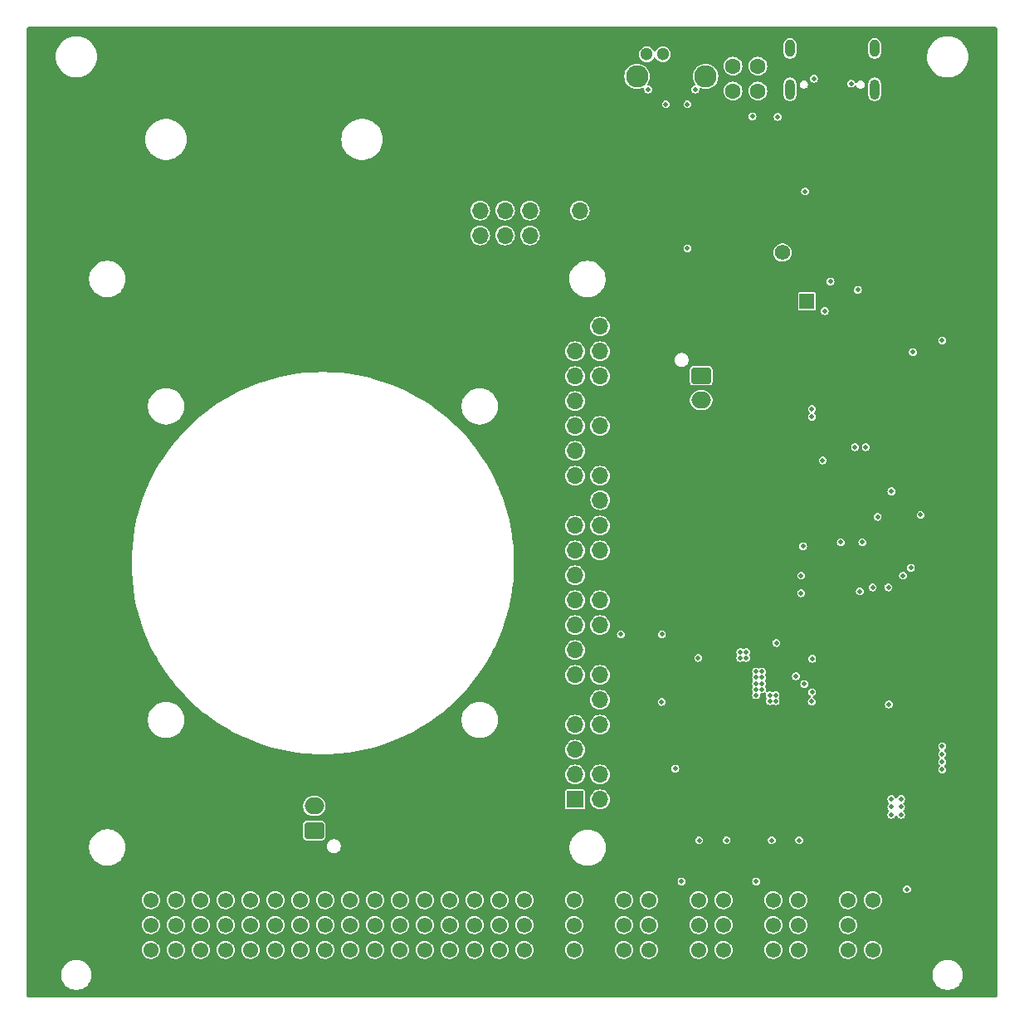
<source format=gbr>
%TF.GenerationSoftware,KiCad,Pcbnew,8.0.4*%
%TF.CreationDate,2025-02-21T03:24:50+01:00*%
%TF.ProjectId,OrangePie,4f72616e-6765-4506-9965-2e6b69636164,1.0.0*%
%TF.SameCoordinates,Original*%
%TF.FileFunction,Copper,L2,Inr*%
%TF.FilePolarity,Positive*%
%FSLAX46Y46*%
G04 Gerber Fmt 4.6, Leading zero omitted, Abs format (unit mm)*
G04 Created by KiCad (PCBNEW 8.0.4) date 2025-02-21 03:24:50*
%MOMM*%
%LPD*%
G01*
G04 APERTURE LIST*
G04 Aperture macros list*
%AMRoundRect*
0 Rectangle with rounded corners*
0 $1 Rounding radius*
0 $2 $3 $4 $5 $6 $7 $8 $9 X,Y pos of 4 corners*
0 Add a 4 corners polygon primitive as box body*
4,1,4,$2,$3,$4,$5,$6,$7,$8,$9,$2,$3,0*
0 Add four circle primitives for the rounded corners*
1,1,$1+$1,$2,$3*
1,1,$1+$1,$4,$5*
1,1,$1+$1,$6,$7*
1,1,$1+$1,$8,$9*
0 Add four rect primitives between the rounded corners*
20,1,$1+$1,$2,$3,$4,$5,0*
20,1,$1+$1,$4,$5,$6,$7,0*
20,1,$1+$1,$6,$7,$8,$9,0*
20,1,$1+$1,$8,$9,$2,$3,0*%
G04 Aperture macros list end*
%TA.AperFunction,ComponentPad*%
%ADD10C,1.300000*%
%TD*%
%TA.AperFunction,ComponentPad*%
%ADD11C,2.286000*%
%TD*%
%TA.AperFunction,ComponentPad*%
%ADD12RoundRect,0.250000X-0.750000X0.600000X-0.750000X-0.600000X0.750000X-0.600000X0.750000X0.600000X0*%
%TD*%
%TA.AperFunction,ComponentPad*%
%ADD13O,2.000000X1.700000*%
%TD*%
%TA.AperFunction,ComponentPad*%
%ADD14C,1.600000*%
%TD*%
%TA.AperFunction,ComponentPad*%
%ADD15R,1.560000X1.560000*%
%TD*%
%TA.AperFunction,ComponentPad*%
%ADD16C,1.560000*%
%TD*%
%TA.AperFunction,ComponentPad*%
%ADD17RoundRect,0.250000X0.750000X-0.600000X0.750000X0.600000X-0.750000X0.600000X-0.750000X-0.600000X0*%
%TD*%
%TA.AperFunction,ComponentPad*%
%ADD18O,1.000000X2.100000*%
%TD*%
%TA.AperFunction,ComponentPad*%
%ADD19O,1.000000X1.800000*%
%TD*%
%TA.AperFunction,ComponentPad*%
%ADD20RoundRect,0.249999X0.525001X0.525001X-0.525001X0.525001X-0.525001X-0.525001X0.525001X-0.525001X0*%
%TD*%
%TA.AperFunction,ComponentPad*%
%ADD21C,1.550000*%
%TD*%
%TA.AperFunction,ComponentPad*%
%ADD22O,1.700000X1.700000*%
%TD*%
%TA.AperFunction,ComponentPad*%
%ADD23R,1.700000X1.700000*%
%TD*%
%TA.AperFunction,ViaPad*%
%ADD24C,0.500000*%
%TD*%
G04 APERTURE END LIST*
D10*
%TO.N,GND*%
%TO.C,BTN1*%
X99458401Y-41815997D03*
X97828401Y-41815997D03*
%TO.N,Net-(BTN1-Pad3)*%
X96088401Y-41815997D03*
%TO.N,Net-(BTN1-Pad4)*%
X94458401Y-41815997D03*
D11*
%TO.N,N/C*%
X100458401Y-44065997D03*
X93458401Y-44065997D03*
%TD*%
D12*
%TO.N,Net-(J3-Pin_1)*%
%TO.C,J3*%
X100000000Y-74600000D03*
D13*
%TO.N,Net-(J3-Pin_2)*%
X100000000Y-77100000D03*
%TD*%
D14*
%TO.N,/OrangePi 5 pro Header/STATUS LED*%
%TO.C,LED1*%
X103242001Y-43025997D03*
%TO.N,Net-(LED1-Pad2)*%
X105782001Y-43025997D03*
%TO.N,+3V3*%
X103242001Y-45565997D03*
%TO.N,Net-(LED1-Pad4)*%
X105782001Y-45565997D03*
%TD*%
D15*
%TO.N,Net-(U8-V)*%
%TO.C,RV1*%
X110800000Y-67040000D03*
D16*
X108300000Y-62040000D03*
%TO.N,GND*%
X105800000Y-67040000D03*
%TD*%
D17*
%TO.N,Net-(M1-+)*%
%TO.C,M1*%
X60525000Y-121000000D03*
D13*
%TO.N,Net-(M1--)*%
X60525000Y-118500000D03*
%TD*%
D18*
%TO.N,Net-(J5-SHIELD)*%
%TO.C,J5*%
X117698401Y-45380997D03*
D19*
X117698401Y-41200997D03*
D18*
X109058401Y-45380997D03*
D19*
X109058401Y-41200997D03*
%TD*%
D20*
%TO.N,GND*%
%TO.C,J1*%
X120070000Y-133204999D03*
D21*
%TO.N,unconnected-(J1-Pada2)*%
X117530000Y-133204999D03*
%TO.N,/DIN41612 connector/5v_STDBY*%
X114990000Y-133204999D03*
%TO.N,GND*%
X112450000Y-133204999D03*
%TO.N,/Can Transiver/CAN_TR_OUT.C+*%
X109910000Y-133204999D03*
%TO.N,/Can Transiver/CAN_TR_OUT.C-*%
X107370000Y-133204999D03*
%TO.N,GND*%
X104830000Y-133204999D03*
%TO.N,/Can Transiver1/CAN_TR_OUT.C+*%
X102290000Y-133204999D03*
%TO.N,/Can Transiver1/CAN_TR_OUT.C-*%
X99750000Y-133204999D03*
%TO.N,GND*%
X97210000Y-133204999D03*
%TO.N,/5v buck/V_{IN}*%
X94670000Y-133204999D03*
X92130000Y-133204999D03*
%TO.N,GND*%
X89590000Y-133204999D03*
%TO.N,/DIN41612 connector/24v*%
X87050000Y-133204999D03*
%TO.N,GND*%
X84510000Y-133204999D03*
%TO.N,/DIN41612 connector/GPIOL0*%
X81970000Y-133204999D03*
%TO.N,/DIN41612 connector/GPIOL1*%
X79430000Y-133204999D03*
%TO.N,/DIN41612 connector/GPIOL2*%
X76890000Y-133204999D03*
%TO.N,/DIN41612 connector/GPIOL3*%
X74350000Y-133204999D03*
%TO.N,/DIN41612 connector/GPIOL4*%
X71810000Y-133204999D03*
%TO.N,/DIN41612 connector/GPIOL5*%
X69270000Y-133204999D03*
%TO.N,/DIN41612 connector/GPIOL6*%
X66730000Y-133204999D03*
%TO.N,/DIN41612 connector/GPIOL7*%
X64190000Y-133204999D03*
%TO.N,/DIN41612 connector/GPIOL8*%
X61650000Y-133204999D03*
%TO.N,/DIN41612 connector/GPIOL9*%
X59110000Y-133204999D03*
%TO.N,/DIN41612 connector/GPIOL10*%
X56570000Y-133204999D03*
%TO.N,/DIN41612 connector/GPIOL11*%
X54030000Y-133204999D03*
%TO.N,/DIN41612 connector/GPIOL12*%
X51490000Y-133204999D03*
%TO.N,/DIN41612 connector/GPIOL13*%
X48950000Y-133204999D03*
%TO.N,/DIN41612 connector/GPIOL14*%
X46410000Y-133204999D03*
%TO.N,/DIN41612 connector/GPIOL15*%
X43870000Y-133204999D03*
%TO.N,GND*%
X41330000Y-133204999D03*
X120070000Y-130664999D03*
X117530000Y-130664999D03*
%TO.N,/DIN41612 connector/5v_STDBY*%
X114990000Y-130664999D03*
%TO.N,GND*%
X112450000Y-130664999D03*
%TO.N,/Can Transiver/CAN_TR_OUT.C+*%
X109910000Y-130664999D03*
%TO.N,/Can Transiver/CAN_TR_OUT.C-*%
X107370000Y-130664999D03*
%TO.N,GND*%
X104830000Y-130664999D03*
%TO.N,/Can Transiver1/CAN_TR_OUT.C+*%
X102290000Y-130664999D03*
%TO.N,/Can Transiver1/CAN_TR_OUT.C-*%
X99750000Y-130664999D03*
%TO.N,GND*%
X97210000Y-130664999D03*
%TO.N,/5v buck/V_{IN}*%
X94670000Y-130664999D03*
X92130000Y-130664999D03*
%TO.N,GND*%
X89590000Y-130664999D03*
%TO.N,/DIN41612 connector/24v*%
X87050000Y-130664999D03*
%TO.N,GND*%
X84510000Y-130664999D03*
%TO.N,/DIN41612 connector/GPIOC0*%
X81970000Y-130664999D03*
%TO.N,/DIN41612 connector/GPIOC1*%
X79430000Y-130664999D03*
%TO.N,/DIN41612 connector/GPIOC2*%
X76890000Y-130664999D03*
%TO.N,/DIN41612 connector/GPIOC3*%
X74350000Y-130664999D03*
%TO.N,/DIN41612 connector/GPIOC4*%
X71810000Y-130664999D03*
%TO.N,/DIN41612 connector/GPIOC5*%
X69270000Y-130664999D03*
%TO.N,/DIN41612 connector/GPIOC6*%
X66730000Y-130664999D03*
%TO.N,/DIN41612 connector/GPIOC7*%
X64190000Y-130664999D03*
%TO.N,/DIN41612 connector/GPIOC8*%
X61650000Y-130664999D03*
%TO.N,/DIN41612 connector/GPIOC9*%
X59110000Y-130664999D03*
%TO.N,/DIN41612 connector/GPIOC10*%
X56570000Y-130664999D03*
%TO.N,/DIN41612 connector/GPIOC11*%
X54030000Y-130664999D03*
%TO.N,/DIN41612 connector/GPIOC12*%
X51490000Y-130664999D03*
%TO.N,/DIN41612 connector/GPIOC13*%
X48950000Y-130664999D03*
%TO.N,/DIN41612 connector/GPIOC14*%
X46410000Y-130664999D03*
%TO.N,/DIN41612 connector/GPIOC15*%
X43870000Y-130664999D03*
%TO.N,GND*%
X41330000Y-130664999D03*
X120070000Y-128124999D03*
%TO.N,unconnected-(J1-Padc2)*%
X117530000Y-128124999D03*
%TO.N,/DIN41612 connector/5v_STDBY*%
X114990000Y-128124999D03*
%TO.N,GND*%
X112450000Y-128124999D03*
%TO.N,/Can Transiver/CAN_TR_OUT.C+*%
X109910000Y-128124999D03*
%TO.N,/Can Transiver/CAN_TR_OUT.C-*%
X107370000Y-128124999D03*
%TO.N,GND*%
X104830000Y-128124999D03*
%TO.N,/Can Transiver1/CAN_TR_OUT.C+*%
X102290000Y-128124999D03*
%TO.N,/Can Transiver1/CAN_TR_OUT.C-*%
X99750000Y-128124999D03*
%TO.N,GND*%
X97210000Y-128124999D03*
%TO.N,/5v buck/V_{IN}*%
X94670000Y-128124999D03*
X92130000Y-128124999D03*
%TO.N,GND*%
X89590000Y-128124999D03*
%TO.N,/DIN41612 connector/24v*%
X87050000Y-128124999D03*
%TO.N,GND*%
X84510000Y-128124999D03*
%TO.N,/DIN41612 connector/GPIOR0*%
X81970000Y-128124999D03*
%TO.N,/DIN41612 connector/GPIOR1*%
X79430000Y-128124999D03*
%TO.N,/DIN41612 connector/GPIOR2*%
X76890000Y-128124999D03*
%TO.N,/DIN41612 connector/GPIOR3*%
X74350000Y-128124999D03*
%TO.N,/DIN41612 connector/GPIOR4*%
X71810000Y-128124999D03*
%TO.N,/DIN41612 connector/GPIOR5*%
X69270000Y-128124999D03*
%TO.N,/DIN41612 connector/GPIOR6*%
X66730000Y-128124999D03*
%TO.N,/DIN41612 connector/GPIOR7*%
X64190000Y-128124999D03*
%TO.N,/DIN41612 connector/GPIOR8*%
X61650000Y-128124999D03*
%TO.N,/DIN41612 connector/GPIOR9*%
X59110000Y-128124999D03*
%TO.N,/DIN41612 connector/GPIOR10*%
X56570000Y-128124999D03*
%TO.N,/DIN41612 connector/GPIOR11*%
X54030000Y-128124999D03*
%TO.N,/DIN41612 connector/GPIOR12*%
X51490000Y-128124999D03*
%TO.N,/DIN41612 connector/GPIOR13*%
X48950000Y-128124999D03*
%TO.N,/DIN41612 connector/USB_DEBUG.D-*%
X46410000Y-128124999D03*
%TO.N,/DIN41612 connector/USB_DEBUG.D+*%
X43870000Y-128124999D03*
%TO.N,GND*%
X41330000Y-128124999D03*
%TD*%
D22*
%TO.N,+5V*%
%TO.C,J2*%
X89672806Y-117833501D03*
X89672806Y-115293501D03*
%TO.N,GND*%
X89672806Y-112753501D03*
%TO.N,/CH340_DEBUG/UART_DEBUG.TX*%
X89672806Y-110213501D03*
%TO.N,/CH340_DEBUG/UART_DEBUG.RX*%
X89672806Y-107673501D03*
%TO.N,/FAN controller/FAN_PWM*%
X89672806Y-105133501D03*
%TO.N,GND*%
X89672806Y-102593501D03*
%TO.N,unconnected-(J2-GPIO1_A1{slash}UART6_TX{slash}SPI4_MOSI-Pad8)*%
X89672806Y-100053501D03*
%TO.N,unconnected-(J2-GPIO1_A0{slash}UART6_RX{slash}SPI4_MISO-Pad9)*%
X89672806Y-97513501D03*
%TO.N,GND*%
X89672806Y-94973501D03*
%TO.N,/OrangePi 5 pro Header/STATUS LED*%
X89672806Y-92433501D03*
%TO.N,unconnected-(J2-GPIO1_B4{slash}SPI0_CS0{slash}UART7_RX-Pad12)*%
X89672806Y-89893501D03*
%TO.N,unconnected-(J2-GPIO1_B5{slash}SPI0_CS1{slash}UART7_TX-Pad13)*%
X89703931Y-87304492D03*
%TO.N,unconnected-(J2-GPIO1_A3{slash}I2C4_SCL{slash}PWM1{slash}SPI4_CS0-Pad14)*%
X89672806Y-84813501D03*
%TO.N,GND*%
X89672806Y-82273501D03*
%TO.N,unconnected-(J2-GPIO1_D6{slash}PWM14{slash}I2C8_SCL-Pad16)*%
X89672806Y-79733501D03*
%TO.N,GND*%
X89672806Y-77193501D03*
%TO.N,unconnected-(J2-GPIO4_A3{slash}UART0_TX-Pad18)*%
X89672806Y-74653501D03*
%TO.N,unconnected-(J2-GPIO4_A4{slash}UART0_RX-Pad19)*%
X89672806Y-72113501D03*
%TO.N,unconnected-(J2-GPIO4_A5{slash}UART3_TX-Pad20)*%
X89672806Y-69573501D03*
%TO.N,GND*%
X87132806Y-69573501D03*
%TO.N,Net-(J2-GPIO4_A6{slash}UART3_RX{slash}I2C5_SCL)*%
X87132806Y-72113501D03*
%TO.N,/OrangePi 5 pro Header/USER LED 2*%
X87132806Y-74653501D03*
%TO.N,/OrangePi 5 pro Header/USER LED 1*%
X87132806Y-77193501D03*
%TO.N,/OrangePi 5 pro Header/USER BUTTON*%
X87132806Y-79733501D03*
%TO.N,/OrangePi 5 pro Header/ON OFF BTN*%
X87132806Y-82273501D03*
%TO.N,unconnected-(J2-GPIO1_A2{slash}SPI4_CLK{slash}PWM0{slash}I2C4_SDA-Pad27)*%
X87132806Y-84813501D03*
%TO.N,GND*%
X87163931Y-87304492D03*
%TO.N,unconnected-(J2-GPIO1_B3{slash}UART4_TX{slash}SPIO_CLK-Pad29)*%
X87132806Y-89893501D03*
%TO.N,unconnected-(J2-GPIO1_B1{slash}SPI0_MISO-Pad30)*%
X87132806Y-92433501D03*
%TO.N,unconnected-(J2-GPIO1_B2{slash}UART4_RX{slash}SPI0_MOSI-Pad31)*%
X87132806Y-94973501D03*
%TO.N,unconnected-(J2-3V3-Pad32)*%
X87132806Y-97513501D03*
%TO.N,unconnected-(J2-GPIO1_B6{slash}UART1_TX{slash}I2C5_SCL-Pad33)*%
X87132806Y-100053501D03*
%TO.N,/Can Transiver/CAN_TR.TXD*%
X87132806Y-102593501D03*
%TO.N,/Can Transiver/CAN_TR.RXD*%
X87132806Y-105133501D03*
%TO.N,GND*%
X87132806Y-107673501D03*
%TO.N,unconnected-(J2-GPIO1_B7{slash}UART1_RX{slash}I2C5_SDA{slash}PWM13-Pad37)*%
X87132806Y-110213501D03*
%TO.N,unconnected-(J2-GPIO1_D2{slash}UART4_TX{slash}I2C1_SCL-Pad38)*%
X87132806Y-112753501D03*
%TO.N,unconnected-(J2-GPIO1_D3{slash}UART4_RX{slash}I2C1_SDA-Pad39)*%
X87132806Y-115293501D03*
D23*
%TO.N,unconnected-(J2-3V3-Pad40)*%
X87132806Y-117833501D03*
D22*
%TO.N,GND*%
X87612806Y-60293501D03*
X85072806Y-60293501D03*
%TO.N,/DIN41612 connector/USB_DEBUG.D+*%
X82532806Y-60293501D03*
%TO.N,/DIN41612 connector/USB_DEBUG.D-*%
X79992806Y-60293501D03*
%TO.N,unconnected-(J2-USB_5V-Pad45)*%
X77452806Y-60293501D03*
%TO.N,unconnected-(J2-USB_5V-Pad46)*%
X77452806Y-57753501D03*
%TO.N,/OrangePi 5 pro Header/USB_OUT.D-*%
X79992806Y-57753501D03*
%TO.N,/OrangePi 5 pro Header/USB_OUT.D+*%
X82532806Y-57753501D03*
%TO.N,GND*%
X85072806Y-57753501D03*
%TO.N,N/C*%
X87612806Y-57753501D03*
%TD*%
D24*
%TO.N,GND*%
X105000000Y-101300000D03*
X96000000Y-103000000D03*
X114000000Y-70900000D03*
X108600000Y-49200000D03*
X123495000Y-59305000D03*
X109200000Y-107800000D03*
X94000000Y-63400000D03*
X98600000Y-66600000D03*
X121000000Y-41600000D03*
X97600000Y-46900000D03*
X119200000Y-75500000D03*
X116000000Y-65000000D03*
X94800000Y-64600000D03*
X94000000Y-62400000D03*
X101400000Y-108000000D03*
X95500000Y-46900000D03*
X116600000Y-51200000D03*
X106400000Y-73000000D03*
X112400000Y-84200000D03*
X101725000Y-121077733D03*
X53575000Y-116900000D03*
X110200000Y-47000000D03*
X121000000Y-40600000D03*
X119900000Y-75500000D03*
X107800000Y-109200000D03*
X108600000Y-107800000D03*
X112575000Y-104123988D03*
X103000000Y-103400000D03*
X117800000Y-81900000D03*
X106900000Y-78000000D03*
X98200000Y-49600000D03*
X112700000Y-72360000D03*
X67775000Y-117200000D03*
X98000000Y-125400000D03*
X122500000Y-94200000D03*
X127000000Y-69000000D03*
X118800000Y-58400000D03*
X98600000Y-63000000D03*
X116600000Y-47000000D03*
X94800000Y-54200000D03*
X109200000Y-121100000D03*
X107800000Y-108600000D03*
X94000000Y-61500000D03*
X124000000Y-87800000D03*
X118686128Y-127000000D03*
X104200000Y-125400000D03*
X108284125Y-104372658D03*
X105600000Y-125400000D03*
X121000000Y-42800000D03*
X115600000Y-71400000D03*
X121000000Y-43800000D03*
X108200000Y-43400000D03*
X102200000Y-108000000D03*
X111800000Y-125400000D03*
X103000000Y-49200000D03*
X107200000Y-108600000D03*
X127200000Y-64800000D03*
X114800000Y-49800000D03*
X100600000Y-108000000D03*
X106900000Y-78800000D03*
X108600000Y-107200000D03*
X96400000Y-49400000D03*
X70175000Y-121100000D03*
X114700000Y-81900000D03*
X98000000Y-54200000D03*
X109200000Y-107200000D03*
X105000000Y-102000000D03*
X101400000Y-103400000D03*
X107200000Y-109200000D03*
X110600000Y-54800000D03*
X41600000Y-124900000D03*
X118813915Y-91600000D03*
X53575000Y-117800000D03*
X119600000Y-95000000D03*
X102200000Y-103400000D03*
X103000000Y-108000000D03*
X111400000Y-102600000D03*
X108200000Y-44200000D03*
X110400000Y-90800000D03*
X127000000Y-67800000D03*
X100600000Y-103400000D03*
X110500000Y-105200000D03*
X108400000Y-109200000D03*
X108400000Y-108600000D03*
%TO.N,+5V*%
X98600000Y-61600000D03*
X120400000Y-118600000D03*
X120400000Y-119400000D03*
X111300000Y-78000000D03*
X112600000Y-68000000D03*
X120400000Y-117800000D03*
X119400000Y-118600000D03*
X119400000Y-119400000D03*
X111300000Y-78800000D03*
X119400000Y-117800000D03*
%TO.N,+3V3*%
X116800000Y-81900000D03*
X110400000Y-92000000D03*
X105600000Y-126200000D03*
X124600000Y-114000000D03*
X121400000Y-94200000D03*
X124600000Y-113200000D03*
X94600000Y-45400000D03*
X124600000Y-112400000D03*
X124600000Y-114800000D03*
X110200000Y-96800000D03*
X118000000Y-89000000D03*
X110600000Y-55800000D03*
X112400000Y-83256007D03*
X120600000Y-95000000D03*
X115700000Y-81900000D03*
X98000000Y-126200000D03*
X110200000Y-95000000D03*
X99400000Y-45400000D03*
%TO.N,/5v buck/5V_OUT*%
X110525000Y-106050000D03*
X111312014Y-106890623D03*
X99700000Y-103400000D03*
%TO.N,/USB-CAN/NRST1*%
X122400000Y-88800000D03*
%TO.N,/USB-CAN/SWDIO1*%
X114250000Y-91600000D03*
%TO.N,/USB-CAN/SWCLK1*%
X116439401Y-91600000D03*
%TO.N,/Can Transiver/CAN_TR.RXD*%
X107200000Y-122000000D03*
%TO.N,/Can Transiver/CAN_TR.TXD*%
X110000000Y-122000000D03*
%TO.N,/Can Transiver1/CAN_TR.RXD*%
X99800000Y-122000000D03*
X117500000Y-96200000D03*
%TO.N,/Can Transiver1/CAN_TR.TXD*%
X119100000Y-96200000D03*
X102600000Y-122000000D03*
%TO.N,/CH340_DEBUG/UART_DEBUG.TX*%
X91800000Y-101000000D03*
X105232200Y-48133000D03*
%TO.N,/CH340_DEBUG/UART_DEBUG.RX*%
X107800000Y-48200000D03*
X96000000Y-101000000D03*
%TO.N,/OrangePi 5 pro Header/ON OFF BTN*%
X96400000Y-46900000D03*
%TO.N,/OrangePi 5 pro Header/USER BUTTON*%
X98600000Y-46900000D03*
%TO.N,/Panel USB/VBUS_IN*%
X115300000Y-44800000D03*
X111496446Y-44296446D03*
%TO.N,/5v buck/5V_EN*%
X107675000Y-101875000D03*
X109675000Y-105262402D03*
%TO.N,/5v buck/V_{IN}*%
X107000000Y-107800000D03*
X104600000Y-102800000D03*
X106200000Y-106000000D03*
X105600000Y-107200000D03*
X106200000Y-106600000D03*
X105600000Y-106000000D03*
X107000000Y-107200000D03*
X106200000Y-104800000D03*
X105600000Y-105400000D03*
X105600000Y-106600000D03*
X104000000Y-103400000D03*
X104600000Y-103400000D03*
X107600000Y-107200000D03*
X105600000Y-104800000D03*
X107600000Y-107800000D03*
X106200000Y-105400000D03*
X104000000Y-102800000D03*
%TO.N,Net-(U9-VOUTR)*%
X121600000Y-72200000D03*
X124600000Y-71000000D03*
%TO.N,/USB-CAN/WORD_LED*%
X119400000Y-86400000D03*
X116200000Y-96600000D03*
%TO.N,/5v buck/5V_VDD*%
X111290000Y-107849559D03*
X111325000Y-103475000D03*
%TO.N,/Audio Codec/VDD_{int}*%
X116000000Y-65850003D03*
X113200000Y-65000000D03*
%TO.N,Net-(Q5-C)*%
X121000000Y-127000000D03*
X119150000Y-108144800D03*
%TO.N,Net-(Q2-G)*%
X95975000Y-107894800D03*
X97375000Y-114700000D03*
%TD*%
%TA.AperFunction,Conductor*%
%TO.N,GND*%
G36*
X130142539Y-39035185D02*
G01*
X130188294Y-39087989D01*
X130199500Y-39139500D01*
X130199500Y-137890500D01*
X130179815Y-137957539D01*
X130127011Y-138003294D01*
X130075500Y-138014500D01*
X31324500Y-138014500D01*
X31257461Y-137994815D01*
X31211706Y-137942011D01*
X31200500Y-137890500D01*
X31200500Y-135624940D01*
X34724500Y-135624940D01*
X34724500Y-135865057D01*
X34762063Y-136102221D01*
X34836265Y-136330592D01*
X34945276Y-136544535D01*
X35086414Y-136738795D01*
X35256204Y-136908585D01*
X35450464Y-137049723D01*
X35551543Y-137101225D01*
X35664406Y-137158733D01*
X35664408Y-137158733D01*
X35664411Y-137158735D01*
X35892778Y-137232936D01*
X36129941Y-137270499D01*
X36129942Y-137270499D01*
X36370058Y-137270499D01*
X36370059Y-137270499D01*
X36607222Y-137232936D01*
X36835589Y-137158735D01*
X37049536Y-137049723D01*
X37243796Y-136908585D01*
X37413586Y-136738795D01*
X37554724Y-136544535D01*
X37663736Y-136330588D01*
X37737937Y-136102221D01*
X37775500Y-135865058D01*
X37775500Y-135624940D01*
X123624500Y-135624940D01*
X123624500Y-135865057D01*
X123662063Y-136102221D01*
X123736265Y-136330592D01*
X123845276Y-136544535D01*
X123986414Y-136738795D01*
X124156204Y-136908585D01*
X124350464Y-137049723D01*
X124451543Y-137101225D01*
X124564406Y-137158733D01*
X124564408Y-137158733D01*
X124564411Y-137158735D01*
X124792778Y-137232936D01*
X125029941Y-137270499D01*
X125029942Y-137270499D01*
X125270058Y-137270499D01*
X125270059Y-137270499D01*
X125507222Y-137232936D01*
X125735589Y-137158735D01*
X125949536Y-137049723D01*
X126143796Y-136908585D01*
X126313586Y-136738795D01*
X126454724Y-136544535D01*
X126563736Y-136330588D01*
X126637937Y-136102221D01*
X126675500Y-135865058D01*
X126675500Y-135624940D01*
X126637937Y-135387777D01*
X126563736Y-135159410D01*
X126563734Y-135159407D01*
X126563734Y-135159405D01*
X126454723Y-134945462D01*
X126313586Y-134751203D01*
X126143796Y-134581413D01*
X125949536Y-134440275D01*
X125735593Y-134331264D01*
X125507222Y-134257062D01*
X125270059Y-134219499D01*
X125029941Y-134219499D01*
X124911359Y-134238280D01*
X124792777Y-134257062D01*
X124564406Y-134331264D01*
X124350463Y-134440275D01*
X124156201Y-134581415D01*
X123986416Y-134751200D01*
X123845276Y-134945462D01*
X123736265Y-135159405D01*
X123662063Y-135387776D01*
X123624500Y-135624940D01*
X37775500Y-135624940D01*
X37737937Y-135387777D01*
X37663736Y-135159410D01*
X37663734Y-135159407D01*
X37663734Y-135159405D01*
X37554723Y-134945462D01*
X37413586Y-134751203D01*
X37243796Y-134581413D01*
X37049536Y-134440275D01*
X36835593Y-134331264D01*
X36607222Y-134257062D01*
X36370059Y-134219499D01*
X36129941Y-134219499D01*
X36011359Y-134238280D01*
X35892777Y-134257062D01*
X35664406Y-134331264D01*
X35450463Y-134440275D01*
X35256201Y-134581415D01*
X35086416Y-134751200D01*
X34945276Y-134945462D01*
X34836265Y-135159405D01*
X34762063Y-135387776D01*
X34724500Y-135624940D01*
X31200500Y-135624940D01*
X31200500Y-133204999D01*
X42939402Y-133204999D01*
X42959738Y-133398482D01*
X43019856Y-133583509D01*
X43019857Y-133583510D01*
X43100159Y-133722596D01*
X43117130Y-133751991D01*
X43162476Y-133802353D01*
X43247302Y-133896563D01*
X43247305Y-133896565D01*
X43247308Y-133896568D01*
X43365352Y-133982332D01*
X43404702Y-134010922D01*
X43472926Y-134041296D01*
X43582429Y-134090050D01*
X43772726Y-134130499D01*
X43967274Y-134130499D01*
X44157571Y-134090050D01*
X44335299Y-134010921D01*
X44492692Y-133896568D01*
X44622870Y-133751991D01*
X44720144Y-133583507D01*
X44780262Y-133398481D01*
X44800598Y-133204999D01*
X45479402Y-133204999D01*
X45499738Y-133398482D01*
X45559856Y-133583509D01*
X45559857Y-133583510D01*
X45640159Y-133722596D01*
X45657130Y-133751991D01*
X45702476Y-133802353D01*
X45787302Y-133896563D01*
X45787305Y-133896565D01*
X45787308Y-133896568D01*
X45905352Y-133982332D01*
X45944702Y-134010922D01*
X46012926Y-134041296D01*
X46122429Y-134090050D01*
X46312726Y-134130499D01*
X46507274Y-134130499D01*
X46697571Y-134090050D01*
X46875299Y-134010921D01*
X47032692Y-133896568D01*
X47162870Y-133751991D01*
X47260144Y-133583507D01*
X47320262Y-133398481D01*
X47340598Y-133204999D01*
X48019402Y-133204999D01*
X48039738Y-133398482D01*
X48099856Y-133583509D01*
X48099857Y-133583510D01*
X48180159Y-133722596D01*
X48197130Y-133751991D01*
X48242476Y-133802353D01*
X48327302Y-133896563D01*
X48327305Y-133896565D01*
X48327308Y-133896568D01*
X48445352Y-133982332D01*
X48484702Y-134010922D01*
X48552926Y-134041296D01*
X48662429Y-134090050D01*
X48852726Y-134130499D01*
X49047274Y-134130499D01*
X49237571Y-134090050D01*
X49415299Y-134010921D01*
X49572692Y-133896568D01*
X49702870Y-133751991D01*
X49800144Y-133583507D01*
X49860262Y-133398481D01*
X49880598Y-133204999D01*
X50559402Y-133204999D01*
X50579738Y-133398482D01*
X50639856Y-133583509D01*
X50639857Y-133583510D01*
X50720159Y-133722596D01*
X50737130Y-133751991D01*
X50782476Y-133802353D01*
X50867302Y-133896563D01*
X50867305Y-133896565D01*
X50867308Y-133896568D01*
X50985352Y-133982332D01*
X51024702Y-134010922D01*
X51092926Y-134041296D01*
X51202429Y-134090050D01*
X51392726Y-134130499D01*
X51587274Y-134130499D01*
X51777571Y-134090050D01*
X51955299Y-134010921D01*
X52112692Y-133896568D01*
X52242870Y-133751991D01*
X52340144Y-133583507D01*
X52400262Y-133398481D01*
X52420598Y-133204999D01*
X53099402Y-133204999D01*
X53119738Y-133398482D01*
X53179856Y-133583509D01*
X53179857Y-133583510D01*
X53260159Y-133722596D01*
X53277130Y-133751991D01*
X53322476Y-133802353D01*
X53407302Y-133896563D01*
X53407305Y-133896565D01*
X53407308Y-133896568D01*
X53525352Y-133982332D01*
X53564702Y-134010922D01*
X53632926Y-134041296D01*
X53742429Y-134090050D01*
X53932726Y-134130499D01*
X54127274Y-134130499D01*
X54317571Y-134090050D01*
X54495299Y-134010921D01*
X54652692Y-133896568D01*
X54782870Y-133751991D01*
X54880144Y-133583507D01*
X54940262Y-133398481D01*
X54960598Y-133204999D01*
X55639402Y-133204999D01*
X55659738Y-133398482D01*
X55719856Y-133583509D01*
X55719857Y-133583510D01*
X55800159Y-133722596D01*
X55817130Y-133751991D01*
X55862476Y-133802353D01*
X55947302Y-133896563D01*
X55947305Y-133896565D01*
X55947308Y-133896568D01*
X56065352Y-133982332D01*
X56104702Y-134010922D01*
X56172926Y-134041296D01*
X56282429Y-134090050D01*
X56472726Y-134130499D01*
X56667274Y-134130499D01*
X56857571Y-134090050D01*
X57035299Y-134010921D01*
X57192692Y-133896568D01*
X57322870Y-133751991D01*
X57420144Y-133583507D01*
X57480262Y-133398481D01*
X57500598Y-133204999D01*
X58179402Y-133204999D01*
X58199738Y-133398482D01*
X58259856Y-133583509D01*
X58259857Y-133583510D01*
X58340159Y-133722596D01*
X58357130Y-133751991D01*
X58402476Y-133802353D01*
X58487302Y-133896563D01*
X58487305Y-133896565D01*
X58487308Y-133896568D01*
X58605352Y-133982332D01*
X58644702Y-134010922D01*
X58712926Y-134041296D01*
X58822429Y-134090050D01*
X59012726Y-134130499D01*
X59207274Y-134130499D01*
X59397571Y-134090050D01*
X59575299Y-134010921D01*
X59732692Y-133896568D01*
X59862870Y-133751991D01*
X59960144Y-133583507D01*
X60020262Y-133398481D01*
X60040598Y-133204999D01*
X60719402Y-133204999D01*
X60739738Y-133398482D01*
X60799856Y-133583509D01*
X60799857Y-133583510D01*
X60880159Y-133722596D01*
X60897130Y-133751991D01*
X60942476Y-133802353D01*
X61027302Y-133896563D01*
X61027305Y-133896565D01*
X61027308Y-133896568D01*
X61145352Y-133982332D01*
X61184702Y-134010922D01*
X61252926Y-134041296D01*
X61362429Y-134090050D01*
X61552726Y-134130499D01*
X61747274Y-134130499D01*
X61937571Y-134090050D01*
X62115299Y-134010921D01*
X62272692Y-133896568D01*
X62402870Y-133751991D01*
X62500144Y-133583507D01*
X62560262Y-133398481D01*
X62580598Y-133204999D01*
X63259402Y-133204999D01*
X63279738Y-133398482D01*
X63339856Y-133583509D01*
X63339857Y-133583510D01*
X63420159Y-133722596D01*
X63437130Y-133751991D01*
X63482476Y-133802353D01*
X63567302Y-133896563D01*
X63567305Y-133896565D01*
X63567308Y-133896568D01*
X63685352Y-133982332D01*
X63724702Y-134010922D01*
X63792926Y-134041296D01*
X63902429Y-134090050D01*
X64092726Y-134130499D01*
X64287274Y-134130499D01*
X64477571Y-134090050D01*
X64655299Y-134010921D01*
X64812692Y-133896568D01*
X64942870Y-133751991D01*
X65040144Y-133583507D01*
X65100262Y-133398481D01*
X65120598Y-133204999D01*
X65799402Y-133204999D01*
X65819738Y-133398482D01*
X65879856Y-133583509D01*
X65879857Y-133583510D01*
X65960159Y-133722596D01*
X65977130Y-133751991D01*
X66022476Y-133802353D01*
X66107302Y-133896563D01*
X66107305Y-133896565D01*
X66107308Y-133896568D01*
X66225352Y-133982332D01*
X66264702Y-134010922D01*
X66332926Y-134041296D01*
X66442429Y-134090050D01*
X66632726Y-134130499D01*
X66827274Y-134130499D01*
X67017571Y-134090050D01*
X67195299Y-134010921D01*
X67352692Y-133896568D01*
X67482870Y-133751991D01*
X67580144Y-133583507D01*
X67640262Y-133398481D01*
X67660598Y-133204999D01*
X68339402Y-133204999D01*
X68359738Y-133398482D01*
X68419856Y-133583509D01*
X68419857Y-133583510D01*
X68500159Y-133722596D01*
X68517130Y-133751991D01*
X68562476Y-133802353D01*
X68647302Y-133896563D01*
X68647305Y-133896565D01*
X68647308Y-133896568D01*
X68765352Y-133982332D01*
X68804702Y-134010922D01*
X68872926Y-134041296D01*
X68982429Y-134090050D01*
X69172726Y-134130499D01*
X69367274Y-134130499D01*
X69557571Y-134090050D01*
X69735299Y-134010921D01*
X69892692Y-133896568D01*
X70022870Y-133751991D01*
X70120144Y-133583507D01*
X70180262Y-133398481D01*
X70200598Y-133204999D01*
X70879402Y-133204999D01*
X70899738Y-133398482D01*
X70959856Y-133583509D01*
X70959857Y-133583510D01*
X71040159Y-133722596D01*
X71057130Y-133751991D01*
X71102476Y-133802353D01*
X71187302Y-133896563D01*
X71187305Y-133896565D01*
X71187308Y-133896568D01*
X71305352Y-133982332D01*
X71344702Y-134010922D01*
X71412926Y-134041296D01*
X71522429Y-134090050D01*
X71712726Y-134130499D01*
X71907274Y-134130499D01*
X72097571Y-134090050D01*
X72275299Y-134010921D01*
X72432692Y-133896568D01*
X72562870Y-133751991D01*
X72660144Y-133583507D01*
X72720262Y-133398481D01*
X72740598Y-133204999D01*
X73419402Y-133204999D01*
X73439738Y-133398482D01*
X73499856Y-133583509D01*
X73499857Y-133583510D01*
X73580159Y-133722596D01*
X73597130Y-133751991D01*
X73642476Y-133802353D01*
X73727302Y-133896563D01*
X73727305Y-133896565D01*
X73727308Y-133896568D01*
X73845352Y-133982332D01*
X73884702Y-134010922D01*
X73952926Y-134041296D01*
X74062429Y-134090050D01*
X74252726Y-134130499D01*
X74447274Y-134130499D01*
X74637571Y-134090050D01*
X74815299Y-134010921D01*
X74972692Y-133896568D01*
X75102870Y-133751991D01*
X75200144Y-133583507D01*
X75260262Y-133398481D01*
X75280598Y-133204999D01*
X75959402Y-133204999D01*
X75979738Y-133398482D01*
X76039856Y-133583509D01*
X76039857Y-133583510D01*
X76120159Y-133722596D01*
X76137130Y-133751991D01*
X76182476Y-133802353D01*
X76267302Y-133896563D01*
X76267305Y-133896565D01*
X76267308Y-133896568D01*
X76385352Y-133982332D01*
X76424702Y-134010922D01*
X76492926Y-134041296D01*
X76602429Y-134090050D01*
X76792726Y-134130499D01*
X76987274Y-134130499D01*
X77177571Y-134090050D01*
X77355299Y-134010921D01*
X77512692Y-133896568D01*
X77642870Y-133751991D01*
X77740144Y-133583507D01*
X77800262Y-133398481D01*
X77820598Y-133204999D01*
X78499402Y-133204999D01*
X78519738Y-133398482D01*
X78579856Y-133583509D01*
X78579857Y-133583510D01*
X78660159Y-133722596D01*
X78677130Y-133751991D01*
X78722476Y-133802353D01*
X78807302Y-133896563D01*
X78807305Y-133896565D01*
X78807308Y-133896568D01*
X78925352Y-133982332D01*
X78964702Y-134010922D01*
X79032926Y-134041296D01*
X79142429Y-134090050D01*
X79332726Y-134130499D01*
X79527274Y-134130499D01*
X79717571Y-134090050D01*
X79895299Y-134010921D01*
X80052692Y-133896568D01*
X80182870Y-133751991D01*
X80280144Y-133583507D01*
X80340262Y-133398481D01*
X80360598Y-133204999D01*
X81039402Y-133204999D01*
X81059738Y-133398482D01*
X81119856Y-133583509D01*
X81119857Y-133583510D01*
X81200159Y-133722596D01*
X81217130Y-133751991D01*
X81262476Y-133802353D01*
X81347302Y-133896563D01*
X81347305Y-133896565D01*
X81347308Y-133896568D01*
X81465352Y-133982332D01*
X81504702Y-134010922D01*
X81572926Y-134041296D01*
X81682429Y-134090050D01*
X81872726Y-134130499D01*
X82067274Y-134130499D01*
X82257571Y-134090050D01*
X82435299Y-134010921D01*
X82592692Y-133896568D01*
X82722870Y-133751991D01*
X82820144Y-133583507D01*
X82880262Y-133398481D01*
X82900598Y-133204999D01*
X86119402Y-133204999D01*
X86139738Y-133398482D01*
X86199856Y-133583509D01*
X86199857Y-133583510D01*
X86280159Y-133722596D01*
X86297130Y-133751991D01*
X86342476Y-133802353D01*
X86427302Y-133896563D01*
X86427305Y-133896565D01*
X86427308Y-133896568D01*
X86545352Y-133982332D01*
X86584702Y-134010922D01*
X86652926Y-134041296D01*
X86762429Y-134090050D01*
X86952726Y-134130499D01*
X87147274Y-134130499D01*
X87337571Y-134090050D01*
X87515299Y-134010921D01*
X87672692Y-133896568D01*
X87802870Y-133751991D01*
X87900144Y-133583507D01*
X87960262Y-133398481D01*
X87980598Y-133204999D01*
X91199402Y-133204999D01*
X91219738Y-133398482D01*
X91279856Y-133583509D01*
X91279857Y-133583510D01*
X91360159Y-133722596D01*
X91377130Y-133751991D01*
X91422476Y-133802353D01*
X91507302Y-133896563D01*
X91507305Y-133896565D01*
X91507308Y-133896568D01*
X91625352Y-133982332D01*
X91664702Y-134010922D01*
X91732926Y-134041296D01*
X91842429Y-134090050D01*
X92032726Y-134130499D01*
X92227274Y-134130499D01*
X92417571Y-134090050D01*
X92595299Y-134010921D01*
X92752692Y-133896568D01*
X92882870Y-133751991D01*
X92980144Y-133583507D01*
X93040262Y-133398481D01*
X93060598Y-133204999D01*
X93739402Y-133204999D01*
X93759738Y-133398482D01*
X93819856Y-133583509D01*
X93819857Y-133583510D01*
X93900159Y-133722596D01*
X93917130Y-133751991D01*
X93962476Y-133802353D01*
X94047302Y-133896563D01*
X94047305Y-133896565D01*
X94047308Y-133896568D01*
X94165352Y-133982332D01*
X94204702Y-134010922D01*
X94272926Y-134041296D01*
X94382429Y-134090050D01*
X94572726Y-134130499D01*
X94767274Y-134130499D01*
X94957571Y-134090050D01*
X95135299Y-134010921D01*
X95292692Y-133896568D01*
X95422870Y-133751991D01*
X95520144Y-133583507D01*
X95580262Y-133398481D01*
X95600598Y-133204999D01*
X98819402Y-133204999D01*
X98839738Y-133398482D01*
X98899856Y-133583509D01*
X98899857Y-133583510D01*
X98980159Y-133722596D01*
X98997130Y-133751991D01*
X99042476Y-133802353D01*
X99127302Y-133896563D01*
X99127305Y-133896565D01*
X99127308Y-133896568D01*
X99245352Y-133982332D01*
X99284702Y-134010922D01*
X99352926Y-134041296D01*
X99462429Y-134090050D01*
X99652726Y-134130499D01*
X99847274Y-134130499D01*
X100037571Y-134090050D01*
X100215299Y-134010921D01*
X100372692Y-133896568D01*
X100502870Y-133751991D01*
X100600144Y-133583507D01*
X100660262Y-133398481D01*
X100680598Y-133204999D01*
X101359402Y-133204999D01*
X101379738Y-133398482D01*
X101439856Y-133583509D01*
X101439857Y-133583510D01*
X101520159Y-133722596D01*
X101537130Y-133751991D01*
X101582476Y-133802353D01*
X101667302Y-133896563D01*
X101667305Y-133896565D01*
X101667308Y-133896568D01*
X101785352Y-133982332D01*
X101824702Y-134010922D01*
X101892926Y-134041296D01*
X102002429Y-134090050D01*
X102192726Y-134130499D01*
X102387274Y-134130499D01*
X102577571Y-134090050D01*
X102755299Y-134010921D01*
X102912692Y-133896568D01*
X103042870Y-133751991D01*
X103140144Y-133583507D01*
X103200262Y-133398481D01*
X103220598Y-133204999D01*
X106439402Y-133204999D01*
X106459738Y-133398482D01*
X106519856Y-133583509D01*
X106519857Y-133583510D01*
X106600159Y-133722596D01*
X106617130Y-133751991D01*
X106662476Y-133802353D01*
X106747302Y-133896563D01*
X106747305Y-133896565D01*
X106747308Y-133896568D01*
X106865352Y-133982332D01*
X106904702Y-134010922D01*
X106972926Y-134041296D01*
X107082429Y-134090050D01*
X107272726Y-134130499D01*
X107467274Y-134130499D01*
X107657571Y-134090050D01*
X107835299Y-134010921D01*
X107992692Y-133896568D01*
X108122870Y-133751991D01*
X108220144Y-133583507D01*
X108280262Y-133398481D01*
X108300598Y-133204999D01*
X108979402Y-133204999D01*
X108999738Y-133398482D01*
X109059856Y-133583509D01*
X109059857Y-133583510D01*
X109140159Y-133722596D01*
X109157130Y-133751991D01*
X109202476Y-133802353D01*
X109287302Y-133896563D01*
X109287305Y-133896565D01*
X109287308Y-133896568D01*
X109405352Y-133982332D01*
X109444702Y-134010922D01*
X109512926Y-134041296D01*
X109622429Y-134090050D01*
X109812726Y-134130499D01*
X110007274Y-134130499D01*
X110197571Y-134090050D01*
X110375299Y-134010921D01*
X110532692Y-133896568D01*
X110662870Y-133751991D01*
X110760144Y-133583507D01*
X110820262Y-133398481D01*
X110840598Y-133204999D01*
X114059402Y-133204999D01*
X114079738Y-133398482D01*
X114139856Y-133583509D01*
X114139857Y-133583510D01*
X114220159Y-133722596D01*
X114237130Y-133751991D01*
X114282476Y-133802353D01*
X114367302Y-133896563D01*
X114367305Y-133896565D01*
X114367308Y-133896568D01*
X114485352Y-133982332D01*
X114524702Y-134010922D01*
X114592926Y-134041296D01*
X114702429Y-134090050D01*
X114892726Y-134130499D01*
X115087274Y-134130499D01*
X115277571Y-134090050D01*
X115455299Y-134010921D01*
X115612692Y-133896568D01*
X115742870Y-133751991D01*
X115840144Y-133583507D01*
X115900262Y-133398481D01*
X115920598Y-133204999D01*
X116599402Y-133204999D01*
X116619738Y-133398482D01*
X116679856Y-133583509D01*
X116679857Y-133583510D01*
X116760159Y-133722596D01*
X116777130Y-133751991D01*
X116822476Y-133802353D01*
X116907302Y-133896563D01*
X116907305Y-133896565D01*
X116907308Y-133896568D01*
X117025352Y-133982332D01*
X117064702Y-134010922D01*
X117132926Y-134041296D01*
X117242429Y-134090050D01*
X117432726Y-134130499D01*
X117627274Y-134130499D01*
X117817571Y-134090050D01*
X117995299Y-134010921D01*
X118152692Y-133896568D01*
X118282870Y-133751991D01*
X118380144Y-133583507D01*
X118440262Y-133398481D01*
X118460598Y-133204999D01*
X118440262Y-133011517D01*
X118380144Y-132826491D01*
X118380143Y-132826490D01*
X118380143Y-132826488D01*
X118380142Y-132826487D01*
X118346202Y-132767702D01*
X118282870Y-132658007D01*
X118231882Y-132601380D01*
X118152697Y-132513434D01*
X118152694Y-132513432D01*
X118152693Y-132513431D01*
X118152692Y-132513430D01*
X118073995Y-132456253D01*
X117995297Y-132399075D01*
X117858848Y-132338325D01*
X117817571Y-132319948D01*
X117817569Y-132319947D01*
X117627274Y-132279499D01*
X117432726Y-132279499D01*
X117242431Y-132319947D01*
X117064702Y-132399075D01*
X116907305Y-132513432D01*
X116907302Y-132513434D01*
X116777129Y-132658008D01*
X116679857Y-132826487D01*
X116679856Y-132826488D01*
X116619738Y-133011515D01*
X116599402Y-133204999D01*
X115920598Y-133204999D01*
X115900262Y-133011517D01*
X115840144Y-132826491D01*
X115840143Y-132826490D01*
X115840143Y-132826488D01*
X115840142Y-132826487D01*
X115806202Y-132767702D01*
X115742870Y-132658007D01*
X115691882Y-132601380D01*
X115612697Y-132513434D01*
X115612694Y-132513432D01*
X115612693Y-132513431D01*
X115612692Y-132513430D01*
X115533995Y-132456253D01*
X115455297Y-132399075D01*
X115318848Y-132338325D01*
X115277571Y-132319948D01*
X115277569Y-132319947D01*
X115087274Y-132279499D01*
X114892726Y-132279499D01*
X114702431Y-132319947D01*
X114524702Y-132399075D01*
X114367305Y-132513432D01*
X114367302Y-132513434D01*
X114237129Y-132658008D01*
X114139857Y-132826487D01*
X114139856Y-132826488D01*
X114079738Y-133011515D01*
X114059402Y-133204999D01*
X110840598Y-133204999D01*
X110820262Y-133011517D01*
X110760144Y-132826491D01*
X110760143Y-132826490D01*
X110760143Y-132826488D01*
X110760142Y-132826487D01*
X110726202Y-132767702D01*
X110662870Y-132658007D01*
X110611882Y-132601380D01*
X110532697Y-132513434D01*
X110532694Y-132513432D01*
X110532693Y-132513431D01*
X110532692Y-132513430D01*
X110453995Y-132456253D01*
X110375297Y-132399075D01*
X110238848Y-132338325D01*
X110197571Y-132319948D01*
X110197569Y-132319947D01*
X110007274Y-132279499D01*
X109812726Y-132279499D01*
X109622431Y-132319947D01*
X109444702Y-132399075D01*
X109287305Y-132513432D01*
X109287302Y-132513434D01*
X109157129Y-132658008D01*
X109059857Y-132826487D01*
X109059856Y-132826488D01*
X108999738Y-133011515D01*
X108979402Y-133204999D01*
X108300598Y-133204999D01*
X108280262Y-133011517D01*
X108220144Y-132826491D01*
X108220143Y-132826490D01*
X108220143Y-132826488D01*
X108220142Y-132826487D01*
X108186202Y-132767702D01*
X108122870Y-132658007D01*
X108071882Y-132601380D01*
X107992697Y-132513434D01*
X107992694Y-132513432D01*
X107992693Y-132513431D01*
X107992692Y-132513430D01*
X107913995Y-132456253D01*
X107835297Y-132399075D01*
X107698848Y-132338325D01*
X107657571Y-132319948D01*
X107657569Y-132319947D01*
X107467274Y-132279499D01*
X107272726Y-132279499D01*
X107082431Y-132319947D01*
X106904702Y-132399075D01*
X106747305Y-132513432D01*
X106747302Y-132513434D01*
X106617129Y-132658008D01*
X106519857Y-132826487D01*
X106519856Y-132826488D01*
X106459738Y-133011515D01*
X106439402Y-133204999D01*
X103220598Y-133204999D01*
X103200262Y-133011517D01*
X103140144Y-132826491D01*
X103140143Y-132826490D01*
X103140143Y-132826488D01*
X103140142Y-132826487D01*
X103106202Y-132767702D01*
X103042870Y-132658007D01*
X102991882Y-132601380D01*
X102912697Y-132513434D01*
X102912694Y-132513432D01*
X102912693Y-132513431D01*
X102912692Y-132513430D01*
X102833995Y-132456253D01*
X102755297Y-132399075D01*
X102618848Y-132338325D01*
X102577571Y-132319948D01*
X102577569Y-132319947D01*
X102387274Y-132279499D01*
X102192726Y-132279499D01*
X102002431Y-132319947D01*
X101824702Y-132399075D01*
X101667305Y-132513432D01*
X101667302Y-132513434D01*
X101537129Y-132658008D01*
X101439857Y-132826487D01*
X101439856Y-132826488D01*
X101379738Y-133011515D01*
X101359402Y-133204999D01*
X100680598Y-133204999D01*
X100660262Y-133011517D01*
X100600144Y-132826491D01*
X100600143Y-132826490D01*
X100600143Y-132826488D01*
X100600142Y-132826487D01*
X100566202Y-132767702D01*
X100502870Y-132658007D01*
X100451882Y-132601380D01*
X100372697Y-132513434D01*
X100372694Y-132513432D01*
X100372693Y-132513431D01*
X100372692Y-132513430D01*
X100293995Y-132456253D01*
X100215297Y-132399075D01*
X100078848Y-132338325D01*
X100037571Y-132319948D01*
X100037569Y-132319947D01*
X99847274Y-132279499D01*
X99652726Y-132279499D01*
X99462431Y-132319947D01*
X99284702Y-132399075D01*
X99127305Y-132513432D01*
X99127302Y-132513434D01*
X98997129Y-132658008D01*
X98899857Y-132826487D01*
X98899856Y-132826488D01*
X98839738Y-133011515D01*
X98819402Y-133204999D01*
X95600598Y-133204999D01*
X95580262Y-133011517D01*
X95520144Y-132826491D01*
X95520143Y-132826490D01*
X95520143Y-132826488D01*
X95520142Y-132826487D01*
X95486202Y-132767702D01*
X95422870Y-132658007D01*
X95371882Y-132601380D01*
X95292697Y-132513434D01*
X95292694Y-132513432D01*
X95292693Y-132513431D01*
X95292692Y-132513430D01*
X95213995Y-132456253D01*
X95135297Y-132399075D01*
X94998848Y-132338325D01*
X94957571Y-132319948D01*
X94957569Y-132319947D01*
X94767274Y-132279499D01*
X94572726Y-132279499D01*
X94382431Y-132319947D01*
X94204702Y-132399075D01*
X94047305Y-132513432D01*
X94047302Y-132513434D01*
X93917129Y-132658008D01*
X93819857Y-132826487D01*
X93819856Y-132826488D01*
X93759738Y-133011515D01*
X93739402Y-133204999D01*
X93060598Y-133204999D01*
X93040262Y-133011517D01*
X92980144Y-132826491D01*
X92980143Y-132826490D01*
X92980143Y-132826488D01*
X92980142Y-132826487D01*
X92946202Y-132767702D01*
X92882870Y-132658007D01*
X92831882Y-132601380D01*
X92752697Y-132513434D01*
X92752694Y-132513432D01*
X92752693Y-132513431D01*
X92752692Y-132513430D01*
X92673995Y-132456253D01*
X92595297Y-132399075D01*
X92458848Y-132338325D01*
X92417571Y-132319948D01*
X92417569Y-132319947D01*
X92227274Y-132279499D01*
X92032726Y-132279499D01*
X91842431Y-132319947D01*
X91664702Y-132399075D01*
X91507305Y-132513432D01*
X91507302Y-132513434D01*
X91377129Y-132658008D01*
X91279857Y-132826487D01*
X91279856Y-132826488D01*
X91219738Y-133011515D01*
X91199402Y-133204999D01*
X87980598Y-133204999D01*
X87960262Y-133011517D01*
X87900144Y-132826491D01*
X87900143Y-132826490D01*
X87900143Y-132826488D01*
X87900142Y-132826487D01*
X87866202Y-132767702D01*
X87802870Y-132658007D01*
X87751882Y-132601380D01*
X87672697Y-132513434D01*
X87672694Y-132513432D01*
X87672693Y-132513431D01*
X87672692Y-132513430D01*
X87593995Y-132456253D01*
X87515297Y-132399075D01*
X87378848Y-132338325D01*
X87337571Y-132319948D01*
X87337569Y-132319947D01*
X87147274Y-132279499D01*
X86952726Y-132279499D01*
X86762431Y-132319947D01*
X86584702Y-132399075D01*
X86427305Y-132513432D01*
X86427302Y-132513434D01*
X86297129Y-132658008D01*
X86199857Y-132826487D01*
X86199856Y-132826488D01*
X86139738Y-133011515D01*
X86119402Y-133204999D01*
X82900598Y-133204999D01*
X82880262Y-133011517D01*
X82820144Y-132826491D01*
X82820143Y-132826490D01*
X82820143Y-132826488D01*
X82820142Y-132826487D01*
X82786202Y-132767702D01*
X82722870Y-132658007D01*
X82671882Y-132601380D01*
X82592697Y-132513434D01*
X82592694Y-132513432D01*
X82592693Y-132513431D01*
X82592692Y-132513430D01*
X82513995Y-132456253D01*
X82435297Y-132399075D01*
X82298848Y-132338325D01*
X82257571Y-132319948D01*
X82257569Y-132319947D01*
X82067274Y-132279499D01*
X81872726Y-132279499D01*
X81682431Y-132319947D01*
X81504702Y-132399075D01*
X81347305Y-132513432D01*
X81347302Y-132513434D01*
X81217129Y-132658008D01*
X81119857Y-132826487D01*
X81119856Y-132826488D01*
X81059738Y-133011515D01*
X81039402Y-133204999D01*
X80360598Y-133204999D01*
X80340262Y-133011517D01*
X80280144Y-132826491D01*
X80280143Y-132826490D01*
X80280143Y-132826488D01*
X80280142Y-132826487D01*
X80246202Y-132767702D01*
X80182870Y-132658007D01*
X80131882Y-132601380D01*
X80052697Y-132513434D01*
X80052694Y-132513432D01*
X80052693Y-132513431D01*
X80052692Y-132513430D01*
X79973995Y-132456253D01*
X79895297Y-132399075D01*
X79758848Y-132338325D01*
X79717571Y-132319948D01*
X79717569Y-132319947D01*
X79527274Y-132279499D01*
X79332726Y-132279499D01*
X79142431Y-132319947D01*
X78964702Y-132399075D01*
X78807305Y-132513432D01*
X78807302Y-132513434D01*
X78677129Y-132658008D01*
X78579857Y-132826487D01*
X78579856Y-132826488D01*
X78519738Y-133011515D01*
X78499402Y-133204999D01*
X77820598Y-133204999D01*
X77800262Y-133011517D01*
X77740144Y-132826491D01*
X77740143Y-132826490D01*
X77740143Y-132826488D01*
X77740142Y-132826487D01*
X77706202Y-132767702D01*
X77642870Y-132658007D01*
X77591882Y-132601380D01*
X77512697Y-132513434D01*
X77512694Y-132513432D01*
X77512693Y-132513431D01*
X77512692Y-132513430D01*
X77433995Y-132456253D01*
X77355297Y-132399075D01*
X77218848Y-132338325D01*
X77177571Y-132319948D01*
X77177569Y-132319947D01*
X76987274Y-132279499D01*
X76792726Y-132279499D01*
X76602431Y-132319947D01*
X76424702Y-132399075D01*
X76267305Y-132513432D01*
X76267302Y-132513434D01*
X76137129Y-132658008D01*
X76039857Y-132826487D01*
X76039856Y-132826488D01*
X75979738Y-133011515D01*
X75959402Y-133204999D01*
X75280598Y-133204999D01*
X75260262Y-133011517D01*
X75200144Y-132826491D01*
X75200143Y-132826490D01*
X75200143Y-132826488D01*
X75200142Y-132826487D01*
X75166202Y-132767702D01*
X75102870Y-132658007D01*
X75051882Y-132601380D01*
X74972697Y-132513434D01*
X74972694Y-132513432D01*
X74972693Y-132513431D01*
X74972692Y-132513430D01*
X74893995Y-132456253D01*
X74815297Y-132399075D01*
X74678848Y-132338325D01*
X74637571Y-132319948D01*
X74637569Y-132319947D01*
X74447274Y-132279499D01*
X74252726Y-132279499D01*
X74062431Y-132319947D01*
X73884702Y-132399075D01*
X73727305Y-132513432D01*
X73727302Y-132513434D01*
X73597129Y-132658008D01*
X73499857Y-132826487D01*
X73499856Y-132826488D01*
X73439738Y-133011515D01*
X73419402Y-133204999D01*
X72740598Y-133204999D01*
X72720262Y-133011517D01*
X72660144Y-132826491D01*
X72660143Y-132826490D01*
X72660143Y-132826488D01*
X72660142Y-132826487D01*
X72626202Y-132767702D01*
X72562870Y-132658007D01*
X72511882Y-132601380D01*
X72432697Y-132513434D01*
X72432694Y-132513432D01*
X72432693Y-132513431D01*
X72432692Y-132513430D01*
X72353995Y-132456253D01*
X72275297Y-132399075D01*
X72138848Y-132338325D01*
X72097571Y-132319948D01*
X72097569Y-132319947D01*
X71907274Y-132279499D01*
X71712726Y-132279499D01*
X71522431Y-132319947D01*
X71344702Y-132399075D01*
X71187305Y-132513432D01*
X71187302Y-132513434D01*
X71057129Y-132658008D01*
X70959857Y-132826487D01*
X70959856Y-132826488D01*
X70899738Y-133011515D01*
X70879402Y-133204999D01*
X70200598Y-133204999D01*
X70180262Y-133011517D01*
X70120144Y-132826491D01*
X70120143Y-132826490D01*
X70120143Y-132826488D01*
X70120142Y-132826487D01*
X70086202Y-132767702D01*
X70022870Y-132658007D01*
X69971882Y-132601380D01*
X69892697Y-132513434D01*
X69892694Y-132513432D01*
X69892693Y-132513431D01*
X69892692Y-132513430D01*
X69813995Y-132456253D01*
X69735297Y-132399075D01*
X69598848Y-132338325D01*
X69557571Y-132319948D01*
X69557569Y-132319947D01*
X69367274Y-132279499D01*
X69172726Y-132279499D01*
X68982431Y-132319947D01*
X68804702Y-132399075D01*
X68647305Y-132513432D01*
X68647302Y-132513434D01*
X68517129Y-132658008D01*
X68419857Y-132826487D01*
X68419856Y-132826488D01*
X68359738Y-133011515D01*
X68339402Y-133204999D01*
X67660598Y-133204999D01*
X67640262Y-133011517D01*
X67580144Y-132826491D01*
X67580143Y-132826490D01*
X67580143Y-132826488D01*
X67580142Y-132826487D01*
X67546202Y-132767702D01*
X67482870Y-132658007D01*
X67431882Y-132601380D01*
X67352697Y-132513434D01*
X67352694Y-132513432D01*
X67352693Y-132513431D01*
X67352692Y-132513430D01*
X67273995Y-132456253D01*
X67195297Y-132399075D01*
X67058848Y-132338325D01*
X67017571Y-132319948D01*
X67017569Y-132319947D01*
X66827274Y-132279499D01*
X66632726Y-132279499D01*
X66442431Y-132319947D01*
X66264702Y-132399075D01*
X66107305Y-132513432D01*
X66107302Y-132513434D01*
X65977129Y-132658008D01*
X65879857Y-132826487D01*
X65879856Y-132826488D01*
X65819738Y-133011515D01*
X65799402Y-133204999D01*
X65120598Y-133204999D01*
X65100262Y-133011517D01*
X65040144Y-132826491D01*
X65040143Y-132826490D01*
X65040143Y-132826488D01*
X65040142Y-132826487D01*
X65006202Y-132767702D01*
X64942870Y-132658007D01*
X64891882Y-132601380D01*
X64812697Y-132513434D01*
X64812694Y-132513432D01*
X64812693Y-132513431D01*
X64812692Y-132513430D01*
X64733995Y-132456253D01*
X64655297Y-132399075D01*
X64518848Y-132338325D01*
X64477571Y-132319948D01*
X64477569Y-132319947D01*
X64287274Y-132279499D01*
X64092726Y-132279499D01*
X63902431Y-132319947D01*
X63724702Y-132399075D01*
X63567305Y-132513432D01*
X63567302Y-132513434D01*
X63437129Y-132658008D01*
X63339857Y-132826487D01*
X63339856Y-132826488D01*
X63279738Y-133011515D01*
X63259402Y-133204999D01*
X62580598Y-133204999D01*
X62560262Y-133011517D01*
X62500144Y-132826491D01*
X62500143Y-132826490D01*
X62500143Y-132826488D01*
X62500142Y-132826487D01*
X62466202Y-132767702D01*
X62402870Y-132658007D01*
X62351882Y-132601380D01*
X62272697Y-132513434D01*
X62272694Y-132513432D01*
X62272693Y-132513431D01*
X62272692Y-132513430D01*
X62193995Y-132456253D01*
X62115297Y-132399075D01*
X61978848Y-132338325D01*
X61937571Y-132319948D01*
X61937569Y-132319947D01*
X61747274Y-132279499D01*
X61552726Y-132279499D01*
X61362431Y-132319947D01*
X61184702Y-132399075D01*
X61027305Y-132513432D01*
X61027302Y-132513434D01*
X60897129Y-132658008D01*
X60799857Y-132826487D01*
X60799856Y-132826488D01*
X60739738Y-133011515D01*
X60719402Y-133204999D01*
X60040598Y-133204999D01*
X60020262Y-133011517D01*
X59960144Y-132826491D01*
X59960143Y-132826490D01*
X59960143Y-132826488D01*
X59960142Y-132826487D01*
X59926202Y-132767702D01*
X59862870Y-132658007D01*
X59811882Y-132601380D01*
X59732697Y-132513434D01*
X59732694Y-132513432D01*
X59732693Y-132513431D01*
X59732692Y-132513430D01*
X59653995Y-132456253D01*
X59575297Y-132399075D01*
X59438848Y-132338325D01*
X59397571Y-132319948D01*
X59397569Y-132319947D01*
X59207274Y-132279499D01*
X59012726Y-132279499D01*
X58822431Y-132319947D01*
X58644702Y-132399075D01*
X58487305Y-132513432D01*
X58487302Y-132513434D01*
X58357129Y-132658008D01*
X58259857Y-132826487D01*
X58259856Y-132826488D01*
X58199738Y-133011515D01*
X58179402Y-133204999D01*
X57500598Y-133204999D01*
X57480262Y-133011517D01*
X57420144Y-132826491D01*
X57420143Y-132826490D01*
X57420143Y-132826488D01*
X57420142Y-132826487D01*
X57386202Y-132767702D01*
X57322870Y-132658007D01*
X57271882Y-132601380D01*
X57192697Y-132513434D01*
X57192694Y-132513432D01*
X57192693Y-132513431D01*
X57192692Y-132513430D01*
X57113995Y-132456253D01*
X57035297Y-132399075D01*
X56898848Y-132338325D01*
X56857571Y-132319948D01*
X56857569Y-132319947D01*
X56667274Y-132279499D01*
X56472726Y-132279499D01*
X56282431Y-132319947D01*
X56104702Y-132399075D01*
X55947305Y-132513432D01*
X55947302Y-132513434D01*
X55817129Y-132658008D01*
X55719857Y-132826487D01*
X55719856Y-132826488D01*
X55659738Y-133011515D01*
X55639402Y-133204999D01*
X54960598Y-133204999D01*
X54940262Y-133011517D01*
X54880144Y-132826491D01*
X54880143Y-132826490D01*
X54880143Y-132826488D01*
X54880142Y-132826487D01*
X54846202Y-132767702D01*
X54782870Y-132658007D01*
X54731882Y-132601380D01*
X54652697Y-132513434D01*
X54652694Y-132513432D01*
X54652693Y-132513431D01*
X54652692Y-132513430D01*
X54573995Y-132456253D01*
X54495297Y-132399075D01*
X54358848Y-132338325D01*
X54317571Y-132319948D01*
X54317569Y-132319947D01*
X54127274Y-132279499D01*
X53932726Y-132279499D01*
X53742431Y-132319947D01*
X53564702Y-132399075D01*
X53407305Y-132513432D01*
X53407302Y-132513434D01*
X53277129Y-132658008D01*
X53179857Y-132826487D01*
X53179856Y-132826488D01*
X53119738Y-133011515D01*
X53099402Y-133204999D01*
X52420598Y-133204999D01*
X52400262Y-133011517D01*
X52340144Y-132826491D01*
X52340143Y-132826490D01*
X52340143Y-132826488D01*
X52340142Y-132826487D01*
X52306202Y-132767702D01*
X52242870Y-132658007D01*
X52191882Y-132601380D01*
X52112697Y-132513434D01*
X52112694Y-132513432D01*
X52112693Y-132513431D01*
X52112692Y-132513430D01*
X52033995Y-132456253D01*
X51955297Y-132399075D01*
X51818848Y-132338325D01*
X51777571Y-132319948D01*
X51777569Y-132319947D01*
X51587274Y-132279499D01*
X51392726Y-132279499D01*
X51202431Y-132319947D01*
X51024702Y-132399075D01*
X50867305Y-132513432D01*
X50867302Y-132513434D01*
X50737129Y-132658008D01*
X50639857Y-132826487D01*
X50639856Y-132826488D01*
X50579738Y-133011515D01*
X50559402Y-133204999D01*
X49880598Y-133204999D01*
X49860262Y-133011517D01*
X49800144Y-132826491D01*
X49800143Y-132826490D01*
X49800143Y-132826488D01*
X49800142Y-132826487D01*
X49766202Y-132767702D01*
X49702870Y-132658007D01*
X49651882Y-132601380D01*
X49572697Y-132513434D01*
X49572694Y-132513432D01*
X49572693Y-132513431D01*
X49572692Y-132513430D01*
X49493995Y-132456253D01*
X49415297Y-132399075D01*
X49278848Y-132338325D01*
X49237571Y-132319948D01*
X49237569Y-132319947D01*
X49047274Y-132279499D01*
X48852726Y-132279499D01*
X48662431Y-132319947D01*
X48484702Y-132399075D01*
X48327305Y-132513432D01*
X48327302Y-132513434D01*
X48197129Y-132658008D01*
X48099857Y-132826487D01*
X48099856Y-132826488D01*
X48039738Y-133011515D01*
X48019402Y-133204999D01*
X47340598Y-133204999D01*
X47320262Y-133011517D01*
X47260144Y-132826491D01*
X47260143Y-132826490D01*
X47260143Y-132826488D01*
X47260142Y-132826487D01*
X47226202Y-132767702D01*
X47162870Y-132658007D01*
X47111882Y-132601380D01*
X47032697Y-132513434D01*
X47032694Y-132513432D01*
X47032693Y-132513431D01*
X47032692Y-132513430D01*
X46953995Y-132456253D01*
X46875297Y-132399075D01*
X46738848Y-132338325D01*
X46697571Y-132319948D01*
X46697569Y-132319947D01*
X46507274Y-132279499D01*
X46312726Y-132279499D01*
X46122431Y-132319947D01*
X45944702Y-132399075D01*
X45787305Y-132513432D01*
X45787302Y-132513434D01*
X45657129Y-132658008D01*
X45559857Y-132826487D01*
X45559856Y-132826488D01*
X45499738Y-133011515D01*
X45479402Y-133204999D01*
X44800598Y-133204999D01*
X44780262Y-133011517D01*
X44720144Y-132826491D01*
X44720143Y-132826490D01*
X44720143Y-132826488D01*
X44720142Y-132826487D01*
X44686202Y-132767702D01*
X44622870Y-132658007D01*
X44571882Y-132601380D01*
X44492697Y-132513434D01*
X44492694Y-132513432D01*
X44492693Y-132513431D01*
X44492692Y-132513430D01*
X44413995Y-132456253D01*
X44335297Y-132399075D01*
X44198848Y-132338325D01*
X44157571Y-132319948D01*
X44157569Y-132319947D01*
X43967274Y-132279499D01*
X43772726Y-132279499D01*
X43582431Y-132319947D01*
X43404702Y-132399075D01*
X43247305Y-132513432D01*
X43247302Y-132513434D01*
X43117129Y-132658008D01*
X43019857Y-132826487D01*
X43019856Y-132826488D01*
X42959738Y-133011515D01*
X42939402Y-133204999D01*
X31200500Y-133204999D01*
X31200500Y-130664999D01*
X42939402Y-130664999D01*
X42959738Y-130858482D01*
X43019856Y-131043509D01*
X43019857Y-131043510D01*
X43100159Y-131182596D01*
X43117130Y-131211991D01*
X43162476Y-131262353D01*
X43247302Y-131356563D01*
X43247305Y-131356565D01*
X43247308Y-131356568D01*
X43365352Y-131442332D01*
X43404702Y-131470922D01*
X43472926Y-131501296D01*
X43582429Y-131550050D01*
X43772726Y-131590499D01*
X43967274Y-131590499D01*
X44157571Y-131550050D01*
X44335299Y-131470921D01*
X44492692Y-131356568D01*
X44622870Y-131211991D01*
X44720144Y-131043507D01*
X44780262Y-130858481D01*
X44800598Y-130664999D01*
X45479402Y-130664999D01*
X45499738Y-130858482D01*
X45559856Y-131043509D01*
X45559857Y-131043510D01*
X45640159Y-131182596D01*
X45657130Y-131211991D01*
X45702476Y-131262353D01*
X45787302Y-131356563D01*
X45787305Y-131356565D01*
X45787308Y-131356568D01*
X45905352Y-131442332D01*
X45944702Y-131470922D01*
X46012926Y-131501296D01*
X46122429Y-131550050D01*
X46312726Y-131590499D01*
X46507274Y-131590499D01*
X46697571Y-131550050D01*
X46875299Y-131470921D01*
X47032692Y-131356568D01*
X47162870Y-131211991D01*
X47260144Y-131043507D01*
X47320262Y-130858481D01*
X47340598Y-130664999D01*
X48019402Y-130664999D01*
X48039738Y-130858482D01*
X48099856Y-131043509D01*
X48099857Y-131043510D01*
X48180159Y-131182596D01*
X48197130Y-131211991D01*
X48242476Y-131262353D01*
X48327302Y-131356563D01*
X48327305Y-131356565D01*
X48327308Y-131356568D01*
X48445352Y-131442332D01*
X48484702Y-131470922D01*
X48552926Y-131501296D01*
X48662429Y-131550050D01*
X48852726Y-131590499D01*
X49047274Y-131590499D01*
X49237571Y-131550050D01*
X49415299Y-131470921D01*
X49572692Y-131356568D01*
X49702870Y-131211991D01*
X49800144Y-131043507D01*
X49860262Y-130858481D01*
X49880598Y-130664999D01*
X50559402Y-130664999D01*
X50579738Y-130858482D01*
X50639856Y-131043509D01*
X50639857Y-131043510D01*
X50720159Y-131182596D01*
X50737130Y-131211991D01*
X50782476Y-131262353D01*
X50867302Y-131356563D01*
X50867305Y-131356565D01*
X50867308Y-131356568D01*
X50985352Y-131442332D01*
X51024702Y-131470922D01*
X51092926Y-131501296D01*
X51202429Y-131550050D01*
X51392726Y-131590499D01*
X51587274Y-131590499D01*
X51777571Y-131550050D01*
X51955299Y-131470921D01*
X52112692Y-131356568D01*
X52242870Y-131211991D01*
X52340144Y-131043507D01*
X52400262Y-130858481D01*
X52420598Y-130664999D01*
X53099402Y-130664999D01*
X53119738Y-130858482D01*
X53179856Y-131043509D01*
X53179857Y-131043510D01*
X53260159Y-131182596D01*
X53277130Y-131211991D01*
X53322476Y-131262353D01*
X53407302Y-131356563D01*
X53407305Y-131356565D01*
X53407308Y-131356568D01*
X53525352Y-131442332D01*
X53564702Y-131470922D01*
X53632926Y-131501296D01*
X53742429Y-131550050D01*
X53932726Y-131590499D01*
X54127274Y-131590499D01*
X54317571Y-131550050D01*
X54495299Y-131470921D01*
X54652692Y-131356568D01*
X54782870Y-131211991D01*
X54880144Y-131043507D01*
X54940262Y-130858481D01*
X54960598Y-130664999D01*
X55639402Y-130664999D01*
X55659738Y-130858482D01*
X55719856Y-131043509D01*
X55719857Y-131043510D01*
X55800159Y-131182596D01*
X55817130Y-131211991D01*
X55862476Y-131262353D01*
X55947302Y-131356563D01*
X55947305Y-131356565D01*
X55947308Y-131356568D01*
X56065352Y-131442332D01*
X56104702Y-131470922D01*
X56172926Y-131501296D01*
X56282429Y-131550050D01*
X56472726Y-131590499D01*
X56667274Y-131590499D01*
X56857571Y-131550050D01*
X57035299Y-131470921D01*
X57192692Y-131356568D01*
X57322870Y-131211991D01*
X57420144Y-131043507D01*
X57480262Y-130858481D01*
X57500598Y-130664999D01*
X58179402Y-130664999D01*
X58199738Y-130858482D01*
X58259856Y-131043509D01*
X58259857Y-131043510D01*
X58340159Y-131182596D01*
X58357130Y-131211991D01*
X58402476Y-131262353D01*
X58487302Y-131356563D01*
X58487305Y-131356565D01*
X58487308Y-131356568D01*
X58605352Y-131442332D01*
X58644702Y-131470922D01*
X58712926Y-131501296D01*
X58822429Y-131550050D01*
X59012726Y-131590499D01*
X59207274Y-131590499D01*
X59397571Y-131550050D01*
X59575299Y-131470921D01*
X59732692Y-131356568D01*
X59862870Y-131211991D01*
X59960144Y-131043507D01*
X60020262Y-130858481D01*
X60040598Y-130664999D01*
X60719402Y-130664999D01*
X60739738Y-130858482D01*
X60799856Y-131043509D01*
X60799857Y-131043510D01*
X60880159Y-131182596D01*
X60897130Y-131211991D01*
X60942476Y-131262353D01*
X61027302Y-131356563D01*
X61027305Y-131356565D01*
X61027308Y-131356568D01*
X61145352Y-131442332D01*
X61184702Y-131470922D01*
X61252926Y-131501296D01*
X61362429Y-131550050D01*
X61552726Y-131590499D01*
X61747274Y-131590499D01*
X61937571Y-131550050D01*
X62115299Y-131470921D01*
X62272692Y-131356568D01*
X62402870Y-131211991D01*
X62500144Y-131043507D01*
X62560262Y-130858481D01*
X62580598Y-130664999D01*
X63259402Y-130664999D01*
X63279738Y-130858482D01*
X63339856Y-131043509D01*
X63339857Y-131043510D01*
X63420159Y-131182596D01*
X63437130Y-131211991D01*
X63482476Y-131262353D01*
X63567302Y-131356563D01*
X63567305Y-131356565D01*
X63567308Y-131356568D01*
X63685352Y-131442332D01*
X63724702Y-131470922D01*
X63792926Y-131501296D01*
X63902429Y-131550050D01*
X64092726Y-131590499D01*
X64287274Y-131590499D01*
X64477571Y-131550050D01*
X64655299Y-131470921D01*
X64812692Y-131356568D01*
X64942870Y-131211991D01*
X65040144Y-131043507D01*
X65100262Y-130858481D01*
X65120598Y-130664999D01*
X65799402Y-130664999D01*
X65819738Y-130858482D01*
X65879856Y-131043509D01*
X65879857Y-131043510D01*
X65960159Y-131182596D01*
X65977130Y-131211991D01*
X66022476Y-131262353D01*
X66107302Y-131356563D01*
X66107305Y-131356565D01*
X66107308Y-131356568D01*
X66225352Y-131442332D01*
X66264702Y-131470922D01*
X66332926Y-131501296D01*
X66442429Y-131550050D01*
X66632726Y-131590499D01*
X66827274Y-131590499D01*
X67017571Y-131550050D01*
X67195299Y-131470921D01*
X67352692Y-131356568D01*
X67482870Y-131211991D01*
X67580144Y-131043507D01*
X67640262Y-130858481D01*
X67660598Y-130664999D01*
X68339402Y-130664999D01*
X68359738Y-130858482D01*
X68419856Y-131043509D01*
X68419857Y-131043510D01*
X68500159Y-131182596D01*
X68517130Y-131211991D01*
X68562476Y-131262353D01*
X68647302Y-131356563D01*
X68647305Y-131356565D01*
X68647308Y-131356568D01*
X68765352Y-131442332D01*
X68804702Y-131470922D01*
X68872926Y-131501296D01*
X68982429Y-131550050D01*
X69172726Y-131590499D01*
X69367274Y-131590499D01*
X69557571Y-131550050D01*
X69735299Y-131470921D01*
X69892692Y-131356568D01*
X70022870Y-131211991D01*
X70120144Y-131043507D01*
X70180262Y-130858481D01*
X70200598Y-130664999D01*
X70879402Y-130664999D01*
X70899738Y-130858482D01*
X70959856Y-131043509D01*
X70959857Y-131043510D01*
X71040159Y-131182596D01*
X71057130Y-131211991D01*
X71102476Y-131262353D01*
X71187302Y-131356563D01*
X71187305Y-131356565D01*
X71187308Y-131356568D01*
X71305352Y-131442332D01*
X71344702Y-131470922D01*
X71412926Y-131501296D01*
X71522429Y-131550050D01*
X71712726Y-131590499D01*
X71907274Y-131590499D01*
X72097571Y-131550050D01*
X72275299Y-131470921D01*
X72432692Y-131356568D01*
X72562870Y-131211991D01*
X72660144Y-131043507D01*
X72720262Y-130858481D01*
X72740598Y-130664999D01*
X73419402Y-130664999D01*
X73439738Y-130858482D01*
X73499856Y-131043509D01*
X73499857Y-131043510D01*
X73580159Y-131182596D01*
X73597130Y-131211991D01*
X73642476Y-131262353D01*
X73727302Y-131356563D01*
X73727305Y-131356565D01*
X73727308Y-131356568D01*
X73845352Y-131442332D01*
X73884702Y-131470922D01*
X73952926Y-131501296D01*
X74062429Y-131550050D01*
X74252726Y-131590499D01*
X74447274Y-131590499D01*
X74637571Y-131550050D01*
X74815299Y-131470921D01*
X74972692Y-131356568D01*
X75102870Y-131211991D01*
X75200144Y-131043507D01*
X75260262Y-130858481D01*
X75280598Y-130664999D01*
X75959402Y-130664999D01*
X75979738Y-130858482D01*
X76039856Y-131043509D01*
X76039857Y-131043510D01*
X76120159Y-131182596D01*
X76137130Y-131211991D01*
X76182476Y-131262353D01*
X76267302Y-131356563D01*
X76267305Y-131356565D01*
X76267308Y-131356568D01*
X76385352Y-131442332D01*
X76424702Y-131470922D01*
X76492926Y-131501296D01*
X76602429Y-131550050D01*
X76792726Y-131590499D01*
X76987274Y-131590499D01*
X77177571Y-131550050D01*
X77355299Y-131470921D01*
X77512692Y-131356568D01*
X77642870Y-131211991D01*
X77740144Y-131043507D01*
X77800262Y-130858481D01*
X77820598Y-130664999D01*
X78499402Y-130664999D01*
X78519738Y-130858482D01*
X78579856Y-131043509D01*
X78579857Y-131043510D01*
X78660159Y-131182596D01*
X78677130Y-131211991D01*
X78722476Y-131262353D01*
X78807302Y-131356563D01*
X78807305Y-131356565D01*
X78807308Y-131356568D01*
X78925352Y-131442332D01*
X78964702Y-131470922D01*
X79032926Y-131501296D01*
X79142429Y-131550050D01*
X79332726Y-131590499D01*
X79527274Y-131590499D01*
X79717571Y-131550050D01*
X79895299Y-131470921D01*
X80052692Y-131356568D01*
X80182870Y-131211991D01*
X80280144Y-131043507D01*
X80340262Y-130858481D01*
X80360598Y-130664999D01*
X81039402Y-130664999D01*
X81059738Y-130858482D01*
X81119856Y-131043509D01*
X81119857Y-131043510D01*
X81200159Y-131182596D01*
X81217130Y-131211991D01*
X81262476Y-131262353D01*
X81347302Y-131356563D01*
X81347305Y-131356565D01*
X81347308Y-131356568D01*
X81465352Y-131442332D01*
X81504702Y-131470922D01*
X81572926Y-131501296D01*
X81682429Y-131550050D01*
X81872726Y-131590499D01*
X82067274Y-131590499D01*
X82257571Y-131550050D01*
X82435299Y-131470921D01*
X82592692Y-131356568D01*
X82722870Y-131211991D01*
X82820144Y-131043507D01*
X82880262Y-130858481D01*
X82900598Y-130664999D01*
X86119402Y-130664999D01*
X86139738Y-130858482D01*
X86199856Y-131043509D01*
X86199857Y-131043510D01*
X86280159Y-131182596D01*
X86297130Y-131211991D01*
X86342476Y-131262353D01*
X86427302Y-131356563D01*
X86427305Y-131356565D01*
X86427308Y-131356568D01*
X86545352Y-131442332D01*
X86584702Y-131470922D01*
X86652926Y-131501296D01*
X86762429Y-131550050D01*
X86952726Y-131590499D01*
X87147274Y-131590499D01*
X87337571Y-131550050D01*
X87515299Y-131470921D01*
X87672692Y-131356568D01*
X87802870Y-131211991D01*
X87900144Y-131043507D01*
X87960262Y-130858481D01*
X87980598Y-130664999D01*
X91199402Y-130664999D01*
X91219738Y-130858482D01*
X91279856Y-131043509D01*
X91279857Y-131043510D01*
X91360159Y-131182596D01*
X91377130Y-131211991D01*
X91422476Y-131262353D01*
X91507302Y-131356563D01*
X91507305Y-131356565D01*
X91507308Y-131356568D01*
X91625352Y-131442332D01*
X91664702Y-131470922D01*
X91732926Y-131501296D01*
X91842429Y-131550050D01*
X92032726Y-131590499D01*
X92227274Y-131590499D01*
X92417571Y-131550050D01*
X92595299Y-131470921D01*
X92752692Y-131356568D01*
X92882870Y-131211991D01*
X92980144Y-131043507D01*
X93040262Y-130858481D01*
X93060598Y-130664999D01*
X93739402Y-130664999D01*
X93759738Y-130858482D01*
X93819856Y-131043509D01*
X93819857Y-131043510D01*
X93900159Y-131182596D01*
X93917130Y-131211991D01*
X93962476Y-131262353D01*
X94047302Y-131356563D01*
X94047305Y-131356565D01*
X94047308Y-131356568D01*
X94165352Y-131442332D01*
X94204702Y-131470922D01*
X94272926Y-131501296D01*
X94382429Y-131550050D01*
X94572726Y-131590499D01*
X94767274Y-131590499D01*
X94957571Y-131550050D01*
X95135299Y-131470921D01*
X95292692Y-131356568D01*
X95422870Y-131211991D01*
X95520144Y-131043507D01*
X95580262Y-130858481D01*
X95600598Y-130664999D01*
X98819402Y-130664999D01*
X98839738Y-130858482D01*
X98899856Y-131043509D01*
X98899857Y-131043510D01*
X98980159Y-131182596D01*
X98997130Y-131211991D01*
X99042476Y-131262353D01*
X99127302Y-131356563D01*
X99127305Y-131356565D01*
X99127308Y-131356568D01*
X99245352Y-131442332D01*
X99284702Y-131470922D01*
X99352926Y-131501296D01*
X99462429Y-131550050D01*
X99652726Y-131590499D01*
X99847274Y-131590499D01*
X100037571Y-131550050D01*
X100215299Y-131470921D01*
X100372692Y-131356568D01*
X100502870Y-131211991D01*
X100600144Y-131043507D01*
X100660262Y-130858481D01*
X100680598Y-130664999D01*
X101359402Y-130664999D01*
X101379738Y-130858482D01*
X101439856Y-131043509D01*
X101439857Y-131043510D01*
X101520159Y-131182596D01*
X101537130Y-131211991D01*
X101582476Y-131262353D01*
X101667302Y-131356563D01*
X101667305Y-131356565D01*
X101667308Y-131356568D01*
X101785352Y-131442332D01*
X101824702Y-131470922D01*
X101892926Y-131501296D01*
X102002429Y-131550050D01*
X102192726Y-131590499D01*
X102387274Y-131590499D01*
X102577571Y-131550050D01*
X102755299Y-131470921D01*
X102912692Y-131356568D01*
X103042870Y-131211991D01*
X103140144Y-131043507D01*
X103200262Y-130858481D01*
X103220598Y-130664999D01*
X106439402Y-130664999D01*
X106459738Y-130858482D01*
X106519856Y-131043509D01*
X106519857Y-131043510D01*
X106600159Y-131182596D01*
X106617130Y-131211991D01*
X106662476Y-131262353D01*
X106747302Y-131356563D01*
X106747305Y-131356565D01*
X106747308Y-131356568D01*
X106865352Y-131442332D01*
X106904702Y-131470922D01*
X106972926Y-131501296D01*
X107082429Y-131550050D01*
X107272726Y-131590499D01*
X107467274Y-131590499D01*
X107657571Y-131550050D01*
X107835299Y-131470921D01*
X107992692Y-131356568D01*
X108122870Y-131211991D01*
X108220144Y-131043507D01*
X108280262Y-130858481D01*
X108300598Y-130664999D01*
X108979402Y-130664999D01*
X108999738Y-130858482D01*
X109059856Y-131043509D01*
X109059857Y-131043510D01*
X109140159Y-131182596D01*
X109157130Y-131211991D01*
X109202476Y-131262353D01*
X109287302Y-131356563D01*
X109287305Y-131356565D01*
X109287308Y-131356568D01*
X109405352Y-131442332D01*
X109444702Y-131470922D01*
X109512926Y-131501296D01*
X109622429Y-131550050D01*
X109812726Y-131590499D01*
X110007274Y-131590499D01*
X110197571Y-131550050D01*
X110375299Y-131470921D01*
X110532692Y-131356568D01*
X110662870Y-131211991D01*
X110760144Y-131043507D01*
X110820262Y-130858481D01*
X110840598Y-130664999D01*
X114059402Y-130664999D01*
X114079738Y-130858482D01*
X114139856Y-131043509D01*
X114139857Y-131043510D01*
X114220159Y-131182596D01*
X114237130Y-131211991D01*
X114282476Y-131262353D01*
X114367302Y-131356563D01*
X114367305Y-131356565D01*
X114367308Y-131356568D01*
X114485352Y-131442332D01*
X114524702Y-131470922D01*
X114592926Y-131501296D01*
X114702429Y-131550050D01*
X114892726Y-131590499D01*
X115087274Y-131590499D01*
X115277571Y-131550050D01*
X115455299Y-131470921D01*
X115612692Y-131356568D01*
X115742870Y-131211991D01*
X115840144Y-131043507D01*
X115900262Y-130858481D01*
X115920598Y-130664999D01*
X115900262Y-130471517D01*
X115840144Y-130286491D01*
X115840143Y-130286490D01*
X115840143Y-130286488D01*
X115840142Y-130286487D01*
X115806202Y-130227702D01*
X115742870Y-130118007D01*
X115691882Y-130061380D01*
X115612697Y-129973434D01*
X115612694Y-129973432D01*
X115612693Y-129973431D01*
X115612692Y-129973430D01*
X115533995Y-129916253D01*
X115455297Y-129859075D01*
X115318848Y-129798325D01*
X115277571Y-129779948D01*
X115277569Y-129779947D01*
X115087274Y-129739499D01*
X114892726Y-129739499D01*
X114702431Y-129779947D01*
X114524702Y-129859075D01*
X114367305Y-129973432D01*
X114367302Y-129973434D01*
X114237129Y-130118008D01*
X114139857Y-130286487D01*
X114139856Y-130286488D01*
X114079738Y-130471515D01*
X114059402Y-130664999D01*
X110840598Y-130664999D01*
X110820262Y-130471517D01*
X110760144Y-130286491D01*
X110760143Y-130286490D01*
X110760143Y-130286488D01*
X110760142Y-130286487D01*
X110726202Y-130227702D01*
X110662870Y-130118007D01*
X110611882Y-130061380D01*
X110532697Y-129973434D01*
X110532694Y-129973432D01*
X110532693Y-129973431D01*
X110532692Y-129973430D01*
X110453995Y-129916253D01*
X110375297Y-129859075D01*
X110238848Y-129798325D01*
X110197571Y-129779948D01*
X110197569Y-129779947D01*
X110007274Y-129739499D01*
X109812726Y-129739499D01*
X109622431Y-129779947D01*
X109444702Y-129859075D01*
X109287305Y-129973432D01*
X109287302Y-129973434D01*
X109157129Y-130118008D01*
X109059857Y-130286487D01*
X109059856Y-130286488D01*
X108999738Y-130471515D01*
X108979402Y-130664999D01*
X108300598Y-130664999D01*
X108280262Y-130471517D01*
X108220144Y-130286491D01*
X108220143Y-130286490D01*
X108220143Y-130286488D01*
X108220142Y-130286487D01*
X108186202Y-130227702D01*
X108122870Y-130118007D01*
X108071882Y-130061380D01*
X107992697Y-129973434D01*
X107992694Y-129973432D01*
X107992693Y-129973431D01*
X107992692Y-129973430D01*
X107913995Y-129916253D01*
X107835297Y-129859075D01*
X107698848Y-129798325D01*
X107657571Y-129779948D01*
X107657569Y-129779947D01*
X107467274Y-129739499D01*
X107272726Y-129739499D01*
X107082431Y-129779947D01*
X106904702Y-129859075D01*
X106747305Y-129973432D01*
X106747302Y-129973434D01*
X106617129Y-130118008D01*
X106519857Y-130286487D01*
X106519856Y-130286488D01*
X106459738Y-130471515D01*
X106439402Y-130664999D01*
X103220598Y-130664999D01*
X103200262Y-130471517D01*
X103140144Y-130286491D01*
X103140143Y-130286490D01*
X103140143Y-130286488D01*
X103140142Y-130286487D01*
X103106202Y-130227702D01*
X103042870Y-130118007D01*
X102991882Y-130061380D01*
X102912697Y-129973434D01*
X102912694Y-129973432D01*
X102912693Y-129973431D01*
X102912692Y-129973430D01*
X102833995Y-129916253D01*
X102755297Y-129859075D01*
X102618848Y-129798325D01*
X102577571Y-129779948D01*
X102577569Y-129779947D01*
X102387274Y-129739499D01*
X102192726Y-129739499D01*
X102002431Y-129779947D01*
X101824702Y-129859075D01*
X101667305Y-129973432D01*
X101667302Y-129973434D01*
X101537129Y-130118008D01*
X101439857Y-130286487D01*
X101439856Y-130286488D01*
X101379738Y-130471515D01*
X101359402Y-130664999D01*
X100680598Y-130664999D01*
X100660262Y-130471517D01*
X100600144Y-130286491D01*
X100600143Y-130286490D01*
X100600143Y-130286488D01*
X100600142Y-130286487D01*
X100566202Y-130227702D01*
X100502870Y-130118007D01*
X100451882Y-130061380D01*
X100372697Y-129973434D01*
X100372694Y-129973432D01*
X100372693Y-129973431D01*
X100372692Y-129973430D01*
X100293995Y-129916253D01*
X100215297Y-129859075D01*
X100078848Y-129798325D01*
X100037571Y-129779948D01*
X100037569Y-129779947D01*
X99847274Y-129739499D01*
X99652726Y-129739499D01*
X99462431Y-129779947D01*
X99284702Y-129859075D01*
X99127305Y-129973432D01*
X99127302Y-129973434D01*
X98997129Y-130118008D01*
X98899857Y-130286487D01*
X98899856Y-130286488D01*
X98839738Y-130471515D01*
X98819402Y-130664999D01*
X95600598Y-130664999D01*
X95580262Y-130471517D01*
X95520144Y-130286491D01*
X95520143Y-130286490D01*
X95520143Y-130286488D01*
X95520142Y-130286487D01*
X95486202Y-130227702D01*
X95422870Y-130118007D01*
X95371882Y-130061380D01*
X95292697Y-129973434D01*
X95292694Y-129973432D01*
X95292693Y-129973431D01*
X95292692Y-129973430D01*
X95213995Y-129916253D01*
X95135297Y-129859075D01*
X94998848Y-129798325D01*
X94957571Y-129779948D01*
X94957569Y-129779947D01*
X94767274Y-129739499D01*
X94572726Y-129739499D01*
X94382431Y-129779947D01*
X94204702Y-129859075D01*
X94047305Y-129973432D01*
X94047302Y-129973434D01*
X93917129Y-130118008D01*
X93819857Y-130286487D01*
X93819856Y-130286488D01*
X93759738Y-130471515D01*
X93739402Y-130664999D01*
X93060598Y-130664999D01*
X93040262Y-130471517D01*
X92980144Y-130286491D01*
X92980143Y-130286490D01*
X92980143Y-130286488D01*
X92980142Y-130286487D01*
X92946202Y-130227702D01*
X92882870Y-130118007D01*
X92831882Y-130061380D01*
X92752697Y-129973434D01*
X92752694Y-129973432D01*
X92752693Y-129973431D01*
X92752692Y-129973430D01*
X92673995Y-129916253D01*
X92595297Y-129859075D01*
X92458848Y-129798325D01*
X92417571Y-129779948D01*
X92417569Y-129779947D01*
X92227274Y-129739499D01*
X92032726Y-129739499D01*
X91842431Y-129779947D01*
X91664702Y-129859075D01*
X91507305Y-129973432D01*
X91507302Y-129973434D01*
X91377129Y-130118008D01*
X91279857Y-130286487D01*
X91279856Y-130286488D01*
X91219738Y-130471515D01*
X91199402Y-130664999D01*
X87980598Y-130664999D01*
X87960262Y-130471517D01*
X87900144Y-130286491D01*
X87900143Y-130286490D01*
X87900143Y-130286488D01*
X87900142Y-130286487D01*
X87866202Y-130227702D01*
X87802870Y-130118007D01*
X87751882Y-130061380D01*
X87672697Y-129973434D01*
X87672694Y-129973432D01*
X87672693Y-129973431D01*
X87672692Y-129973430D01*
X87593995Y-129916253D01*
X87515297Y-129859075D01*
X87378848Y-129798325D01*
X87337571Y-129779948D01*
X87337569Y-129779947D01*
X87147274Y-129739499D01*
X86952726Y-129739499D01*
X86762431Y-129779947D01*
X86584702Y-129859075D01*
X86427305Y-129973432D01*
X86427302Y-129973434D01*
X86297129Y-130118008D01*
X86199857Y-130286487D01*
X86199856Y-130286488D01*
X86139738Y-130471515D01*
X86119402Y-130664999D01*
X82900598Y-130664999D01*
X82880262Y-130471517D01*
X82820144Y-130286491D01*
X82820143Y-130286490D01*
X82820143Y-130286488D01*
X82820142Y-130286487D01*
X82786202Y-130227702D01*
X82722870Y-130118007D01*
X82671882Y-130061380D01*
X82592697Y-129973434D01*
X82592694Y-129973432D01*
X82592693Y-129973431D01*
X82592692Y-129973430D01*
X82513995Y-129916253D01*
X82435297Y-129859075D01*
X82298848Y-129798325D01*
X82257571Y-129779948D01*
X82257569Y-129779947D01*
X82067274Y-129739499D01*
X81872726Y-129739499D01*
X81682431Y-129779947D01*
X81504702Y-129859075D01*
X81347305Y-129973432D01*
X81347302Y-129973434D01*
X81217129Y-130118008D01*
X81119857Y-130286487D01*
X81119856Y-130286488D01*
X81059738Y-130471515D01*
X81039402Y-130664999D01*
X80360598Y-130664999D01*
X80340262Y-130471517D01*
X80280144Y-130286491D01*
X80280143Y-130286490D01*
X80280143Y-130286488D01*
X80280142Y-130286487D01*
X80246202Y-130227702D01*
X80182870Y-130118007D01*
X80131882Y-130061380D01*
X80052697Y-129973434D01*
X80052694Y-129973432D01*
X80052693Y-129973431D01*
X80052692Y-129973430D01*
X79973995Y-129916253D01*
X79895297Y-129859075D01*
X79758848Y-129798325D01*
X79717571Y-129779948D01*
X79717569Y-129779947D01*
X79527274Y-129739499D01*
X79332726Y-129739499D01*
X79142431Y-129779947D01*
X78964702Y-129859075D01*
X78807305Y-129973432D01*
X78807302Y-129973434D01*
X78677129Y-130118008D01*
X78579857Y-130286487D01*
X78579856Y-130286488D01*
X78519738Y-130471515D01*
X78499402Y-130664999D01*
X77820598Y-130664999D01*
X77800262Y-130471517D01*
X77740144Y-130286491D01*
X77740143Y-130286490D01*
X77740143Y-130286488D01*
X77740142Y-130286487D01*
X77706202Y-130227702D01*
X77642870Y-130118007D01*
X77591882Y-130061380D01*
X77512697Y-129973434D01*
X77512694Y-129973432D01*
X77512693Y-129973431D01*
X77512692Y-129973430D01*
X77433995Y-129916253D01*
X77355297Y-129859075D01*
X77218848Y-129798325D01*
X77177571Y-129779948D01*
X77177569Y-129779947D01*
X76987274Y-129739499D01*
X76792726Y-129739499D01*
X76602431Y-129779947D01*
X76424702Y-129859075D01*
X76267305Y-129973432D01*
X76267302Y-129973434D01*
X76137129Y-130118008D01*
X76039857Y-130286487D01*
X76039856Y-130286488D01*
X75979738Y-130471515D01*
X75959402Y-130664999D01*
X75280598Y-130664999D01*
X75260262Y-130471517D01*
X75200144Y-130286491D01*
X75200143Y-130286490D01*
X75200143Y-130286488D01*
X75200142Y-130286487D01*
X75166202Y-130227702D01*
X75102870Y-130118007D01*
X75051882Y-130061380D01*
X74972697Y-129973434D01*
X74972694Y-129973432D01*
X74972693Y-129973431D01*
X74972692Y-129973430D01*
X74893995Y-129916253D01*
X74815297Y-129859075D01*
X74678848Y-129798325D01*
X74637571Y-129779948D01*
X74637569Y-129779947D01*
X74447274Y-129739499D01*
X74252726Y-129739499D01*
X74062431Y-129779947D01*
X73884702Y-129859075D01*
X73727305Y-129973432D01*
X73727302Y-129973434D01*
X73597129Y-130118008D01*
X73499857Y-130286487D01*
X73499856Y-130286488D01*
X73439738Y-130471515D01*
X73419402Y-130664999D01*
X72740598Y-130664999D01*
X72720262Y-130471517D01*
X72660144Y-130286491D01*
X72660143Y-130286490D01*
X72660143Y-130286488D01*
X72660142Y-130286487D01*
X72626202Y-130227702D01*
X72562870Y-130118007D01*
X72511882Y-130061380D01*
X72432697Y-129973434D01*
X72432694Y-129973432D01*
X72432693Y-129973431D01*
X72432692Y-129973430D01*
X72353995Y-129916253D01*
X72275297Y-129859075D01*
X72138848Y-129798325D01*
X72097571Y-129779948D01*
X72097569Y-129779947D01*
X71907274Y-129739499D01*
X71712726Y-129739499D01*
X71522431Y-129779947D01*
X71344702Y-129859075D01*
X71187305Y-129973432D01*
X71187302Y-129973434D01*
X71057129Y-130118008D01*
X70959857Y-130286487D01*
X70959856Y-130286488D01*
X70899738Y-130471515D01*
X70879402Y-130664999D01*
X70200598Y-130664999D01*
X70180262Y-130471517D01*
X70120144Y-130286491D01*
X70120143Y-130286490D01*
X70120143Y-130286488D01*
X70120142Y-130286487D01*
X70086202Y-130227702D01*
X70022870Y-130118007D01*
X69971882Y-130061380D01*
X69892697Y-129973434D01*
X69892694Y-129973432D01*
X69892693Y-129973431D01*
X69892692Y-129973430D01*
X69813995Y-129916253D01*
X69735297Y-129859075D01*
X69598848Y-129798325D01*
X69557571Y-129779948D01*
X69557569Y-129779947D01*
X69367274Y-129739499D01*
X69172726Y-129739499D01*
X68982431Y-129779947D01*
X68804702Y-129859075D01*
X68647305Y-129973432D01*
X68647302Y-129973434D01*
X68517129Y-130118008D01*
X68419857Y-130286487D01*
X68419856Y-130286488D01*
X68359738Y-130471515D01*
X68339402Y-130664999D01*
X67660598Y-130664999D01*
X67640262Y-130471517D01*
X67580144Y-130286491D01*
X67580143Y-130286490D01*
X67580143Y-130286488D01*
X67580142Y-130286487D01*
X67546202Y-130227702D01*
X67482870Y-130118007D01*
X67431882Y-130061380D01*
X67352697Y-129973434D01*
X67352694Y-129973432D01*
X67352693Y-129973431D01*
X67352692Y-129973430D01*
X67273995Y-129916253D01*
X67195297Y-129859075D01*
X67058848Y-129798325D01*
X67017571Y-129779948D01*
X67017569Y-129779947D01*
X66827274Y-129739499D01*
X66632726Y-129739499D01*
X66442431Y-129779947D01*
X66264702Y-129859075D01*
X66107305Y-129973432D01*
X66107302Y-129973434D01*
X65977129Y-130118008D01*
X65879857Y-130286487D01*
X65879856Y-130286488D01*
X65819738Y-130471515D01*
X65799402Y-130664999D01*
X65120598Y-130664999D01*
X65100262Y-130471517D01*
X65040144Y-130286491D01*
X65040143Y-130286490D01*
X65040143Y-130286488D01*
X65040142Y-130286487D01*
X65006202Y-130227702D01*
X64942870Y-130118007D01*
X64891882Y-130061380D01*
X64812697Y-129973434D01*
X64812694Y-129973432D01*
X64812693Y-129973431D01*
X64812692Y-129973430D01*
X64733995Y-129916253D01*
X64655297Y-129859075D01*
X64518848Y-129798325D01*
X64477571Y-129779948D01*
X64477569Y-129779947D01*
X64287274Y-129739499D01*
X64092726Y-129739499D01*
X63902431Y-129779947D01*
X63724702Y-129859075D01*
X63567305Y-129973432D01*
X63567302Y-129973434D01*
X63437129Y-130118008D01*
X63339857Y-130286487D01*
X63339856Y-130286488D01*
X63279738Y-130471515D01*
X63259402Y-130664999D01*
X62580598Y-130664999D01*
X62560262Y-130471517D01*
X62500144Y-130286491D01*
X62500143Y-130286490D01*
X62500143Y-130286488D01*
X62500142Y-130286487D01*
X62466202Y-130227702D01*
X62402870Y-130118007D01*
X62351882Y-130061380D01*
X62272697Y-129973434D01*
X62272694Y-129973432D01*
X62272693Y-129973431D01*
X62272692Y-129973430D01*
X62193995Y-129916253D01*
X62115297Y-129859075D01*
X61978848Y-129798325D01*
X61937571Y-129779948D01*
X61937569Y-129779947D01*
X61747274Y-129739499D01*
X61552726Y-129739499D01*
X61362431Y-129779947D01*
X61184702Y-129859075D01*
X61027305Y-129973432D01*
X61027302Y-129973434D01*
X60897129Y-130118008D01*
X60799857Y-130286487D01*
X60799856Y-130286488D01*
X60739738Y-130471515D01*
X60719402Y-130664999D01*
X60040598Y-130664999D01*
X60020262Y-130471517D01*
X59960144Y-130286491D01*
X59960143Y-130286490D01*
X59960143Y-130286488D01*
X59960142Y-130286487D01*
X59926202Y-130227702D01*
X59862870Y-130118007D01*
X59811882Y-130061380D01*
X59732697Y-129973434D01*
X59732694Y-129973432D01*
X59732693Y-129973431D01*
X59732692Y-129973430D01*
X59653995Y-129916253D01*
X59575297Y-129859075D01*
X59438848Y-129798325D01*
X59397571Y-129779948D01*
X59397569Y-129779947D01*
X59207274Y-129739499D01*
X59012726Y-129739499D01*
X58822431Y-129779947D01*
X58644702Y-129859075D01*
X58487305Y-129973432D01*
X58487302Y-129973434D01*
X58357129Y-130118008D01*
X58259857Y-130286487D01*
X58259856Y-130286488D01*
X58199738Y-130471515D01*
X58179402Y-130664999D01*
X57500598Y-130664999D01*
X57480262Y-130471517D01*
X57420144Y-130286491D01*
X57420143Y-130286490D01*
X57420143Y-130286488D01*
X57420142Y-130286487D01*
X57386202Y-130227702D01*
X57322870Y-130118007D01*
X57271882Y-130061380D01*
X57192697Y-129973434D01*
X57192694Y-129973432D01*
X57192693Y-129973431D01*
X57192692Y-129973430D01*
X57113995Y-129916253D01*
X57035297Y-129859075D01*
X56898848Y-129798325D01*
X56857571Y-129779948D01*
X56857569Y-129779947D01*
X56667274Y-129739499D01*
X56472726Y-129739499D01*
X56282431Y-129779947D01*
X56104702Y-129859075D01*
X55947305Y-129973432D01*
X55947302Y-129973434D01*
X55817129Y-130118008D01*
X55719857Y-130286487D01*
X55719856Y-130286488D01*
X55659738Y-130471515D01*
X55639402Y-130664999D01*
X54960598Y-130664999D01*
X54940262Y-130471517D01*
X54880144Y-130286491D01*
X54880143Y-130286490D01*
X54880143Y-130286488D01*
X54880142Y-130286487D01*
X54846202Y-130227702D01*
X54782870Y-130118007D01*
X54731882Y-130061380D01*
X54652697Y-129973434D01*
X54652694Y-129973432D01*
X54652693Y-129973431D01*
X54652692Y-129973430D01*
X54573995Y-129916253D01*
X54495297Y-129859075D01*
X54358848Y-129798325D01*
X54317571Y-129779948D01*
X54317569Y-129779947D01*
X54127274Y-129739499D01*
X53932726Y-129739499D01*
X53742431Y-129779947D01*
X53564702Y-129859075D01*
X53407305Y-129973432D01*
X53407302Y-129973434D01*
X53277129Y-130118008D01*
X53179857Y-130286487D01*
X53179856Y-130286488D01*
X53119738Y-130471515D01*
X53099402Y-130664999D01*
X52420598Y-130664999D01*
X52400262Y-130471517D01*
X52340144Y-130286491D01*
X52340143Y-130286490D01*
X52340143Y-130286488D01*
X52340142Y-130286487D01*
X52306202Y-130227702D01*
X52242870Y-130118007D01*
X52191882Y-130061380D01*
X52112697Y-129973434D01*
X52112694Y-129973432D01*
X52112693Y-129973431D01*
X52112692Y-129973430D01*
X52033995Y-129916253D01*
X51955297Y-129859075D01*
X51818848Y-129798325D01*
X51777571Y-129779948D01*
X51777569Y-129779947D01*
X51587274Y-129739499D01*
X51392726Y-129739499D01*
X51202431Y-129779947D01*
X51024702Y-129859075D01*
X50867305Y-129973432D01*
X50867302Y-129973434D01*
X50737129Y-130118008D01*
X50639857Y-130286487D01*
X50639856Y-130286488D01*
X50579738Y-130471515D01*
X50559402Y-130664999D01*
X49880598Y-130664999D01*
X49860262Y-130471517D01*
X49800144Y-130286491D01*
X49800143Y-130286490D01*
X49800143Y-130286488D01*
X49800142Y-130286487D01*
X49766202Y-130227702D01*
X49702870Y-130118007D01*
X49651882Y-130061380D01*
X49572697Y-129973434D01*
X49572694Y-129973432D01*
X49572693Y-129973431D01*
X49572692Y-129973430D01*
X49493995Y-129916253D01*
X49415297Y-129859075D01*
X49278848Y-129798325D01*
X49237571Y-129779948D01*
X49237569Y-129779947D01*
X49047274Y-129739499D01*
X48852726Y-129739499D01*
X48662431Y-129779947D01*
X48484702Y-129859075D01*
X48327305Y-129973432D01*
X48327302Y-129973434D01*
X48197129Y-130118008D01*
X48099857Y-130286487D01*
X48099856Y-130286488D01*
X48039738Y-130471515D01*
X48019402Y-130664999D01*
X47340598Y-130664999D01*
X47320262Y-130471517D01*
X47260144Y-130286491D01*
X47260143Y-130286490D01*
X47260143Y-130286488D01*
X47260142Y-130286487D01*
X47226202Y-130227702D01*
X47162870Y-130118007D01*
X47111882Y-130061380D01*
X47032697Y-129973434D01*
X47032694Y-129973432D01*
X47032693Y-129973431D01*
X47032692Y-129973430D01*
X46953995Y-129916253D01*
X46875297Y-129859075D01*
X46738848Y-129798325D01*
X46697571Y-129779948D01*
X46697569Y-129779947D01*
X46507274Y-129739499D01*
X46312726Y-129739499D01*
X46122431Y-129779947D01*
X45944702Y-129859075D01*
X45787305Y-129973432D01*
X45787302Y-129973434D01*
X45657129Y-130118008D01*
X45559857Y-130286487D01*
X45559856Y-130286488D01*
X45499738Y-130471515D01*
X45479402Y-130664999D01*
X44800598Y-130664999D01*
X44780262Y-130471517D01*
X44720144Y-130286491D01*
X44720143Y-130286490D01*
X44720143Y-130286488D01*
X44720142Y-130286487D01*
X44686202Y-130227702D01*
X44622870Y-130118007D01*
X44571882Y-130061380D01*
X44492697Y-129973434D01*
X44492694Y-129973432D01*
X44492693Y-129973431D01*
X44492692Y-129973430D01*
X44413995Y-129916253D01*
X44335297Y-129859075D01*
X44198848Y-129798325D01*
X44157571Y-129779948D01*
X44157569Y-129779947D01*
X43967274Y-129739499D01*
X43772726Y-129739499D01*
X43582431Y-129779947D01*
X43404702Y-129859075D01*
X43247305Y-129973432D01*
X43247302Y-129973434D01*
X43117129Y-130118008D01*
X43019857Y-130286487D01*
X43019856Y-130286488D01*
X42959738Y-130471515D01*
X42939402Y-130664999D01*
X31200500Y-130664999D01*
X31200500Y-128124999D01*
X42939402Y-128124999D01*
X42959738Y-128318482D01*
X43019856Y-128503509D01*
X43019857Y-128503510D01*
X43100159Y-128642596D01*
X43117130Y-128671991D01*
X43162476Y-128722353D01*
X43247302Y-128816563D01*
X43247305Y-128816565D01*
X43247308Y-128816568D01*
X43365352Y-128902332D01*
X43404702Y-128930922D01*
X43472926Y-128961296D01*
X43582429Y-129010050D01*
X43772726Y-129050499D01*
X43967274Y-129050499D01*
X44157571Y-129010050D01*
X44335299Y-128930921D01*
X44492692Y-128816568D01*
X44622870Y-128671991D01*
X44720144Y-128503507D01*
X44780262Y-128318481D01*
X44800598Y-128124999D01*
X45479402Y-128124999D01*
X45499738Y-128318482D01*
X45559856Y-128503509D01*
X45559857Y-128503510D01*
X45640159Y-128642596D01*
X45657130Y-128671991D01*
X45702476Y-128722353D01*
X45787302Y-128816563D01*
X45787305Y-128816565D01*
X45787308Y-128816568D01*
X45905352Y-128902332D01*
X45944702Y-128930922D01*
X46012926Y-128961296D01*
X46122429Y-129010050D01*
X46312726Y-129050499D01*
X46507274Y-129050499D01*
X46697571Y-129010050D01*
X46875299Y-128930921D01*
X47032692Y-128816568D01*
X47162870Y-128671991D01*
X47260144Y-128503507D01*
X47320262Y-128318481D01*
X47340598Y-128124999D01*
X48019402Y-128124999D01*
X48039738Y-128318482D01*
X48099856Y-128503509D01*
X48099857Y-128503510D01*
X48180159Y-128642596D01*
X48197130Y-128671991D01*
X48242476Y-128722353D01*
X48327302Y-128816563D01*
X48327305Y-128816565D01*
X48327308Y-128816568D01*
X48445352Y-128902332D01*
X48484702Y-128930922D01*
X48552926Y-128961296D01*
X48662429Y-129010050D01*
X48852726Y-129050499D01*
X49047274Y-129050499D01*
X49237571Y-129010050D01*
X49415299Y-128930921D01*
X49572692Y-128816568D01*
X49702870Y-128671991D01*
X49800144Y-128503507D01*
X49860262Y-128318481D01*
X49880598Y-128124999D01*
X50559402Y-128124999D01*
X50579738Y-128318482D01*
X50639856Y-128503509D01*
X50639857Y-128503510D01*
X50720159Y-128642596D01*
X50737130Y-128671991D01*
X50782476Y-128722353D01*
X50867302Y-128816563D01*
X50867305Y-128816565D01*
X50867308Y-128816568D01*
X50985352Y-128902332D01*
X51024702Y-128930922D01*
X51092926Y-128961296D01*
X51202429Y-129010050D01*
X51392726Y-129050499D01*
X51587274Y-129050499D01*
X51777571Y-129010050D01*
X51955299Y-128930921D01*
X52112692Y-128816568D01*
X52242870Y-128671991D01*
X52340144Y-128503507D01*
X52400262Y-128318481D01*
X52420598Y-128124999D01*
X53099402Y-128124999D01*
X53119738Y-128318482D01*
X53179856Y-128503509D01*
X53179857Y-128503510D01*
X53260159Y-128642596D01*
X53277130Y-128671991D01*
X53322476Y-128722353D01*
X53407302Y-128816563D01*
X53407305Y-128816565D01*
X53407308Y-128816568D01*
X53525352Y-128902332D01*
X53564702Y-128930922D01*
X53632926Y-128961296D01*
X53742429Y-129010050D01*
X53932726Y-129050499D01*
X54127274Y-129050499D01*
X54317571Y-129010050D01*
X54495299Y-128930921D01*
X54652692Y-128816568D01*
X54782870Y-128671991D01*
X54880144Y-128503507D01*
X54940262Y-128318481D01*
X54960598Y-128124999D01*
X55639402Y-128124999D01*
X55659738Y-128318482D01*
X55719856Y-128503509D01*
X55719857Y-128503510D01*
X55800159Y-128642596D01*
X55817130Y-128671991D01*
X55862476Y-128722353D01*
X55947302Y-128816563D01*
X55947305Y-128816565D01*
X55947308Y-128816568D01*
X56065352Y-128902332D01*
X56104702Y-128930922D01*
X56172926Y-128961296D01*
X56282429Y-129010050D01*
X56472726Y-129050499D01*
X56667274Y-129050499D01*
X56857571Y-129010050D01*
X57035299Y-128930921D01*
X57192692Y-128816568D01*
X57322870Y-128671991D01*
X57420144Y-128503507D01*
X57480262Y-128318481D01*
X57500598Y-128124999D01*
X58179402Y-128124999D01*
X58199738Y-128318482D01*
X58259856Y-128503509D01*
X58259857Y-128503510D01*
X58340159Y-128642596D01*
X58357130Y-128671991D01*
X58402476Y-128722353D01*
X58487302Y-128816563D01*
X58487305Y-128816565D01*
X58487308Y-128816568D01*
X58605352Y-128902332D01*
X58644702Y-128930922D01*
X58712926Y-128961296D01*
X58822429Y-129010050D01*
X59012726Y-129050499D01*
X59207274Y-129050499D01*
X59397571Y-129010050D01*
X59575299Y-128930921D01*
X59732692Y-128816568D01*
X59862870Y-128671991D01*
X59960144Y-128503507D01*
X60020262Y-128318481D01*
X60040598Y-128124999D01*
X60719402Y-128124999D01*
X60739738Y-128318482D01*
X60799856Y-128503509D01*
X60799857Y-128503510D01*
X60880159Y-128642596D01*
X60897130Y-128671991D01*
X60942476Y-128722353D01*
X61027302Y-128816563D01*
X61027305Y-128816565D01*
X61027308Y-128816568D01*
X61145352Y-128902332D01*
X61184702Y-128930922D01*
X61252926Y-128961296D01*
X61362429Y-129010050D01*
X61552726Y-129050499D01*
X61747274Y-129050499D01*
X61937571Y-129010050D01*
X62115299Y-128930921D01*
X62272692Y-128816568D01*
X62402870Y-128671991D01*
X62500144Y-128503507D01*
X62560262Y-128318481D01*
X62580598Y-128124999D01*
X63259402Y-128124999D01*
X63279738Y-128318482D01*
X63339856Y-128503509D01*
X63339857Y-128503510D01*
X63420159Y-128642596D01*
X63437130Y-128671991D01*
X63482476Y-128722353D01*
X63567302Y-128816563D01*
X63567305Y-128816565D01*
X63567308Y-128816568D01*
X63685352Y-128902332D01*
X63724702Y-128930922D01*
X63792926Y-128961296D01*
X63902429Y-129010050D01*
X64092726Y-129050499D01*
X64287274Y-129050499D01*
X64477571Y-129010050D01*
X64655299Y-128930921D01*
X64812692Y-128816568D01*
X64942870Y-128671991D01*
X65040144Y-128503507D01*
X65100262Y-128318481D01*
X65120598Y-128124999D01*
X65799402Y-128124999D01*
X65819738Y-128318482D01*
X65879856Y-128503509D01*
X65879857Y-128503510D01*
X65960159Y-128642596D01*
X65977130Y-128671991D01*
X66022476Y-128722353D01*
X66107302Y-128816563D01*
X66107305Y-128816565D01*
X66107308Y-128816568D01*
X66225352Y-128902332D01*
X66264702Y-128930922D01*
X66332926Y-128961296D01*
X66442429Y-129010050D01*
X66632726Y-129050499D01*
X66827274Y-129050499D01*
X67017571Y-129010050D01*
X67195299Y-128930921D01*
X67352692Y-128816568D01*
X67482870Y-128671991D01*
X67580144Y-128503507D01*
X67640262Y-128318481D01*
X67660598Y-128124999D01*
X68339402Y-128124999D01*
X68359738Y-128318482D01*
X68419856Y-128503509D01*
X68419857Y-128503510D01*
X68500159Y-128642596D01*
X68517130Y-128671991D01*
X68562476Y-128722353D01*
X68647302Y-128816563D01*
X68647305Y-128816565D01*
X68647308Y-128816568D01*
X68765352Y-128902332D01*
X68804702Y-128930922D01*
X68872926Y-128961296D01*
X68982429Y-129010050D01*
X69172726Y-129050499D01*
X69367274Y-129050499D01*
X69557571Y-129010050D01*
X69735299Y-128930921D01*
X69892692Y-128816568D01*
X70022870Y-128671991D01*
X70120144Y-128503507D01*
X70180262Y-128318481D01*
X70200598Y-128124999D01*
X70879402Y-128124999D01*
X70899738Y-128318482D01*
X70959856Y-128503509D01*
X70959857Y-128503510D01*
X71040159Y-128642596D01*
X71057130Y-128671991D01*
X71102476Y-128722353D01*
X71187302Y-128816563D01*
X71187305Y-128816565D01*
X71187308Y-128816568D01*
X71305352Y-128902332D01*
X71344702Y-128930922D01*
X71412926Y-128961296D01*
X71522429Y-129010050D01*
X71712726Y-129050499D01*
X71907274Y-129050499D01*
X72097571Y-129010050D01*
X72275299Y-128930921D01*
X72432692Y-128816568D01*
X72562870Y-128671991D01*
X72660144Y-128503507D01*
X72720262Y-128318481D01*
X72740598Y-128124999D01*
X73419402Y-128124999D01*
X73439738Y-128318482D01*
X73499856Y-128503509D01*
X73499857Y-128503510D01*
X73580159Y-128642596D01*
X73597130Y-128671991D01*
X73642476Y-128722353D01*
X73727302Y-128816563D01*
X73727305Y-128816565D01*
X73727308Y-128816568D01*
X73845352Y-128902332D01*
X73884702Y-128930922D01*
X73952926Y-128961296D01*
X74062429Y-129010050D01*
X74252726Y-129050499D01*
X74447274Y-129050499D01*
X74637571Y-129010050D01*
X74815299Y-128930921D01*
X74972692Y-128816568D01*
X75102870Y-128671991D01*
X75200144Y-128503507D01*
X75260262Y-128318481D01*
X75280598Y-128124999D01*
X75959402Y-128124999D01*
X75979738Y-128318482D01*
X76039856Y-128503509D01*
X76039857Y-128503510D01*
X76120159Y-128642596D01*
X76137130Y-128671991D01*
X76182476Y-128722353D01*
X76267302Y-128816563D01*
X76267305Y-128816565D01*
X76267308Y-128816568D01*
X76385352Y-128902332D01*
X76424702Y-128930922D01*
X76492926Y-128961296D01*
X76602429Y-129010050D01*
X76792726Y-129050499D01*
X76987274Y-129050499D01*
X77177571Y-129010050D01*
X77355299Y-128930921D01*
X77512692Y-128816568D01*
X77642870Y-128671991D01*
X77740144Y-128503507D01*
X77800262Y-128318481D01*
X77820598Y-128124999D01*
X78499402Y-128124999D01*
X78519738Y-128318482D01*
X78579856Y-128503509D01*
X78579857Y-128503510D01*
X78660159Y-128642596D01*
X78677130Y-128671991D01*
X78722476Y-128722353D01*
X78807302Y-128816563D01*
X78807305Y-128816565D01*
X78807308Y-128816568D01*
X78925352Y-128902332D01*
X78964702Y-128930922D01*
X79032926Y-128961296D01*
X79142429Y-129010050D01*
X79332726Y-129050499D01*
X79527274Y-129050499D01*
X79717571Y-129010050D01*
X79895299Y-128930921D01*
X80052692Y-128816568D01*
X80182870Y-128671991D01*
X80280144Y-128503507D01*
X80340262Y-128318481D01*
X80360598Y-128124999D01*
X81039402Y-128124999D01*
X81059738Y-128318482D01*
X81119856Y-128503509D01*
X81119857Y-128503510D01*
X81200159Y-128642596D01*
X81217130Y-128671991D01*
X81262476Y-128722353D01*
X81347302Y-128816563D01*
X81347305Y-128816565D01*
X81347308Y-128816568D01*
X81465352Y-128902332D01*
X81504702Y-128930922D01*
X81572926Y-128961296D01*
X81682429Y-129010050D01*
X81872726Y-129050499D01*
X82067274Y-129050499D01*
X82257571Y-129010050D01*
X82435299Y-128930921D01*
X82592692Y-128816568D01*
X82722870Y-128671991D01*
X82820144Y-128503507D01*
X82880262Y-128318481D01*
X82900598Y-128124999D01*
X86119402Y-128124999D01*
X86139738Y-128318482D01*
X86199856Y-128503509D01*
X86199857Y-128503510D01*
X86280159Y-128642596D01*
X86297130Y-128671991D01*
X86342476Y-128722353D01*
X86427302Y-128816563D01*
X86427305Y-128816565D01*
X86427308Y-128816568D01*
X86545352Y-128902332D01*
X86584702Y-128930922D01*
X86652926Y-128961296D01*
X86762429Y-129010050D01*
X86952726Y-129050499D01*
X87147274Y-129050499D01*
X87337571Y-129010050D01*
X87515299Y-128930921D01*
X87672692Y-128816568D01*
X87802870Y-128671991D01*
X87900144Y-128503507D01*
X87960262Y-128318481D01*
X87980598Y-128124999D01*
X91199402Y-128124999D01*
X91219738Y-128318482D01*
X91279856Y-128503509D01*
X91279857Y-128503510D01*
X91360159Y-128642596D01*
X91377130Y-128671991D01*
X91422476Y-128722353D01*
X91507302Y-128816563D01*
X91507305Y-128816565D01*
X91507308Y-128816568D01*
X91625352Y-128902332D01*
X91664702Y-128930922D01*
X91732926Y-128961296D01*
X91842429Y-129010050D01*
X92032726Y-129050499D01*
X92227274Y-129050499D01*
X92417571Y-129010050D01*
X92595299Y-128930921D01*
X92752692Y-128816568D01*
X92882870Y-128671991D01*
X92980144Y-128503507D01*
X93040262Y-128318481D01*
X93060598Y-128124999D01*
X93739402Y-128124999D01*
X93759738Y-128318482D01*
X93819856Y-128503509D01*
X93819857Y-128503510D01*
X93900159Y-128642596D01*
X93917130Y-128671991D01*
X93962476Y-128722353D01*
X94047302Y-128816563D01*
X94047305Y-128816565D01*
X94047308Y-128816568D01*
X94165352Y-128902332D01*
X94204702Y-128930922D01*
X94272926Y-128961296D01*
X94382429Y-129010050D01*
X94572726Y-129050499D01*
X94767274Y-129050499D01*
X94957571Y-129010050D01*
X95135299Y-128930921D01*
X95292692Y-128816568D01*
X95422870Y-128671991D01*
X95520144Y-128503507D01*
X95580262Y-128318481D01*
X95600598Y-128124999D01*
X98819402Y-128124999D01*
X98839738Y-128318482D01*
X98899856Y-128503509D01*
X98899857Y-128503510D01*
X98980159Y-128642596D01*
X98997130Y-128671991D01*
X99042476Y-128722353D01*
X99127302Y-128816563D01*
X99127305Y-128816565D01*
X99127308Y-128816568D01*
X99245352Y-128902332D01*
X99284702Y-128930922D01*
X99352926Y-128961296D01*
X99462429Y-129010050D01*
X99652726Y-129050499D01*
X99847274Y-129050499D01*
X100037571Y-129010050D01*
X100215299Y-128930921D01*
X100372692Y-128816568D01*
X100502870Y-128671991D01*
X100600144Y-128503507D01*
X100660262Y-128318481D01*
X100680598Y-128124999D01*
X101359402Y-128124999D01*
X101379738Y-128318482D01*
X101439856Y-128503509D01*
X101439857Y-128503510D01*
X101520159Y-128642596D01*
X101537130Y-128671991D01*
X101582476Y-128722353D01*
X101667302Y-128816563D01*
X101667305Y-128816565D01*
X101667308Y-128816568D01*
X101785352Y-128902332D01*
X101824702Y-128930922D01*
X101892926Y-128961296D01*
X102002429Y-129010050D01*
X102192726Y-129050499D01*
X102387274Y-129050499D01*
X102577571Y-129010050D01*
X102755299Y-128930921D01*
X102912692Y-128816568D01*
X103042870Y-128671991D01*
X103140144Y-128503507D01*
X103200262Y-128318481D01*
X103220598Y-128124999D01*
X106439402Y-128124999D01*
X106459738Y-128318482D01*
X106519856Y-128503509D01*
X106519857Y-128503510D01*
X106600159Y-128642596D01*
X106617130Y-128671991D01*
X106662476Y-128722353D01*
X106747302Y-128816563D01*
X106747305Y-128816565D01*
X106747308Y-128816568D01*
X106865352Y-128902332D01*
X106904702Y-128930922D01*
X106972926Y-128961296D01*
X107082429Y-129010050D01*
X107272726Y-129050499D01*
X107467274Y-129050499D01*
X107657571Y-129010050D01*
X107835299Y-128930921D01*
X107992692Y-128816568D01*
X108122870Y-128671991D01*
X108220144Y-128503507D01*
X108280262Y-128318481D01*
X108300598Y-128124999D01*
X108979402Y-128124999D01*
X108999738Y-128318482D01*
X109059856Y-128503509D01*
X109059857Y-128503510D01*
X109140159Y-128642596D01*
X109157130Y-128671991D01*
X109202476Y-128722353D01*
X109287302Y-128816563D01*
X109287305Y-128816565D01*
X109287308Y-128816568D01*
X109405352Y-128902332D01*
X109444702Y-128930922D01*
X109512926Y-128961296D01*
X109622429Y-129010050D01*
X109812726Y-129050499D01*
X110007274Y-129050499D01*
X110197571Y-129010050D01*
X110375299Y-128930921D01*
X110532692Y-128816568D01*
X110662870Y-128671991D01*
X110760144Y-128503507D01*
X110820262Y-128318481D01*
X110840598Y-128124999D01*
X114059402Y-128124999D01*
X114079738Y-128318482D01*
X114139856Y-128503509D01*
X114139857Y-128503510D01*
X114220159Y-128642596D01*
X114237130Y-128671991D01*
X114282476Y-128722353D01*
X114367302Y-128816563D01*
X114367305Y-128816565D01*
X114367308Y-128816568D01*
X114485352Y-128902332D01*
X114524702Y-128930922D01*
X114592926Y-128961296D01*
X114702429Y-129010050D01*
X114892726Y-129050499D01*
X115087274Y-129050499D01*
X115277571Y-129010050D01*
X115455299Y-128930921D01*
X115612692Y-128816568D01*
X115742870Y-128671991D01*
X115840144Y-128503507D01*
X115900262Y-128318481D01*
X115920598Y-128124999D01*
X116599402Y-128124999D01*
X116619738Y-128318482D01*
X116679856Y-128503509D01*
X116679857Y-128503510D01*
X116760159Y-128642596D01*
X116777130Y-128671991D01*
X116822476Y-128722353D01*
X116907302Y-128816563D01*
X116907305Y-128816565D01*
X116907308Y-128816568D01*
X117025352Y-128902332D01*
X117064702Y-128930922D01*
X117132926Y-128961296D01*
X117242429Y-129010050D01*
X117432726Y-129050499D01*
X117627274Y-129050499D01*
X117817571Y-129010050D01*
X117995299Y-128930921D01*
X118152692Y-128816568D01*
X118282870Y-128671991D01*
X118380144Y-128503507D01*
X118440262Y-128318481D01*
X118460598Y-128124999D01*
X118440262Y-127931517D01*
X118380144Y-127746491D01*
X118380143Y-127746490D01*
X118380143Y-127746488D01*
X118380142Y-127746487D01*
X118346202Y-127687702D01*
X118282870Y-127578007D01*
X118231882Y-127521380D01*
X118152697Y-127433434D01*
X118152694Y-127433432D01*
X118152693Y-127433431D01*
X118152692Y-127433430D01*
X118073995Y-127376253D01*
X117995297Y-127319075D01*
X117858848Y-127258325D01*
X117817571Y-127239948D01*
X117817569Y-127239947D01*
X117627274Y-127199499D01*
X117432726Y-127199499D01*
X117242431Y-127239947D01*
X117064702Y-127319075D01*
X116907305Y-127433432D01*
X116907302Y-127433434D01*
X116777129Y-127578008D01*
X116679857Y-127746487D01*
X116679856Y-127746488D01*
X116619738Y-127931515D01*
X116599402Y-128124999D01*
X115920598Y-128124999D01*
X115900262Y-127931517D01*
X115840144Y-127746491D01*
X115840143Y-127746490D01*
X115840143Y-127746488D01*
X115840142Y-127746487D01*
X115806202Y-127687702D01*
X115742870Y-127578007D01*
X115691882Y-127521380D01*
X115612697Y-127433434D01*
X115612694Y-127433432D01*
X115612693Y-127433431D01*
X115612692Y-127433430D01*
X115533995Y-127376253D01*
X115455297Y-127319075D01*
X115318848Y-127258325D01*
X115277571Y-127239948D01*
X115277569Y-127239947D01*
X115087274Y-127199499D01*
X114892726Y-127199499D01*
X114702431Y-127239947D01*
X114524702Y-127319075D01*
X114367305Y-127433432D01*
X114367302Y-127433434D01*
X114237129Y-127578008D01*
X114139857Y-127746487D01*
X114139856Y-127746488D01*
X114079738Y-127931515D01*
X114059402Y-128124999D01*
X110840598Y-128124999D01*
X110820262Y-127931517D01*
X110760144Y-127746491D01*
X110760143Y-127746490D01*
X110760143Y-127746488D01*
X110760142Y-127746487D01*
X110726202Y-127687702D01*
X110662870Y-127578007D01*
X110611882Y-127521380D01*
X110532697Y-127433434D01*
X110532694Y-127433432D01*
X110532693Y-127433431D01*
X110532692Y-127433430D01*
X110453995Y-127376253D01*
X110375297Y-127319075D01*
X110238848Y-127258325D01*
X110197571Y-127239948D01*
X110197569Y-127239947D01*
X110007274Y-127199499D01*
X109812726Y-127199499D01*
X109622431Y-127239947D01*
X109444702Y-127319075D01*
X109287305Y-127433432D01*
X109287302Y-127433434D01*
X109157129Y-127578008D01*
X109059857Y-127746487D01*
X109059856Y-127746488D01*
X108999738Y-127931515D01*
X108979402Y-128124999D01*
X108300598Y-128124999D01*
X108280262Y-127931517D01*
X108220144Y-127746491D01*
X108220143Y-127746490D01*
X108220143Y-127746488D01*
X108220142Y-127746487D01*
X108186202Y-127687702D01*
X108122870Y-127578007D01*
X108071882Y-127521380D01*
X107992697Y-127433434D01*
X107992694Y-127433432D01*
X107992693Y-127433431D01*
X107992692Y-127433430D01*
X107913995Y-127376253D01*
X107835297Y-127319075D01*
X107698848Y-127258325D01*
X107657571Y-127239948D01*
X107657569Y-127239947D01*
X107467274Y-127199499D01*
X107272726Y-127199499D01*
X107082431Y-127239947D01*
X106904702Y-127319075D01*
X106747305Y-127433432D01*
X106747302Y-127433434D01*
X106617129Y-127578008D01*
X106519857Y-127746487D01*
X106519856Y-127746488D01*
X106459738Y-127931515D01*
X106439402Y-128124999D01*
X103220598Y-128124999D01*
X103200262Y-127931517D01*
X103140144Y-127746491D01*
X103140143Y-127746490D01*
X103140143Y-127746488D01*
X103140142Y-127746487D01*
X103106202Y-127687702D01*
X103042870Y-127578007D01*
X102991882Y-127521380D01*
X102912697Y-127433434D01*
X102912694Y-127433432D01*
X102912693Y-127433431D01*
X102912692Y-127433430D01*
X102833995Y-127376253D01*
X102755297Y-127319075D01*
X102618848Y-127258325D01*
X102577571Y-127239948D01*
X102577569Y-127239947D01*
X102387274Y-127199499D01*
X102192726Y-127199499D01*
X102002431Y-127239947D01*
X101824702Y-127319075D01*
X101667305Y-127433432D01*
X101667302Y-127433434D01*
X101537129Y-127578008D01*
X101439857Y-127746487D01*
X101439856Y-127746488D01*
X101379738Y-127931515D01*
X101359402Y-128124999D01*
X100680598Y-128124999D01*
X100660262Y-127931517D01*
X100600144Y-127746491D01*
X100600143Y-127746490D01*
X100600143Y-127746488D01*
X100600142Y-127746487D01*
X100566202Y-127687702D01*
X100502870Y-127578007D01*
X100451882Y-127521380D01*
X100372697Y-127433434D01*
X100372694Y-127433432D01*
X100372693Y-127433431D01*
X100372692Y-127433430D01*
X100293995Y-127376253D01*
X100215297Y-127319075D01*
X100078848Y-127258325D01*
X100037571Y-127239948D01*
X100037569Y-127239947D01*
X99847274Y-127199499D01*
X99652726Y-127199499D01*
X99462431Y-127239947D01*
X99284702Y-127319075D01*
X99127305Y-127433432D01*
X99127302Y-127433434D01*
X98997129Y-127578008D01*
X98899857Y-127746487D01*
X98899856Y-127746488D01*
X98839738Y-127931515D01*
X98819402Y-128124999D01*
X95600598Y-128124999D01*
X95580262Y-127931517D01*
X95520144Y-127746491D01*
X95520143Y-127746490D01*
X95520143Y-127746488D01*
X95520142Y-127746487D01*
X95486202Y-127687702D01*
X95422870Y-127578007D01*
X95371882Y-127521380D01*
X95292697Y-127433434D01*
X95292694Y-127433432D01*
X95292693Y-127433431D01*
X95292692Y-127433430D01*
X95213995Y-127376253D01*
X95135297Y-127319075D01*
X94998848Y-127258325D01*
X94957571Y-127239948D01*
X94957569Y-127239947D01*
X94767274Y-127199499D01*
X94572726Y-127199499D01*
X94382431Y-127239947D01*
X94204702Y-127319075D01*
X94047305Y-127433432D01*
X94047302Y-127433434D01*
X93917129Y-127578008D01*
X93819857Y-127746487D01*
X93819856Y-127746488D01*
X93759738Y-127931515D01*
X93739402Y-128124999D01*
X93060598Y-128124999D01*
X93040262Y-127931517D01*
X92980144Y-127746491D01*
X92980143Y-127746490D01*
X92980143Y-127746488D01*
X92980142Y-127746487D01*
X92946202Y-127687702D01*
X92882870Y-127578007D01*
X92831882Y-127521380D01*
X92752697Y-127433434D01*
X92752694Y-127433432D01*
X92752693Y-127433431D01*
X92752692Y-127433430D01*
X92673995Y-127376253D01*
X92595297Y-127319075D01*
X92458848Y-127258325D01*
X92417571Y-127239948D01*
X92417569Y-127239947D01*
X92227274Y-127199499D01*
X92032726Y-127199499D01*
X91842431Y-127239947D01*
X91664702Y-127319075D01*
X91507305Y-127433432D01*
X91507302Y-127433434D01*
X91377129Y-127578008D01*
X91279857Y-127746487D01*
X91279856Y-127746488D01*
X91219738Y-127931515D01*
X91199402Y-128124999D01*
X87980598Y-128124999D01*
X87960262Y-127931517D01*
X87900144Y-127746491D01*
X87900143Y-127746490D01*
X87900143Y-127746488D01*
X87900142Y-127746487D01*
X87866202Y-127687702D01*
X87802870Y-127578007D01*
X87751882Y-127521380D01*
X87672697Y-127433434D01*
X87672694Y-127433432D01*
X87672693Y-127433431D01*
X87672692Y-127433430D01*
X87593995Y-127376253D01*
X87515297Y-127319075D01*
X87378848Y-127258325D01*
X87337571Y-127239948D01*
X87337569Y-127239947D01*
X87147274Y-127199499D01*
X86952726Y-127199499D01*
X86762431Y-127239947D01*
X86584702Y-127319075D01*
X86427305Y-127433432D01*
X86427302Y-127433434D01*
X86297129Y-127578008D01*
X86199857Y-127746487D01*
X86199856Y-127746488D01*
X86139738Y-127931515D01*
X86119402Y-128124999D01*
X82900598Y-128124999D01*
X82880262Y-127931517D01*
X82820144Y-127746491D01*
X82820143Y-127746490D01*
X82820143Y-127746488D01*
X82820142Y-127746487D01*
X82786202Y-127687702D01*
X82722870Y-127578007D01*
X82671882Y-127521380D01*
X82592697Y-127433434D01*
X82592694Y-127433432D01*
X82592693Y-127433431D01*
X82592692Y-127433430D01*
X82513995Y-127376253D01*
X82435297Y-127319075D01*
X82298848Y-127258325D01*
X82257571Y-127239948D01*
X82257569Y-127239947D01*
X82067274Y-127199499D01*
X81872726Y-127199499D01*
X81682431Y-127239947D01*
X81504702Y-127319075D01*
X81347305Y-127433432D01*
X81347302Y-127433434D01*
X81217129Y-127578008D01*
X81119857Y-127746487D01*
X81119856Y-127746488D01*
X81059738Y-127931515D01*
X81039402Y-128124999D01*
X80360598Y-128124999D01*
X80340262Y-127931517D01*
X80280144Y-127746491D01*
X80280143Y-127746490D01*
X80280143Y-127746488D01*
X80280142Y-127746487D01*
X80246202Y-127687702D01*
X80182870Y-127578007D01*
X80131882Y-127521380D01*
X80052697Y-127433434D01*
X80052694Y-127433432D01*
X80052693Y-127433431D01*
X80052692Y-127433430D01*
X79973995Y-127376253D01*
X79895297Y-127319075D01*
X79758848Y-127258325D01*
X79717571Y-127239948D01*
X79717569Y-127239947D01*
X79527274Y-127199499D01*
X79332726Y-127199499D01*
X79142431Y-127239947D01*
X78964702Y-127319075D01*
X78807305Y-127433432D01*
X78807302Y-127433434D01*
X78677129Y-127578008D01*
X78579857Y-127746487D01*
X78579856Y-127746488D01*
X78519738Y-127931515D01*
X78499402Y-128124999D01*
X77820598Y-128124999D01*
X77800262Y-127931517D01*
X77740144Y-127746491D01*
X77740143Y-127746490D01*
X77740143Y-127746488D01*
X77740142Y-127746487D01*
X77706202Y-127687702D01*
X77642870Y-127578007D01*
X77591882Y-127521380D01*
X77512697Y-127433434D01*
X77512694Y-127433432D01*
X77512693Y-127433431D01*
X77512692Y-127433430D01*
X77433995Y-127376253D01*
X77355297Y-127319075D01*
X77218848Y-127258325D01*
X77177571Y-127239948D01*
X77177569Y-127239947D01*
X76987274Y-127199499D01*
X76792726Y-127199499D01*
X76602431Y-127239947D01*
X76424702Y-127319075D01*
X76267305Y-127433432D01*
X76267302Y-127433434D01*
X76137129Y-127578008D01*
X76039857Y-127746487D01*
X76039856Y-127746488D01*
X75979738Y-127931515D01*
X75959402Y-128124999D01*
X75280598Y-128124999D01*
X75260262Y-127931517D01*
X75200144Y-127746491D01*
X75200143Y-127746490D01*
X75200143Y-127746488D01*
X75200142Y-127746487D01*
X75166202Y-127687702D01*
X75102870Y-127578007D01*
X75051882Y-127521380D01*
X74972697Y-127433434D01*
X74972694Y-127433432D01*
X74972693Y-127433431D01*
X74972692Y-127433430D01*
X74893995Y-127376253D01*
X74815297Y-127319075D01*
X74678848Y-127258325D01*
X74637571Y-127239948D01*
X74637569Y-127239947D01*
X74447274Y-127199499D01*
X74252726Y-127199499D01*
X74062431Y-127239947D01*
X73884702Y-127319075D01*
X73727305Y-127433432D01*
X73727302Y-127433434D01*
X73597129Y-127578008D01*
X73499857Y-127746487D01*
X73499856Y-127746488D01*
X73439738Y-127931515D01*
X73419402Y-128124999D01*
X72740598Y-128124999D01*
X72720262Y-127931517D01*
X72660144Y-127746491D01*
X72660143Y-127746490D01*
X72660143Y-127746488D01*
X72660142Y-127746487D01*
X72626202Y-127687702D01*
X72562870Y-127578007D01*
X72511882Y-127521380D01*
X72432697Y-127433434D01*
X72432694Y-127433432D01*
X72432693Y-127433431D01*
X72432692Y-127433430D01*
X72353995Y-127376253D01*
X72275297Y-127319075D01*
X72138848Y-127258325D01*
X72097571Y-127239948D01*
X72097569Y-127239947D01*
X71907274Y-127199499D01*
X71712726Y-127199499D01*
X71522431Y-127239947D01*
X71344702Y-127319075D01*
X71187305Y-127433432D01*
X71187302Y-127433434D01*
X71057129Y-127578008D01*
X70959857Y-127746487D01*
X70959856Y-127746488D01*
X70899738Y-127931515D01*
X70879402Y-128124999D01*
X70200598Y-128124999D01*
X70180262Y-127931517D01*
X70120144Y-127746491D01*
X70120143Y-127746490D01*
X70120143Y-127746488D01*
X70120142Y-127746487D01*
X70086202Y-127687702D01*
X70022870Y-127578007D01*
X69971882Y-127521380D01*
X69892697Y-127433434D01*
X69892694Y-127433432D01*
X69892693Y-127433431D01*
X69892692Y-127433430D01*
X69813995Y-127376253D01*
X69735297Y-127319075D01*
X69598848Y-127258325D01*
X69557571Y-127239948D01*
X69557569Y-127239947D01*
X69367274Y-127199499D01*
X69172726Y-127199499D01*
X68982431Y-127239947D01*
X68804702Y-127319075D01*
X68647305Y-127433432D01*
X68647302Y-127433434D01*
X68517129Y-127578008D01*
X68419857Y-127746487D01*
X68419856Y-127746488D01*
X68359738Y-127931515D01*
X68339402Y-128124999D01*
X67660598Y-128124999D01*
X67640262Y-127931517D01*
X67580144Y-127746491D01*
X67580143Y-127746490D01*
X67580143Y-127746488D01*
X67580142Y-127746487D01*
X67546202Y-127687702D01*
X67482870Y-127578007D01*
X67431882Y-127521380D01*
X67352697Y-127433434D01*
X67352694Y-127433432D01*
X67352693Y-127433431D01*
X67352692Y-127433430D01*
X67273995Y-127376253D01*
X67195297Y-127319075D01*
X67058848Y-127258325D01*
X67017571Y-127239948D01*
X67017569Y-127239947D01*
X66827274Y-127199499D01*
X66632726Y-127199499D01*
X66442431Y-127239947D01*
X66264702Y-127319075D01*
X66107305Y-127433432D01*
X66107302Y-127433434D01*
X65977129Y-127578008D01*
X65879857Y-127746487D01*
X65879856Y-127746488D01*
X65819738Y-127931515D01*
X65799402Y-128124999D01*
X65120598Y-128124999D01*
X65100262Y-127931517D01*
X65040144Y-127746491D01*
X65040143Y-127746490D01*
X65040143Y-127746488D01*
X65040142Y-127746487D01*
X65006202Y-127687702D01*
X64942870Y-127578007D01*
X64891882Y-127521380D01*
X64812697Y-127433434D01*
X64812694Y-127433432D01*
X64812693Y-127433431D01*
X64812692Y-127433430D01*
X64733995Y-127376253D01*
X64655297Y-127319075D01*
X64518848Y-127258325D01*
X64477571Y-127239948D01*
X64477569Y-127239947D01*
X64287274Y-127199499D01*
X64092726Y-127199499D01*
X63902431Y-127239947D01*
X63724702Y-127319075D01*
X63567305Y-127433432D01*
X63567302Y-127433434D01*
X63437129Y-127578008D01*
X63339857Y-127746487D01*
X63339856Y-127746488D01*
X63279738Y-127931515D01*
X63259402Y-128124999D01*
X62580598Y-128124999D01*
X62560262Y-127931517D01*
X62500144Y-127746491D01*
X62500143Y-127746490D01*
X62500143Y-127746488D01*
X62500142Y-127746487D01*
X62466202Y-127687702D01*
X62402870Y-127578007D01*
X62351882Y-127521380D01*
X62272697Y-127433434D01*
X62272694Y-127433432D01*
X62272693Y-127433431D01*
X62272692Y-127433430D01*
X62193995Y-127376253D01*
X62115297Y-127319075D01*
X61978848Y-127258325D01*
X61937571Y-127239948D01*
X61937569Y-127239947D01*
X61747274Y-127199499D01*
X61552726Y-127199499D01*
X61362431Y-127239947D01*
X61184702Y-127319075D01*
X61027305Y-127433432D01*
X61027302Y-127433434D01*
X60897129Y-127578008D01*
X60799857Y-127746487D01*
X60799856Y-127746488D01*
X60739738Y-127931515D01*
X60719402Y-128124999D01*
X60040598Y-128124999D01*
X60020262Y-127931517D01*
X59960144Y-127746491D01*
X59960143Y-127746490D01*
X59960143Y-127746488D01*
X59960142Y-127746487D01*
X59926202Y-127687702D01*
X59862870Y-127578007D01*
X59811882Y-127521380D01*
X59732697Y-127433434D01*
X59732694Y-127433432D01*
X59732693Y-127433431D01*
X59732692Y-127433430D01*
X59653995Y-127376253D01*
X59575297Y-127319075D01*
X59438848Y-127258325D01*
X59397571Y-127239948D01*
X59397569Y-127239947D01*
X59207274Y-127199499D01*
X59012726Y-127199499D01*
X58822431Y-127239947D01*
X58644702Y-127319075D01*
X58487305Y-127433432D01*
X58487302Y-127433434D01*
X58357129Y-127578008D01*
X58259857Y-127746487D01*
X58259856Y-127746488D01*
X58199738Y-127931515D01*
X58179402Y-128124999D01*
X57500598Y-128124999D01*
X57480262Y-127931517D01*
X57420144Y-127746491D01*
X57420143Y-127746490D01*
X57420143Y-127746488D01*
X57420142Y-127746487D01*
X57386202Y-127687702D01*
X57322870Y-127578007D01*
X57271882Y-127521380D01*
X57192697Y-127433434D01*
X57192694Y-127433432D01*
X57192693Y-127433431D01*
X57192692Y-127433430D01*
X57113995Y-127376253D01*
X57035297Y-127319075D01*
X56898848Y-127258325D01*
X56857571Y-127239948D01*
X56857569Y-127239947D01*
X56667274Y-127199499D01*
X56472726Y-127199499D01*
X56282431Y-127239947D01*
X56104702Y-127319075D01*
X55947305Y-127433432D01*
X55947302Y-127433434D01*
X55817129Y-127578008D01*
X55719857Y-127746487D01*
X55719856Y-127746488D01*
X55659738Y-127931515D01*
X55639402Y-128124999D01*
X54960598Y-128124999D01*
X54940262Y-127931517D01*
X54880144Y-127746491D01*
X54880143Y-127746490D01*
X54880143Y-127746488D01*
X54880142Y-127746487D01*
X54846202Y-127687702D01*
X54782870Y-127578007D01*
X54731882Y-127521380D01*
X54652697Y-127433434D01*
X54652694Y-127433432D01*
X54652693Y-127433431D01*
X54652692Y-127433430D01*
X54573995Y-127376253D01*
X54495297Y-127319075D01*
X54358848Y-127258325D01*
X54317571Y-127239948D01*
X54317569Y-127239947D01*
X54127274Y-127199499D01*
X53932726Y-127199499D01*
X53742431Y-127239947D01*
X53564702Y-127319075D01*
X53407305Y-127433432D01*
X53407302Y-127433434D01*
X53277129Y-127578008D01*
X53179857Y-127746487D01*
X53179856Y-127746488D01*
X53119738Y-127931515D01*
X53099402Y-128124999D01*
X52420598Y-128124999D01*
X52400262Y-127931517D01*
X52340144Y-127746491D01*
X52340143Y-127746490D01*
X52340143Y-127746488D01*
X52340142Y-127746487D01*
X52306202Y-127687702D01*
X52242870Y-127578007D01*
X52191882Y-127521380D01*
X52112697Y-127433434D01*
X52112694Y-127433432D01*
X52112693Y-127433431D01*
X52112692Y-127433430D01*
X52033995Y-127376253D01*
X51955297Y-127319075D01*
X51818848Y-127258325D01*
X51777571Y-127239948D01*
X51777569Y-127239947D01*
X51587274Y-127199499D01*
X51392726Y-127199499D01*
X51202431Y-127239947D01*
X51024702Y-127319075D01*
X50867305Y-127433432D01*
X50867302Y-127433434D01*
X50737129Y-127578008D01*
X50639857Y-127746487D01*
X50639856Y-127746488D01*
X50579738Y-127931515D01*
X50559402Y-128124999D01*
X49880598Y-128124999D01*
X49860262Y-127931517D01*
X49800144Y-127746491D01*
X49800143Y-127746490D01*
X49800143Y-127746488D01*
X49800142Y-127746487D01*
X49766202Y-127687702D01*
X49702870Y-127578007D01*
X49651882Y-127521380D01*
X49572697Y-127433434D01*
X49572694Y-127433432D01*
X49572693Y-127433431D01*
X49572692Y-127433430D01*
X49493995Y-127376253D01*
X49415297Y-127319075D01*
X49278848Y-127258325D01*
X49237571Y-127239948D01*
X49237569Y-127239947D01*
X49047274Y-127199499D01*
X48852726Y-127199499D01*
X48662431Y-127239947D01*
X48484702Y-127319075D01*
X48327305Y-127433432D01*
X48327302Y-127433434D01*
X48197129Y-127578008D01*
X48099857Y-127746487D01*
X48099856Y-127746488D01*
X48039738Y-127931515D01*
X48019402Y-128124999D01*
X47340598Y-128124999D01*
X47320262Y-127931517D01*
X47260144Y-127746491D01*
X47260143Y-127746490D01*
X47260143Y-127746488D01*
X47260142Y-127746487D01*
X47226202Y-127687702D01*
X47162870Y-127578007D01*
X47111882Y-127521380D01*
X47032697Y-127433434D01*
X47032694Y-127433432D01*
X47032693Y-127433431D01*
X47032692Y-127433430D01*
X46953995Y-127376253D01*
X46875297Y-127319075D01*
X46738848Y-127258325D01*
X46697571Y-127239948D01*
X46697569Y-127239947D01*
X46507274Y-127199499D01*
X46312726Y-127199499D01*
X46122431Y-127239947D01*
X45944702Y-127319075D01*
X45787305Y-127433432D01*
X45787302Y-127433434D01*
X45657129Y-127578008D01*
X45559857Y-127746487D01*
X45559856Y-127746488D01*
X45499738Y-127931515D01*
X45479402Y-128124999D01*
X44800598Y-128124999D01*
X44780262Y-127931517D01*
X44720144Y-127746491D01*
X44720143Y-127746490D01*
X44720143Y-127746488D01*
X44720142Y-127746487D01*
X44686202Y-127687702D01*
X44622870Y-127578007D01*
X44571882Y-127521380D01*
X44492697Y-127433434D01*
X44492694Y-127433432D01*
X44492693Y-127433431D01*
X44492692Y-127433430D01*
X44413995Y-127376253D01*
X44335297Y-127319075D01*
X44198848Y-127258325D01*
X44157571Y-127239948D01*
X44157569Y-127239947D01*
X43967274Y-127199499D01*
X43772726Y-127199499D01*
X43582431Y-127239947D01*
X43404702Y-127319075D01*
X43247305Y-127433432D01*
X43247302Y-127433434D01*
X43117129Y-127578008D01*
X43019857Y-127746487D01*
X43019856Y-127746488D01*
X42959738Y-127931515D01*
X42939402Y-128124999D01*
X31200500Y-128124999D01*
X31200500Y-126999996D01*
X120594508Y-126999996D01*
X120594508Y-127000003D01*
X120614352Y-127125300D01*
X120614352Y-127125301D01*
X120614354Y-127125304D01*
X120671950Y-127238342D01*
X120671952Y-127238344D01*
X120671954Y-127238347D01*
X120761652Y-127328045D01*
X120761654Y-127328046D01*
X120761658Y-127328050D01*
X120874696Y-127385646D01*
X120874697Y-127385646D01*
X120874699Y-127385647D01*
X120999997Y-127405492D01*
X121000000Y-127405492D01*
X121000003Y-127405492D01*
X121125300Y-127385647D01*
X121125301Y-127385647D01*
X121125302Y-127385646D01*
X121125304Y-127385646D01*
X121238342Y-127328050D01*
X121328050Y-127238342D01*
X121385646Y-127125304D01*
X121385646Y-127125302D01*
X121385647Y-127125301D01*
X121385647Y-127125300D01*
X121405492Y-127000003D01*
X121405492Y-126999996D01*
X121385647Y-126874699D01*
X121385647Y-126874698D01*
X121385646Y-126874696D01*
X121328050Y-126761658D01*
X121328046Y-126761654D01*
X121328045Y-126761652D01*
X121238347Y-126671954D01*
X121238344Y-126671952D01*
X121238342Y-126671950D01*
X121125304Y-126614354D01*
X121125303Y-126614353D01*
X121125300Y-126614352D01*
X121000003Y-126594508D01*
X120999997Y-126594508D01*
X120874699Y-126614352D01*
X120874698Y-126614352D01*
X120799337Y-126652751D01*
X120761658Y-126671950D01*
X120761657Y-126671951D01*
X120761652Y-126671954D01*
X120671954Y-126761652D01*
X120671951Y-126761657D01*
X120614352Y-126874698D01*
X120614352Y-126874699D01*
X120594508Y-126999996D01*
X31200500Y-126999996D01*
X31200500Y-126199996D01*
X97594508Y-126199996D01*
X97594508Y-126200003D01*
X97614352Y-126325300D01*
X97614352Y-126325301D01*
X97614354Y-126325304D01*
X97671950Y-126438342D01*
X97671952Y-126438344D01*
X97671954Y-126438347D01*
X97761652Y-126528045D01*
X97761654Y-126528046D01*
X97761658Y-126528050D01*
X97874696Y-126585646D01*
X97874697Y-126585646D01*
X97874699Y-126585647D01*
X97999997Y-126605492D01*
X98000000Y-126605492D01*
X98000003Y-126605492D01*
X98125300Y-126585647D01*
X98125301Y-126585647D01*
X98125302Y-126585646D01*
X98125304Y-126585646D01*
X98238342Y-126528050D01*
X98328050Y-126438342D01*
X98385646Y-126325304D01*
X98385646Y-126325302D01*
X98385647Y-126325301D01*
X98385647Y-126325300D01*
X98405492Y-126200003D01*
X98405492Y-126199996D01*
X105194508Y-126199996D01*
X105194508Y-126200003D01*
X105214352Y-126325300D01*
X105214352Y-126325301D01*
X105214354Y-126325304D01*
X105271950Y-126438342D01*
X105271952Y-126438344D01*
X105271954Y-126438347D01*
X105361652Y-126528045D01*
X105361654Y-126528046D01*
X105361658Y-126528050D01*
X105474696Y-126585646D01*
X105474697Y-126585646D01*
X105474699Y-126585647D01*
X105599997Y-126605492D01*
X105600000Y-126605492D01*
X105600003Y-126605492D01*
X105725300Y-126585647D01*
X105725301Y-126585647D01*
X105725302Y-126585646D01*
X105725304Y-126585646D01*
X105838342Y-126528050D01*
X105928050Y-126438342D01*
X105985646Y-126325304D01*
X105985646Y-126325302D01*
X105985647Y-126325301D01*
X105985647Y-126325300D01*
X106005492Y-126200003D01*
X106005492Y-126199996D01*
X105985647Y-126074699D01*
X105985647Y-126074698D01*
X105985646Y-126074696D01*
X105928050Y-125961658D01*
X105928046Y-125961654D01*
X105928045Y-125961652D01*
X105838347Y-125871954D01*
X105838344Y-125871952D01*
X105838342Y-125871950D01*
X105725304Y-125814354D01*
X105725303Y-125814353D01*
X105725300Y-125814352D01*
X105600003Y-125794508D01*
X105599997Y-125794508D01*
X105474699Y-125814352D01*
X105474698Y-125814352D01*
X105399337Y-125852751D01*
X105361658Y-125871950D01*
X105361657Y-125871951D01*
X105361652Y-125871954D01*
X105271954Y-125961652D01*
X105271951Y-125961657D01*
X105214352Y-126074698D01*
X105214352Y-126074699D01*
X105194508Y-126199996D01*
X98405492Y-126199996D01*
X98385647Y-126074699D01*
X98385647Y-126074698D01*
X98385646Y-126074696D01*
X98328050Y-125961658D01*
X98328046Y-125961654D01*
X98328045Y-125961652D01*
X98238347Y-125871954D01*
X98238344Y-125871952D01*
X98238342Y-125871950D01*
X98125304Y-125814354D01*
X98125303Y-125814353D01*
X98125300Y-125814352D01*
X98000003Y-125794508D01*
X97999997Y-125794508D01*
X97874699Y-125814352D01*
X97874698Y-125814352D01*
X97799337Y-125852751D01*
X97761658Y-125871950D01*
X97761657Y-125871951D01*
X97761652Y-125871954D01*
X97671954Y-125961652D01*
X97671951Y-125961657D01*
X97614352Y-126074698D01*
X97614352Y-126074699D01*
X97594508Y-126199996D01*
X31200500Y-126199996D01*
X31200500Y-122612212D01*
X37552306Y-122612212D01*
X37552306Y-122854789D01*
X37577550Y-123046545D01*
X37583968Y-123095290D01*
X37615360Y-123212445D01*
X37646753Y-123329605D01*
X37739579Y-123553706D01*
X37739582Y-123553713D01*
X37860870Y-123763790D01*
X37860872Y-123763793D01*
X37860873Y-123763794D01*
X38008539Y-123956237D01*
X38008545Y-123956244D01*
X38180062Y-124127761D01*
X38180069Y-124127767D01*
X38206134Y-124147767D01*
X38372517Y-124275437D01*
X38582594Y-124396725D01*
X38806706Y-124489555D01*
X39041017Y-124552339D01*
X39192935Y-124572339D01*
X39281517Y-124584001D01*
X39281518Y-124584001D01*
X39524095Y-124584001D01*
X39572194Y-124577668D01*
X39764595Y-124552339D01*
X39998906Y-124489555D01*
X40223018Y-124396725D01*
X40433095Y-124275437D01*
X40625544Y-124127766D01*
X40797071Y-123956239D01*
X40944742Y-123763790D01*
X41066030Y-123553713D01*
X41158860Y-123329601D01*
X41221644Y-123095290D01*
X41253306Y-122854789D01*
X41253306Y-122668995D01*
X61824499Y-122668995D01*
X61851418Y-122804322D01*
X61851421Y-122804332D01*
X61904221Y-122931804D01*
X61904228Y-122931817D01*
X61980885Y-123046541D01*
X61980888Y-123046545D01*
X62078454Y-123144111D01*
X62078458Y-123144114D01*
X62193182Y-123220771D01*
X62193195Y-123220778D01*
X62320667Y-123273578D01*
X62320672Y-123273580D01*
X62320676Y-123273580D01*
X62320677Y-123273581D01*
X62456004Y-123300500D01*
X62456007Y-123300500D01*
X62593995Y-123300500D01*
X62685041Y-123282389D01*
X62729328Y-123273580D01*
X62856811Y-123220775D01*
X62971542Y-123144114D01*
X63069114Y-123046542D01*
X63145775Y-122931811D01*
X63198580Y-122804328D01*
X63225500Y-122668993D01*
X63225500Y-122632212D01*
X86572306Y-122632212D01*
X86572306Y-122874789D01*
X86603967Y-123115286D01*
X86666753Y-123349605D01*
X86759579Y-123573706D01*
X86759582Y-123573713D01*
X86880870Y-123783790D01*
X86880872Y-123783793D01*
X86880873Y-123783794D01*
X87028539Y-123976237D01*
X87028545Y-123976244D01*
X87200062Y-124147761D01*
X87200068Y-124147766D01*
X87392517Y-124295437D01*
X87602594Y-124416725D01*
X87826706Y-124509555D01*
X88061017Y-124572339D01*
X88241392Y-124596085D01*
X88301517Y-124604001D01*
X88301518Y-124604001D01*
X88544095Y-124604001D01*
X88592194Y-124597668D01*
X88784595Y-124572339D01*
X89018906Y-124509555D01*
X89243018Y-124416725D01*
X89453095Y-124295437D01*
X89645544Y-124147766D01*
X89817071Y-123976239D01*
X89964742Y-123783790D01*
X90086030Y-123573713D01*
X90178860Y-123349601D01*
X90241644Y-123115290D01*
X90273306Y-122874789D01*
X90273306Y-122632213D01*
X90241644Y-122391712D01*
X90178860Y-122157401D01*
X90113661Y-121999996D01*
X99394508Y-121999996D01*
X99394508Y-122000003D01*
X99414352Y-122125300D01*
X99414352Y-122125301D01*
X99428697Y-122153454D01*
X99471950Y-122238342D01*
X99471952Y-122238344D01*
X99471954Y-122238347D01*
X99561652Y-122328045D01*
X99561654Y-122328046D01*
X99561658Y-122328050D01*
X99674696Y-122385646D01*
X99674697Y-122385646D01*
X99674699Y-122385647D01*
X99799997Y-122405492D01*
X99800000Y-122405492D01*
X99800003Y-122405492D01*
X99925300Y-122385647D01*
X99925301Y-122385647D01*
X99925302Y-122385646D01*
X99925304Y-122385646D01*
X100038342Y-122328050D01*
X100128050Y-122238342D01*
X100185646Y-122125304D01*
X100185646Y-122125302D01*
X100185647Y-122125301D01*
X100185647Y-122125300D01*
X100205492Y-122000003D01*
X100205492Y-121999996D01*
X102194508Y-121999996D01*
X102194508Y-122000003D01*
X102214352Y-122125300D01*
X102214352Y-122125301D01*
X102228697Y-122153454D01*
X102271950Y-122238342D01*
X102271952Y-122238344D01*
X102271954Y-122238347D01*
X102361652Y-122328045D01*
X102361654Y-122328046D01*
X102361658Y-122328050D01*
X102474696Y-122385646D01*
X102474697Y-122385646D01*
X102474699Y-122385647D01*
X102599997Y-122405492D01*
X102600000Y-122405492D01*
X102600003Y-122405492D01*
X102725300Y-122385647D01*
X102725301Y-122385647D01*
X102725302Y-122385646D01*
X102725304Y-122385646D01*
X102838342Y-122328050D01*
X102928050Y-122238342D01*
X102985646Y-122125304D01*
X102985646Y-122125302D01*
X102985647Y-122125301D01*
X102985647Y-122125300D01*
X103005492Y-122000003D01*
X103005492Y-121999996D01*
X106794508Y-121999996D01*
X106794508Y-122000003D01*
X106814352Y-122125300D01*
X106814352Y-122125301D01*
X106828697Y-122153454D01*
X106871950Y-122238342D01*
X106871952Y-122238344D01*
X106871954Y-122238347D01*
X106961652Y-122328045D01*
X106961654Y-122328046D01*
X106961658Y-122328050D01*
X107074696Y-122385646D01*
X107074697Y-122385646D01*
X107074699Y-122385647D01*
X107199997Y-122405492D01*
X107200000Y-122405492D01*
X107200003Y-122405492D01*
X107325300Y-122385647D01*
X107325301Y-122385647D01*
X107325302Y-122385646D01*
X107325304Y-122385646D01*
X107438342Y-122328050D01*
X107528050Y-122238342D01*
X107585646Y-122125304D01*
X107585646Y-122125302D01*
X107585647Y-122125301D01*
X107585647Y-122125300D01*
X107605492Y-122000003D01*
X107605492Y-121999996D01*
X109594508Y-121999996D01*
X109594508Y-122000003D01*
X109614352Y-122125300D01*
X109614352Y-122125301D01*
X109628697Y-122153454D01*
X109671950Y-122238342D01*
X109671952Y-122238344D01*
X109671954Y-122238347D01*
X109761652Y-122328045D01*
X109761654Y-122328046D01*
X109761658Y-122328050D01*
X109874696Y-122385646D01*
X109874697Y-122385646D01*
X109874699Y-122385647D01*
X109999997Y-122405492D01*
X110000000Y-122405492D01*
X110000003Y-122405492D01*
X110125300Y-122385647D01*
X110125301Y-122385647D01*
X110125302Y-122385646D01*
X110125304Y-122385646D01*
X110238342Y-122328050D01*
X110328050Y-122238342D01*
X110385646Y-122125304D01*
X110385646Y-122125302D01*
X110385647Y-122125301D01*
X110385647Y-122125300D01*
X110405492Y-122000003D01*
X110405492Y-121999996D01*
X110385647Y-121874699D01*
X110385647Y-121874698D01*
X110367125Y-121838347D01*
X110328050Y-121761658D01*
X110328046Y-121761654D01*
X110328045Y-121761652D01*
X110238347Y-121671954D01*
X110238344Y-121671952D01*
X110238342Y-121671950D01*
X110125304Y-121614354D01*
X110125303Y-121614353D01*
X110125300Y-121614352D01*
X110000003Y-121594508D01*
X109999997Y-121594508D01*
X109874699Y-121614352D01*
X109874698Y-121614352D01*
X109799337Y-121652751D01*
X109761658Y-121671950D01*
X109761657Y-121671951D01*
X109761652Y-121671954D01*
X109671954Y-121761652D01*
X109671951Y-121761657D01*
X109614352Y-121874698D01*
X109614352Y-121874699D01*
X109594508Y-121999996D01*
X107605492Y-121999996D01*
X107585647Y-121874699D01*
X107585647Y-121874698D01*
X107567125Y-121838347D01*
X107528050Y-121761658D01*
X107528046Y-121761654D01*
X107528045Y-121761652D01*
X107438347Y-121671954D01*
X107438344Y-121671952D01*
X107438342Y-121671950D01*
X107325304Y-121614354D01*
X107325303Y-121614353D01*
X107325300Y-121614352D01*
X107200003Y-121594508D01*
X107199997Y-121594508D01*
X107074699Y-121614352D01*
X107074698Y-121614352D01*
X106999337Y-121652751D01*
X106961658Y-121671950D01*
X106961657Y-121671951D01*
X106961652Y-121671954D01*
X106871954Y-121761652D01*
X106871951Y-121761657D01*
X106814352Y-121874698D01*
X106814352Y-121874699D01*
X106794508Y-121999996D01*
X103005492Y-121999996D01*
X102985647Y-121874699D01*
X102985647Y-121874698D01*
X102967125Y-121838347D01*
X102928050Y-121761658D01*
X102928046Y-121761654D01*
X102928045Y-121761652D01*
X102838347Y-121671954D01*
X102838344Y-121671952D01*
X102838342Y-121671950D01*
X102725304Y-121614354D01*
X102725303Y-121614353D01*
X102725300Y-121614352D01*
X102600003Y-121594508D01*
X102599997Y-121594508D01*
X102474699Y-121614352D01*
X102474698Y-121614352D01*
X102399337Y-121652751D01*
X102361658Y-121671950D01*
X102361657Y-121671951D01*
X102361652Y-121671954D01*
X102271954Y-121761652D01*
X102271951Y-121761657D01*
X102214352Y-121874698D01*
X102214352Y-121874699D01*
X102194508Y-121999996D01*
X100205492Y-121999996D01*
X100185647Y-121874699D01*
X100185647Y-121874698D01*
X100167125Y-121838347D01*
X100128050Y-121761658D01*
X100128046Y-121761654D01*
X100128045Y-121761652D01*
X100038347Y-121671954D01*
X100038344Y-121671952D01*
X100038342Y-121671950D01*
X99925304Y-121614354D01*
X99925303Y-121614353D01*
X99925300Y-121614352D01*
X99800003Y-121594508D01*
X99799997Y-121594508D01*
X99674699Y-121614352D01*
X99674698Y-121614352D01*
X99599337Y-121652751D01*
X99561658Y-121671950D01*
X99561657Y-121671951D01*
X99561652Y-121671954D01*
X99471954Y-121761652D01*
X99471951Y-121761657D01*
X99414352Y-121874698D01*
X99414352Y-121874699D01*
X99394508Y-121999996D01*
X90113661Y-121999996D01*
X90086030Y-121933289D01*
X89964742Y-121723212D01*
X89894382Y-121631517D01*
X89817072Y-121530764D01*
X89817066Y-121530757D01*
X89645549Y-121359240D01*
X89645542Y-121359234D01*
X89453099Y-121211568D01*
X89453098Y-121211567D01*
X89453095Y-121211565D01*
X89243018Y-121090277D01*
X89243011Y-121090274D01*
X89018910Y-120997448D01*
X88784591Y-120934662D01*
X88544095Y-120903001D01*
X88544094Y-120903001D01*
X88301518Y-120903001D01*
X88301517Y-120903001D01*
X88061020Y-120934662D01*
X87826701Y-120997448D01*
X87602600Y-121090274D01*
X87602591Y-121090278D01*
X87392512Y-121211568D01*
X87200069Y-121359234D01*
X87200062Y-121359240D01*
X87028545Y-121530757D01*
X87028539Y-121530764D01*
X86880873Y-121723207D01*
X86759583Y-121933286D01*
X86759579Y-121933295D01*
X86666753Y-122157396D01*
X86603967Y-122391715D01*
X86572306Y-122632212D01*
X63225500Y-122632212D01*
X63225500Y-122531007D01*
X63225500Y-122531004D01*
X63198581Y-122395677D01*
X63198580Y-122395676D01*
X63198580Y-122395672D01*
X63188657Y-122371715D01*
X63145778Y-122268195D01*
X63145771Y-122268182D01*
X63069114Y-122153458D01*
X63069111Y-122153454D01*
X62971545Y-122055888D01*
X62971541Y-122055885D01*
X62856817Y-121979228D01*
X62856804Y-121979221D01*
X62729332Y-121926421D01*
X62729322Y-121926418D01*
X62593995Y-121899500D01*
X62593993Y-121899500D01*
X62456007Y-121899500D01*
X62456005Y-121899500D01*
X62320677Y-121926418D01*
X62320667Y-121926421D01*
X62193195Y-121979221D01*
X62193182Y-121979228D01*
X62078458Y-122055885D01*
X62078454Y-122055888D01*
X61980888Y-122153454D01*
X61980885Y-122153458D01*
X61904228Y-122268182D01*
X61904221Y-122268195D01*
X61851421Y-122395667D01*
X61851418Y-122395677D01*
X61824500Y-122531004D01*
X61824500Y-122531007D01*
X61824500Y-122668993D01*
X61824500Y-122668995D01*
X61824499Y-122668995D01*
X41253306Y-122668995D01*
X41253306Y-122612213D01*
X41221644Y-122371712D01*
X41158860Y-122137401D01*
X41066030Y-121913289D01*
X40944742Y-121703212D01*
X40797071Y-121510763D01*
X40797066Y-121510757D01*
X40625549Y-121339240D01*
X40625542Y-121339234D01*
X40433099Y-121191568D01*
X40433098Y-121191567D01*
X40433095Y-121191565D01*
X40223018Y-121070277D01*
X40223011Y-121070274D01*
X39998910Y-120977448D01*
X39764591Y-120914662D01*
X39524095Y-120883001D01*
X39524094Y-120883001D01*
X39281518Y-120883001D01*
X39281517Y-120883001D01*
X39041020Y-120914662D01*
X38806701Y-120977448D01*
X38582600Y-121070274D01*
X38582591Y-121070278D01*
X38372512Y-121191568D01*
X38180069Y-121339234D01*
X38180062Y-121339240D01*
X38008545Y-121510757D01*
X38008539Y-121510764D01*
X37860873Y-121703207D01*
X37739583Y-121913286D01*
X37739579Y-121913295D01*
X37646753Y-122137396D01*
X37583967Y-122371715D01*
X37552306Y-122612212D01*
X31200500Y-122612212D01*
X31200500Y-120368475D01*
X59374500Y-120368475D01*
X59374500Y-121631517D01*
X59380904Y-121671950D01*
X59389354Y-121725304D01*
X59446950Y-121838342D01*
X59446952Y-121838344D01*
X59446954Y-121838347D01*
X59536652Y-121928045D01*
X59536654Y-121928046D01*
X59536658Y-121928050D01*
X59637094Y-121979225D01*
X59649698Y-121985647D01*
X59743475Y-122000499D01*
X59743481Y-122000500D01*
X61306518Y-122000499D01*
X61400304Y-121985646D01*
X61513342Y-121928050D01*
X61603050Y-121838342D01*
X61660646Y-121725304D01*
X61660646Y-121725302D01*
X61660647Y-121725301D01*
X61675499Y-121631524D01*
X61675500Y-121631519D01*
X61675499Y-120368482D01*
X61660646Y-120274696D01*
X61603050Y-120161658D01*
X61603046Y-120161654D01*
X61603045Y-120161652D01*
X61513347Y-120071954D01*
X61513344Y-120071952D01*
X61513342Y-120071950D01*
X61436517Y-120032805D01*
X61400301Y-120014352D01*
X61306524Y-119999500D01*
X59743482Y-119999500D01*
X59662519Y-120012323D01*
X59649696Y-120014354D01*
X59536658Y-120071950D01*
X59536657Y-120071951D01*
X59536652Y-120071954D01*
X59446954Y-120161652D01*
X59446951Y-120161657D01*
X59389352Y-120274698D01*
X59374500Y-120368475D01*
X31200500Y-120368475D01*
X31200500Y-118598543D01*
X59374499Y-118598543D01*
X59412947Y-118791829D01*
X59412950Y-118791839D01*
X59488364Y-118973907D01*
X59488371Y-118973920D01*
X59597860Y-119137781D01*
X59597863Y-119137785D01*
X59737214Y-119277136D01*
X59737218Y-119277139D01*
X59901079Y-119386628D01*
X59901092Y-119386635D01*
X60054358Y-119450119D01*
X60083165Y-119462051D01*
X60083169Y-119462051D01*
X60083170Y-119462052D01*
X60276456Y-119500500D01*
X60276459Y-119500500D01*
X60773543Y-119500500D01*
X60903582Y-119474632D01*
X60966835Y-119462051D01*
X61148914Y-119386632D01*
X61312782Y-119277139D01*
X61452139Y-119137782D01*
X61561632Y-118973914D01*
X61637051Y-118791835D01*
X61655652Y-118698323D01*
X86132305Y-118698323D01*
X86141037Y-118742218D01*
X86141038Y-118742222D01*
X86141039Y-118742223D01*
X86174302Y-118792005D01*
X86224084Y-118825268D01*
X86224087Y-118825268D01*
X86224088Y-118825269D01*
X86267983Y-118834001D01*
X86267986Y-118834001D01*
X87997628Y-118834001D01*
X88041523Y-118825269D01*
X88041523Y-118825268D01*
X88041528Y-118825268D01*
X88091310Y-118792005D01*
X88124573Y-118742223D01*
X88133306Y-118698321D01*
X88133306Y-117833501D01*
X88667465Y-117833501D01*
X88686781Y-118029630D01*
X88686782Y-118029633D01*
X88740939Y-118208165D01*
X88743994Y-118218234D01*
X88836892Y-118392033D01*
X88836896Y-118392040D01*
X88961922Y-118544384D01*
X89114266Y-118669410D01*
X89114273Y-118669414D01*
X89288072Y-118762312D01*
X89288075Y-118762312D01*
X89288079Y-118762315D01*
X89476674Y-118819525D01*
X89672806Y-118838842D01*
X89868938Y-118819525D01*
X90057533Y-118762315D01*
X90095123Y-118742223D01*
X90144438Y-118715863D01*
X90231344Y-118669411D01*
X90383689Y-118544384D01*
X90508716Y-118392039D01*
X90588201Y-118243334D01*
X90601617Y-118218234D01*
X90601617Y-118218233D01*
X90601620Y-118218228D01*
X90658830Y-118029633D01*
X90678147Y-117833501D01*
X90674847Y-117799996D01*
X118994508Y-117799996D01*
X118994508Y-117800003D01*
X119014352Y-117925300D01*
X119014352Y-117925301D01*
X119014354Y-117925304D01*
X119071950Y-118038342D01*
X119071952Y-118038344D01*
X119071954Y-118038347D01*
X119145926Y-118112319D01*
X119179411Y-118173642D01*
X119174427Y-118243334D01*
X119145926Y-118287681D01*
X119071954Y-118361652D01*
X119071951Y-118361657D01*
X119071950Y-118361658D01*
X119056473Y-118392033D01*
X119014352Y-118474698D01*
X119014352Y-118474699D01*
X118994508Y-118599996D01*
X118994508Y-118600003D01*
X119014352Y-118725300D01*
X119014352Y-118725301D01*
X119032805Y-118761517D01*
X119071950Y-118838342D01*
X119071952Y-118838344D01*
X119071954Y-118838347D01*
X119145926Y-118912319D01*
X119179411Y-118973642D01*
X119174427Y-119043334D01*
X119145926Y-119087681D01*
X119071954Y-119161652D01*
X119071951Y-119161657D01*
X119071950Y-119161658D01*
X119052751Y-119199337D01*
X119014352Y-119274698D01*
X119014352Y-119274699D01*
X118994508Y-119399996D01*
X118994508Y-119400003D01*
X119014352Y-119525300D01*
X119014352Y-119525301D01*
X119014354Y-119525304D01*
X119071950Y-119638342D01*
X119071952Y-119638344D01*
X119071954Y-119638347D01*
X119161652Y-119728045D01*
X119161654Y-119728046D01*
X119161658Y-119728050D01*
X119274696Y-119785646D01*
X119274697Y-119785646D01*
X119274699Y-119785647D01*
X119399997Y-119805492D01*
X119400000Y-119805492D01*
X119400003Y-119805492D01*
X119525300Y-119785647D01*
X119525301Y-119785647D01*
X119525302Y-119785646D01*
X119525304Y-119785646D01*
X119638342Y-119728050D01*
X119728050Y-119638342D01*
X119785646Y-119525304D01*
X119785646Y-119525302D01*
X119789515Y-119517710D01*
X119837490Y-119466914D01*
X119905311Y-119450119D01*
X119971446Y-119472657D01*
X120010485Y-119517710D01*
X120014353Y-119525302D01*
X120014354Y-119525304D01*
X120071950Y-119638342D01*
X120071952Y-119638344D01*
X120071954Y-119638347D01*
X120161652Y-119728045D01*
X120161654Y-119728046D01*
X120161658Y-119728050D01*
X120274696Y-119785646D01*
X120274697Y-119785646D01*
X120274699Y-119785647D01*
X120399997Y-119805492D01*
X120400000Y-119805492D01*
X120400003Y-119805492D01*
X120525300Y-119785647D01*
X120525301Y-119785647D01*
X120525302Y-119785646D01*
X120525304Y-119785646D01*
X120638342Y-119728050D01*
X120728050Y-119638342D01*
X120785646Y-119525304D01*
X120785646Y-119525302D01*
X120785647Y-119525301D01*
X120785647Y-119525300D01*
X120805492Y-119400003D01*
X120805492Y-119399996D01*
X120785647Y-119274699D01*
X120785647Y-119274698D01*
X120785646Y-119274696D01*
X120728050Y-119161658D01*
X120728046Y-119161654D01*
X120728045Y-119161652D01*
X120654074Y-119087681D01*
X120620589Y-119026358D01*
X120625573Y-118956666D01*
X120654074Y-118912319D01*
X120728045Y-118838347D01*
X120728050Y-118838342D01*
X120785646Y-118725304D01*
X120785646Y-118725302D01*
X120785647Y-118725301D01*
X120785647Y-118725300D01*
X120805492Y-118600003D01*
X120805492Y-118599996D01*
X120785647Y-118474699D01*
X120785647Y-118474698D01*
X120785646Y-118474696D01*
X120728050Y-118361658D01*
X120728046Y-118361654D01*
X120728045Y-118361652D01*
X120654074Y-118287681D01*
X120620589Y-118226358D01*
X120625573Y-118156666D01*
X120654074Y-118112319D01*
X120728045Y-118038347D01*
X120728050Y-118038342D01*
X120785646Y-117925304D01*
X120785646Y-117925302D01*
X120785647Y-117925301D01*
X120785647Y-117925300D01*
X120805492Y-117800003D01*
X120805492Y-117799996D01*
X120785647Y-117674699D01*
X120785647Y-117674698D01*
X120785646Y-117674696D01*
X120728050Y-117561658D01*
X120728046Y-117561654D01*
X120728045Y-117561652D01*
X120638347Y-117471954D01*
X120638344Y-117471952D01*
X120638342Y-117471950D01*
X120525304Y-117414354D01*
X120525303Y-117414353D01*
X120525300Y-117414352D01*
X120400003Y-117394508D01*
X120399997Y-117394508D01*
X120274699Y-117414352D01*
X120274698Y-117414352D01*
X120207157Y-117448767D01*
X120161658Y-117471950D01*
X120161657Y-117471951D01*
X120161652Y-117471954D01*
X120071954Y-117561652D01*
X120071949Y-117561659D01*
X120010484Y-117682290D01*
X119962510Y-117733085D01*
X119894689Y-117749880D01*
X119828554Y-117727342D01*
X119789516Y-117682290D01*
X119754396Y-117613364D01*
X119728050Y-117561658D01*
X119728047Y-117561655D01*
X119728045Y-117561652D01*
X119638347Y-117471954D01*
X119638344Y-117471952D01*
X119638342Y-117471950D01*
X119525304Y-117414354D01*
X119525303Y-117414353D01*
X119525300Y-117414352D01*
X119400003Y-117394508D01*
X119399997Y-117394508D01*
X119274699Y-117414352D01*
X119274698Y-117414352D01*
X119207157Y-117448767D01*
X119161658Y-117471950D01*
X119161657Y-117471951D01*
X119161652Y-117471954D01*
X119071954Y-117561652D01*
X119071951Y-117561657D01*
X119071950Y-117561658D01*
X119052751Y-117599337D01*
X119014352Y-117674698D01*
X119014352Y-117674699D01*
X118994508Y-117799996D01*
X90674847Y-117799996D01*
X90658830Y-117637369D01*
X90601620Y-117448774D01*
X90601617Y-117448770D01*
X90601617Y-117448767D01*
X90508719Y-117274968D01*
X90508715Y-117274961D01*
X90383689Y-117122617D01*
X90231345Y-116997591D01*
X90231338Y-116997587D01*
X90057539Y-116904689D01*
X90057533Y-116904687D01*
X89868938Y-116847477D01*
X89868935Y-116847476D01*
X89672806Y-116828160D01*
X89476676Y-116847476D01*
X89288072Y-116904689D01*
X89114273Y-116997587D01*
X89114266Y-116997591D01*
X88961922Y-117122617D01*
X88836896Y-117274961D01*
X88836892Y-117274968D01*
X88743994Y-117448767D01*
X88686781Y-117637371D01*
X88667465Y-117833501D01*
X88133306Y-117833501D01*
X88133306Y-116968681D01*
X88133306Y-116968678D01*
X88124574Y-116924783D01*
X88124573Y-116924782D01*
X88124573Y-116924779D01*
X88091310Y-116874997D01*
X88091309Y-116874996D01*
X88041530Y-116841735D01*
X88041523Y-116841732D01*
X87997628Y-116833001D01*
X87997626Y-116833001D01*
X86267986Y-116833001D01*
X86267984Y-116833001D01*
X86224088Y-116841732D01*
X86224081Y-116841735D01*
X86174302Y-116874996D01*
X86174301Y-116874997D01*
X86141040Y-116924776D01*
X86141037Y-116924783D01*
X86132306Y-116968678D01*
X86132306Y-116968681D01*
X86132306Y-118698321D01*
X86132306Y-118698323D01*
X86132305Y-118698323D01*
X61655652Y-118698323D01*
X61660757Y-118672657D01*
X61675500Y-118598543D01*
X61675500Y-118401456D01*
X61637052Y-118208170D01*
X61637051Y-118208169D01*
X61637051Y-118208165D01*
X61633669Y-118200000D01*
X61561635Y-118026092D01*
X61561628Y-118026079D01*
X61452139Y-117862218D01*
X61452136Y-117862214D01*
X61312785Y-117722863D01*
X61312781Y-117722860D01*
X61148920Y-117613371D01*
X61148907Y-117613364D01*
X60966839Y-117537950D01*
X60966829Y-117537947D01*
X60773543Y-117499500D01*
X60773541Y-117499500D01*
X60276459Y-117499500D01*
X60276457Y-117499500D01*
X60083170Y-117537947D01*
X60083160Y-117537950D01*
X59901092Y-117613364D01*
X59901079Y-117613371D01*
X59737218Y-117722860D01*
X59737214Y-117722863D01*
X59597863Y-117862214D01*
X59597860Y-117862218D01*
X59488371Y-118026079D01*
X59488364Y-118026092D01*
X59412950Y-118208160D01*
X59412947Y-118208170D01*
X59374500Y-118401456D01*
X59374500Y-118401459D01*
X59374500Y-118598541D01*
X59374500Y-118598543D01*
X59374499Y-118598543D01*
X31200500Y-118598543D01*
X31200500Y-115293501D01*
X86127465Y-115293501D01*
X86146781Y-115489630D01*
X86203994Y-115678234D01*
X86296892Y-115852033D01*
X86296896Y-115852040D01*
X86421922Y-116004384D01*
X86574266Y-116129410D01*
X86574273Y-116129414D01*
X86748072Y-116222312D01*
X86748075Y-116222312D01*
X86748079Y-116222315D01*
X86936674Y-116279525D01*
X87132806Y-116298842D01*
X87328938Y-116279525D01*
X87517533Y-116222315D01*
X87691344Y-116129411D01*
X87843689Y-116004384D01*
X87968716Y-115852039D01*
X88061620Y-115678228D01*
X88118830Y-115489633D01*
X88138147Y-115293501D01*
X88667465Y-115293501D01*
X88686781Y-115489630D01*
X88743994Y-115678234D01*
X88836892Y-115852033D01*
X88836896Y-115852040D01*
X88961922Y-116004384D01*
X89114266Y-116129410D01*
X89114273Y-116129414D01*
X89288072Y-116222312D01*
X89288075Y-116222312D01*
X89288079Y-116222315D01*
X89476674Y-116279525D01*
X89672806Y-116298842D01*
X89868938Y-116279525D01*
X90057533Y-116222315D01*
X90231344Y-116129411D01*
X90383689Y-116004384D01*
X90508716Y-115852039D01*
X90601620Y-115678228D01*
X90658830Y-115489633D01*
X90678147Y-115293501D01*
X90658830Y-115097369D01*
X90601620Y-114908774D01*
X90601617Y-114908770D01*
X90601617Y-114908767D01*
X90508719Y-114734968D01*
X90508715Y-114734961D01*
X90480020Y-114699996D01*
X96969508Y-114699996D01*
X96969508Y-114700003D01*
X96989352Y-114825300D01*
X96989352Y-114825301D01*
X96989354Y-114825304D01*
X97046950Y-114938342D01*
X97046952Y-114938344D01*
X97046954Y-114938347D01*
X97136652Y-115028045D01*
X97136654Y-115028046D01*
X97136658Y-115028050D01*
X97249696Y-115085646D01*
X97249697Y-115085646D01*
X97249699Y-115085647D01*
X97374997Y-115105492D01*
X97375000Y-115105492D01*
X97375003Y-115105492D01*
X97500300Y-115085647D01*
X97500301Y-115085647D01*
X97500302Y-115085646D01*
X97500304Y-115085646D01*
X97613342Y-115028050D01*
X97703050Y-114938342D01*
X97760646Y-114825304D01*
X97760646Y-114825302D01*
X97760647Y-114825301D01*
X97760647Y-114825300D01*
X97780492Y-114700003D01*
X97780492Y-114699996D01*
X97760647Y-114574699D01*
X97760647Y-114574698D01*
X97754000Y-114561652D01*
X97703050Y-114461658D01*
X97703046Y-114461654D01*
X97703045Y-114461652D01*
X97613347Y-114371954D01*
X97613344Y-114371952D01*
X97613342Y-114371950D01*
X97500304Y-114314354D01*
X97500303Y-114314353D01*
X97500300Y-114314352D01*
X97375003Y-114294508D01*
X97374997Y-114294508D01*
X97249699Y-114314352D01*
X97249698Y-114314352D01*
X97174337Y-114352751D01*
X97136658Y-114371950D01*
X97136657Y-114371951D01*
X97136652Y-114371954D01*
X97046954Y-114461652D01*
X97046951Y-114461657D01*
X96989352Y-114574698D01*
X96989352Y-114574699D01*
X96969508Y-114699996D01*
X90480020Y-114699996D01*
X90383689Y-114582617D01*
X90231345Y-114457591D01*
X90231338Y-114457587D01*
X90057539Y-114364689D01*
X90057533Y-114364687D01*
X89868938Y-114307477D01*
X89868935Y-114307476D01*
X89672806Y-114288160D01*
X89476676Y-114307476D01*
X89288072Y-114364689D01*
X89114273Y-114457587D01*
X89114266Y-114457591D01*
X88961922Y-114582617D01*
X88836896Y-114734961D01*
X88836892Y-114734968D01*
X88743994Y-114908767D01*
X88686781Y-115097371D01*
X88667465Y-115293501D01*
X88138147Y-115293501D01*
X88118830Y-115097369D01*
X88061620Y-114908774D01*
X88061617Y-114908770D01*
X88061617Y-114908767D01*
X87968719Y-114734968D01*
X87968715Y-114734961D01*
X87843689Y-114582617D01*
X87691345Y-114457591D01*
X87691338Y-114457587D01*
X87517539Y-114364689D01*
X87517533Y-114364687D01*
X87328938Y-114307477D01*
X87328935Y-114307476D01*
X87132806Y-114288160D01*
X86936676Y-114307476D01*
X86748072Y-114364689D01*
X86574273Y-114457587D01*
X86574266Y-114457591D01*
X86421922Y-114582617D01*
X86296896Y-114734961D01*
X86296892Y-114734968D01*
X86203994Y-114908767D01*
X86146781Y-115097371D01*
X86127465Y-115293501D01*
X31200500Y-115293501D01*
X31200500Y-109612212D01*
X43552306Y-109612212D01*
X43552306Y-109854789D01*
X43583967Y-110095286D01*
X43646753Y-110329605D01*
X43739579Y-110553706D01*
X43739582Y-110553713D01*
X43860870Y-110763790D01*
X43860872Y-110763793D01*
X43860873Y-110763794D01*
X44008539Y-110956237D01*
X44008545Y-110956244D01*
X44180062Y-111127761D01*
X44180069Y-111127767D01*
X44273586Y-111199525D01*
X44372517Y-111275437D01*
X44582594Y-111396725D01*
X44806706Y-111489555D01*
X45041017Y-111552339D01*
X45221392Y-111576085D01*
X45281517Y-111584001D01*
X45281518Y-111584001D01*
X45524095Y-111584001D01*
X45572194Y-111577668D01*
X45764595Y-111552339D01*
X45998906Y-111489555D01*
X46223018Y-111396725D01*
X46433095Y-111275437D01*
X46625544Y-111127766D01*
X46797071Y-110956239D01*
X46944742Y-110763790D01*
X47066030Y-110553713D01*
X47158860Y-110329601D01*
X47221644Y-110095290D01*
X47253306Y-109854789D01*
X47253306Y-109612213D01*
X47221644Y-109371712D01*
X47158860Y-109137401D01*
X47066030Y-108913289D01*
X46944742Y-108703212D01*
X46797071Y-108510763D01*
X46797066Y-108510757D01*
X46625549Y-108339240D01*
X46625542Y-108339234D01*
X46433099Y-108191568D01*
X46433098Y-108191567D01*
X46433095Y-108191565D01*
X46223018Y-108070277D01*
X46193929Y-108058228D01*
X45998910Y-107977448D01*
X45764591Y-107914662D01*
X45524095Y-107883001D01*
X45524094Y-107883001D01*
X45281518Y-107883001D01*
X45281517Y-107883001D01*
X45041020Y-107914662D01*
X44806701Y-107977448D01*
X44582600Y-108070274D01*
X44582591Y-108070278D01*
X44372512Y-108191568D01*
X44180069Y-108339234D01*
X44180062Y-108339240D01*
X44008545Y-108510757D01*
X44008539Y-108510764D01*
X43860873Y-108703207D01*
X43739583Y-108913286D01*
X43739579Y-108913295D01*
X43646753Y-109137396D01*
X43583967Y-109371715D01*
X43552306Y-109612212D01*
X31200500Y-109612212D01*
X31200500Y-93733501D01*
X41897395Y-93733501D01*
X41917035Y-94608606D01*
X41917036Y-94608618D01*
X41975916Y-95481942D01*
X42073922Y-96351768D01*
X42210852Y-97216312D01*
X42386431Y-98073841D01*
X42386431Y-98073842D01*
X42600314Y-98922661D01*
X42852047Y-99760969D01*
X42852058Y-99761004D01*
X43023036Y-100249633D01*
X43141165Y-100587224D01*
X43467035Y-101399608D01*
X43467046Y-101399632D01*
X43829024Y-102196553D01*
X43829029Y-102196563D01*
X43829038Y-102196582D01*
X44226428Y-102976504D01*
X44226438Y-102976523D01*
X44438186Y-103349699D01*
X44658409Y-103737812D01*
X45010142Y-104297591D01*
X45124112Y-104478973D01*
X45124116Y-104478979D01*
X45545788Y-105087627D01*
X45622597Y-105198494D01*
X45776021Y-105399996D01*
X46152840Y-105894898D01*
X46152872Y-105894939D01*
X46538041Y-106356296D01*
X46713838Y-106566866D01*
X47304395Y-107212962D01*
X47923345Y-107831912D01*
X48569441Y-108422469D01*
X48698778Y-108530447D01*
X49241367Y-108983434D01*
X49241408Y-108983466D01*
X49536514Y-109208160D01*
X49937813Y-109513710D01*
X50657334Y-110012195D01*
X51398495Y-110477898D01*
X51958906Y-110795886D01*
X52159783Y-110909868D01*
X52159789Y-110909871D01*
X52159803Y-110909879D01*
X52939725Y-111307269D01*
X52939743Y-111307277D01*
X52939753Y-111307282D01*
X53136673Y-111396727D01*
X53736691Y-111669268D01*
X54549096Y-111995147D01*
X55375303Y-112284249D01*
X56213648Y-112535993D01*
X57062444Y-112749871D01*
X57919980Y-112925452D01*
X58784531Y-113062383D01*
X58784533Y-113062383D01*
X58784538Y-113062384D01*
X58784537Y-113062384D01*
X59409768Y-113132830D01*
X59654354Y-113160389D01*
X59654356Y-113160389D01*
X59654364Y-113160390D01*
X60141424Y-113193227D01*
X60527699Y-113219271D01*
X61402806Y-113238912D01*
X62277913Y-113219271D01*
X62764983Y-113186432D01*
X63151247Y-113160390D01*
X63151252Y-113160389D01*
X63151258Y-113160389D01*
X63767315Y-113090975D01*
X64021073Y-113062384D01*
X64021075Y-113062383D01*
X64021081Y-113062383D01*
X64885632Y-112925452D01*
X65725439Y-112753501D01*
X86127465Y-112753501D01*
X86146781Y-112949630D01*
X86203994Y-113138234D01*
X86296892Y-113312033D01*
X86296896Y-113312040D01*
X86421922Y-113464384D01*
X86574266Y-113589410D01*
X86574273Y-113589414D01*
X86748072Y-113682312D01*
X86748075Y-113682312D01*
X86748079Y-113682315D01*
X86936674Y-113739525D01*
X87132806Y-113758842D01*
X87328938Y-113739525D01*
X87517533Y-113682315D01*
X87691344Y-113589411D01*
X87843689Y-113464384D01*
X87968716Y-113312039D01*
X88061620Y-113138228D01*
X88118830Y-112949633D01*
X88138147Y-112753501D01*
X88118830Y-112557369D01*
X88071091Y-112399996D01*
X124194508Y-112399996D01*
X124194508Y-112400003D01*
X124214352Y-112525300D01*
X124214352Y-112525301D01*
X124214354Y-112525304D01*
X124271950Y-112638342D01*
X124271952Y-112638344D01*
X124271954Y-112638347D01*
X124345926Y-112712319D01*
X124379411Y-112773642D01*
X124374427Y-112843334D01*
X124345926Y-112887681D01*
X124271954Y-112961652D01*
X124271951Y-112961657D01*
X124214352Y-113074698D01*
X124214352Y-113074699D01*
X124194508Y-113199996D01*
X124194508Y-113200003D01*
X124214352Y-113325300D01*
X124214352Y-113325301D01*
X124214354Y-113325304D01*
X124271950Y-113438342D01*
X124271952Y-113438344D01*
X124271954Y-113438347D01*
X124345926Y-113512319D01*
X124379411Y-113573642D01*
X124374427Y-113643334D01*
X124345926Y-113687681D01*
X124271954Y-113761652D01*
X124271951Y-113761657D01*
X124214352Y-113874698D01*
X124214352Y-113874699D01*
X124194508Y-113999996D01*
X124194508Y-114000003D01*
X124214352Y-114125300D01*
X124214352Y-114125301D01*
X124214354Y-114125304D01*
X124271950Y-114238342D01*
X124271952Y-114238344D01*
X124271954Y-114238347D01*
X124345926Y-114312319D01*
X124379411Y-114373642D01*
X124374427Y-114443334D01*
X124345926Y-114487681D01*
X124271954Y-114561652D01*
X124271951Y-114561657D01*
X124271950Y-114561658D01*
X124252751Y-114599337D01*
X124214352Y-114674698D01*
X124214352Y-114674699D01*
X124194508Y-114799996D01*
X124194508Y-114800003D01*
X124214352Y-114925300D01*
X124214352Y-114925301D01*
X124232805Y-114961517D01*
X124271950Y-115038342D01*
X124271952Y-115038344D01*
X124271954Y-115038347D01*
X124361652Y-115128045D01*
X124361654Y-115128046D01*
X124361658Y-115128050D01*
X124474696Y-115185646D01*
X124474697Y-115185646D01*
X124474699Y-115185647D01*
X124599997Y-115205492D01*
X124600000Y-115205492D01*
X124600003Y-115205492D01*
X124725300Y-115185647D01*
X124725301Y-115185647D01*
X124725302Y-115185646D01*
X124725304Y-115185646D01*
X124838342Y-115128050D01*
X124928050Y-115038342D01*
X124985646Y-114925304D01*
X124985646Y-114925302D01*
X124985647Y-114925301D01*
X124985647Y-114925300D01*
X125005492Y-114800003D01*
X125005492Y-114799996D01*
X124985647Y-114674699D01*
X124985647Y-114674698D01*
X124985646Y-114674696D01*
X124928050Y-114561658D01*
X124928046Y-114561654D01*
X124928045Y-114561652D01*
X124854074Y-114487681D01*
X124820589Y-114426358D01*
X124825573Y-114356666D01*
X124854074Y-114312319D01*
X124928045Y-114238347D01*
X124928050Y-114238342D01*
X124985646Y-114125304D01*
X124985646Y-114125302D01*
X124985647Y-114125301D01*
X124985647Y-114125300D01*
X125005492Y-114000003D01*
X125005492Y-113999996D01*
X124985647Y-113874699D01*
X124985647Y-113874698D01*
X124985646Y-113874696D01*
X124928050Y-113761658D01*
X124928046Y-113761654D01*
X124928045Y-113761652D01*
X124854074Y-113687681D01*
X124820589Y-113626358D01*
X124825573Y-113556666D01*
X124854074Y-113512319D01*
X124928045Y-113438347D01*
X124928050Y-113438342D01*
X124985646Y-113325304D01*
X124985646Y-113325302D01*
X124985647Y-113325301D01*
X124985647Y-113325300D01*
X125005492Y-113200003D01*
X125005492Y-113199996D01*
X124985647Y-113074699D01*
X124985647Y-113074698D01*
X124979372Y-113062383D01*
X124928050Y-112961658D01*
X124928046Y-112961654D01*
X124928045Y-112961652D01*
X124854074Y-112887681D01*
X124820589Y-112826358D01*
X124825573Y-112756666D01*
X124854074Y-112712319D01*
X124928045Y-112638347D01*
X124928050Y-112638342D01*
X124985646Y-112525304D01*
X124985646Y-112525302D01*
X124985647Y-112525301D01*
X124985647Y-112525300D01*
X125005492Y-112400003D01*
X125005492Y-112399996D01*
X124985647Y-112274699D01*
X124985647Y-112274698D01*
X124964401Y-112233001D01*
X124928050Y-112161658D01*
X124928046Y-112161654D01*
X124928045Y-112161652D01*
X124838347Y-112071954D01*
X124838344Y-112071952D01*
X124838342Y-112071950D01*
X124725304Y-112014354D01*
X124725303Y-112014353D01*
X124725300Y-112014352D01*
X124600003Y-111994508D01*
X124599997Y-111994508D01*
X124474699Y-112014352D01*
X124474698Y-112014352D01*
X124419225Y-112042618D01*
X124361658Y-112071950D01*
X124361657Y-112071951D01*
X124361652Y-112071954D01*
X124271954Y-112161652D01*
X124271951Y-112161657D01*
X124214352Y-112274698D01*
X124214352Y-112274699D01*
X124194508Y-112399996D01*
X88071091Y-112399996D01*
X88061620Y-112368774D01*
X88061617Y-112368770D01*
X88061617Y-112368767D01*
X87968719Y-112194968D01*
X87968715Y-112194961D01*
X87843689Y-112042617D01*
X87691345Y-111917591D01*
X87691338Y-111917587D01*
X87517539Y-111824689D01*
X87517533Y-111824687D01*
X87328938Y-111767477D01*
X87328935Y-111767476D01*
X87132806Y-111748160D01*
X86936676Y-111767476D01*
X86748072Y-111824689D01*
X86574273Y-111917587D01*
X86574266Y-111917591D01*
X86421922Y-112042617D01*
X86296896Y-112194961D01*
X86296892Y-112194968D01*
X86203994Y-112368767D01*
X86146781Y-112557371D01*
X86127465Y-112753501D01*
X65725439Y-112753501D01*
X65743168Y-112749871D01*
X66591964Y-112535993D01*
X67430309Y-112284249D01*
X68256516Y-111995147D01*
X69068921Y-111669268D01*
X69865887Y-111307269D01*
X70645809Y-110909879D01*
X71407117Y-110477898D01*
X72148278Y-110012195D01*
X72725620Y-109612212D01*
X75552306Y-109612212D01*
X75552306Y-109854789D01*
X75583967Y-110095286D01*
X75646753Y-110329605D01*
X75739579Y-110553706D01*
X75739582Y-110553713D01*
X75860870Y-110763790D01*
X75860872Y-110763793D01*
X75860873Y-110763794D01*
X76008539Y-110956237D01*
X76008545Y-110956244D01*
X76180062Y-111127761D01*
X76180069Y-111127767D01*
X76273586Y-111199525D01*
X76372517Y-111275437D01*
X76582594Y-111396725D01*
X76806706Y-111489555D01*
X77041017Y-111552339D01*
X77221392Y-111576085D01*
X77281517Y-111584001D01*
X77281518Y-111584001D01*
X77524095Y-111584001D01*
X77572194Y-111577668D01*
X77764595Y-111552339D01*
X77998906Y-111489555D01*
X78223018Y-111396725D01*
X78433095Y-111275437D01*
X78625544Y-111127766D01*
X78797071Y-110956239D01*
X78944742Y-110763790D01*
X79066030Y-110553713D01*
X79158860Y-110329601D01*
X79189969Y-110213501D01*
X86127465Y-110213501D01*
X86146781Y-110409630D01*
X86146782Y-110409633D01*
X86190488Y-110553713D01*
X86203994Y-110598234D01*
X86296892Y-110772033D01*
X86296896Y-110772040D01*
X86421922Y-110924384D01*
X86574266Y-111049410D01*
X86574273Y-111049414D01*
X86748072Y-111142312D01*
X86748075Y-111142312D01*
X86748079Y-111142315D01*
X86936674Y-111199525D01*
X87132806Y-111218842D01*
X87328938Y-111199525D01*
X87517533Y-111142315D01*
X87544751Y-111127767D01*
X87691338Y-111049414D01*
X87691344Y-111049411D01*
X87843689Y-110924384D01*
X87968716Y-110772039D01*
X88061620Y-110598228D01*
X88118830Y-110409633D01*
X88138147Y-110213501D01*
X88667465Y-110213501D01*
X88686781Y-110409630D01*
X88686782Y-110409633D01*
X88730488Y-110553713D01*
X88743994Y-110598234D01*
X88836892Y-110772033D01*
X88836896Y-110772040D01*
X88961922Y-110924384D01*
X89114266Y-111049410D01*
X89114273Y-111049414D01*
X89288072Y-111142312D01*
X89288075Y-111142312D01*
X89288079Y-111142315D01*
X89476674Y-111199525D01*
X89672806Y-111218842D01*
X89868938Y-111199525D01*
X90057533Y-111142315D01*
X90084751Y-111127767D01*
X90231338Y-111049414D01*
X90231344Y-111049411D01*
X90383689Y-110924384D01*
X90508716Y-110772039D01*
X90601620Y-110598228D01*
X90658830Y-110409633D01*
X90678147Y-110213501D01*
X90658830Y-110017369D01*
X90601620Y-109828774D01*
X90601617Y-109828770D01*
X90601617Y-109828767D01*
X90508719Y-109654968D01*
X90508715Y-109654961D01*
X90383689Y-109502617D01*
X90231345Y-109377591D01*
X90231338Y-109377587D01*
X90057539Y-109284689D01*
X90057533Y-109284687D01*
X89868938Y-109227477D01*
X89868935Y-109227476D01*
X89672806Y-109208160D01*
X89476676Y-109227476D01*
X89288072Y-109284689D01*
X89114273Y-109377587D01*
X89114266Y-109377591D01*
X88961922Y-109502617D01*
X88836896Y-109654961D01*
X88836892Y-109654968D01*
X88743994Y-109828767D01*
X88686781Y-110017371D01*
X88667465Y-110213501D01*
X88138147Y-110213501D01*
X88118830Y-110017369D01*
X88061620Y-109828774D01*
X88061617Y-109828770D01*
X88061617Y-109828767D01*
X87968719Y-109654968D01*
X87968715Y-109654961D01*
X87843689Y-109502617D01*
X87691345Y-109377591D01*
X87691338Y-109377587D01*
X87517539Y-109284689D01*
X87517533Y-109284687D01*
X87328938Y-109227477D01*
X87328935Y-109227476D01*
X87132806Y-109208160D01*
X86936676Y-109227476D01*
X86748072Y-109284689D01*
X86574273Y-109377587D01*
X86574266Y-109377591D01*
X86421922Y-109502617D01*
X86296896Y-109654961D01*
X86296892Y-109654968D01*
X86203994Y-109828767D01*
X86146781Y-110017371D01*
X86127465Y-110213501D01*
X79189969Y-110213501D01*
X79221644Y-110095290D01*
X79253306Y-109854789D01*
X79253306Y-109612213D01*
X79221644Y-109371712D01*
X79158860Y-109137401D01*
X79066030Y-108913289D01*
X78944742Y-108703212D01*
X78797071Y-108510763D01*
X78797066Y-108510757D01*
X78625549Y-108339240D01*
X78625542Y-108339234D01*
X78433099Y-108191568D01*
X78433098Y-108191567D01*
X78433095Y-108191565D01*
X78223018Y-108070277D01*
X78193929Y-108058228D01*
X77998910Y-107977448D01*
X77764591Y-107914662D01*
X77524095Y-107883001D01*
X77524094Y-107883001D01*
X77281518Y-107883001D01*
X77281517Y-107883001D01*
X77041020Y-107914662D01*
X76806701Y-107977448D01*
X76582600Y-108070274D01*
X76582591Y-108070278D01*
X76372512Y-108191568D01*
X76180069Y-108339234D01*
X76180062Y-108339240D01*
X76008545Y-108510757D01*
X76008539Y-108510764D01*
X75860873Y-108703207D01*
X75739583Y-108913286D01*
X75739579Y-108913295D01*
X75646753Y-109137396D01*
X75583967Y-109371715D01*
X75552306Y-109612212D01*
X72725620Y-109612212D01*
X72867799Y-109513710D01*
X73564231Y-108983445D01*
X74236171Y-108422469D01*
X74882267Y-107831912D01*
X75040678Y-107673501D01*
X88667465Y-107673501D01*
X88686781Y-107869630D01*
X88697953Y-107906458D01*
X88718702Y-107974860D01*
X88743994Y-108058234D01*
X88836892Y-108232033D01*
X88836896Y-108232040D01*
X88961922Y-108384384D01*
X89114266Y-108509410D01*
X89114273Y-108509414D01*
X89288072Y-108602312D01*
X89288075Y-108602312D01*
X89288079Y-108602315D01*
X89476674Y-108659525D01*
X89672806Y-108678842D01*
X89868938Y-108659525D01*
X90057533Y-108602315D01*
X90231344Y-108509411D01*
X90383689Y-108384384D01*
X90508716Y-108232039D01*
X90585757Y-108087906D01*
X90601617Y-108058234D01*
X90601617Y-108058233D01*
X90601620Y-108058228D01*
X90651197Y-107894796D01*
X95569508Y-107894796D01*
X95569508Y-107894803D01*
X95589352Y-108020100D01*
X95589352Y-108020101D01*
X95589354Y-108020104D01*
X95646950Y-108133142D01*
X95646952Y-108133144D01*
X95646954Y-108133147D01*
X95736652Y-108222845D01*
X95736654Y-108222846D01*
X95736658Y-108222850D01*
X95849696Y-108280446D01*
X95849697Y-108280446D01*
X95849699Y-108280447D01*
X95974997Y-108300292D01*
X95975000Y-108300292D01*
X95975003Y-108300292D01*
X96100300Y-108280447D01*
X96100301Y-108280447D01*
X96100302Y-108280446D01*
X96100304Y-108280446D01*
X96213342Y-108222850D01*
X96303050Y-108133142D01*
X96360646Y-108020104D01*
X96360646Y-108020102D01*
X96360647Y-108020101D01*
X96360647Y-108020100D01*
X96380492Y-107894803D01*
X96380492Y-107894796D01*
X96360647Y-107769499D01*
X96360647Y-107769498D01*
X96345264Y-107739308D01*
X96303050Y-107656458D01*
X96303046Y-107656454D01*
X96303045Y-107656452D01*
X96213347Y-107566754D01*
X96213344Y-107566752D01*
X96213342Y-107566750D01*
X96100304Y-107509154D01*
X96100303Y-107509153D01*
X96100300Y-107509152D01*
X95975003Y-107489308D01*
X95974997Y-107489308D01*
X95849699Y-107509152D01*
X95849698Y-107509152D01*
X95774337Y-107547551D01*
X95736658Y-107566750D01*
X95736657Y-107566751D01*
X95736652Y-107566754D01*
X95646954Y-107656452D01*
X95646951Y-107656457D01*
X95589352Y-107769498D01*
X95589352Y-107769499D01*
X95569508Y-107894796D01*
X90651197Y-107894796D01*
X90658830Y-107869633D01*
X90678147Y-107673501D01*
X90658830Y-107477369D01*
X90601620Y-107288774D01*
X90601617Y-107288770D01*
X90601617Y-107288767D01*
X90508719Y-107114968D01*
X90508715Y-107114961D01*
X90383689Y-106962617D01*
X90231345Y-106837591D01*
X90231338Y-106837587D01*
X90057539Y-106744689D01*
X90057533Y-106744687D01*
X89868938Y-106687477D01*
X89868935Y-106687476D01*
X89672806Y-106668160D01*
X89476676Y-106687476D01*
X89288072Y-106744689D01*
X89114273Y-106837587D01*
X89114266Y-106837591D01*
X88961922Y-106962617D01*
X88836896Y-107114961D01*
X88836892Y-107114968D01*
X88743994Y-107288767D01*
X88686781Y-107477371D01*
X88667465Y-107673501D01*
X75040678Y-107673501D01*
X75501217Y-107212962D01*
X76091774Y-106566866D01*
X76652750Y-105894926D01*
X77183015Y-105198494D01*
X77228042Y-105133501D01*
X86127465Y-105133501D01*
X86146781Y-105329630D01*
X86203994Y-105518234D01*
X86296892Y-105692033D01*
X86296896Y-105692040D01*
X86421922Y-105844384D01*
X86574266Y-105969410D01*
X86574273Y-105969414D01*
X86748072Y-106062312D01*
X86748075Y-106062312D01*
X86748079Y-106062315D01*
X86936674Y-106119525D01*
X87132806Y-106138842D01*
X87328938Y-106119525D01*
X87517533Y-106062315D01*
X87691344Y-105969411D01*
X87843689Y-105844384D01*
X87968716Y-105692039D01*
X88057838Y-105525304D01*
X88061617Y-105518234D01*
X88061617Y-105518233D01*
X88061620Y-105518228D01*
X88118830Y-105329633D01*
X88138147Y-105133501D01*
X88667465Y-105133501D01*
X88686781Y-105329630D01*
X88743994Y-105518234D01*
X88836892Y-105692033D01*
X88836896Y-105692040D01*
X88961922Y-105844384D01*
X89114266Y-105969410D01*
X89114273Y-105969414D01*
X89288072Y-106062312D01*
X89288075Y-106062312D01*
X89288079Y-106062315D01*
X89476674Y-106119525D01*
X89672806Y-106138842D01*
X89868938Y-106119525D01*
X90057533Y-106062315D01*
X90231344Y-105969411D01*
X90383689Y-105844384D01*
X90508716Y-105692039D01*
X90597838Y-105525304D01*
X90601617Y-105518234D01*
X90601617Y-105518233D01*
X90601620Y-105518228D01*
X90658830Y-105329633D01*
X90678147Y-105133501D01*
X90658830Y-104937369D01*
X90617158Y-104799996D01*
X105194508Y-104799996D01*
X105194508Y-104800003D01*
X105214352Y-104925300D01*
X105214352Y-104925301D01*
X105218966Y-104934356D01*
X105264672Y-105024059D01*
X105274683Y-105043705D01*
X105287579Y-105112374D01*
X105274683Y-105156295D01*
X105214352Y-105274698D01*
X105214352Y-105274699D01*
X105194508Y-105399996D01*
X105194508Y-105400003D01*
X105214352Y-105525300D01*
X105214352Y-105525301D01*
X105274683Y-105643705D01*
X105287579Y-105712374D01*
X105274683Y-105756295D01*
X105214352Y-105874698D01*
X105214352Y-105874699D01*
X105194508Y-105999996D01*
X105194508Y-106000003D01*
X105214352Y-106125300D01*
X105214352Y-106125301D01*
X105274683Y-106243705D01*
X105287579Y-106312374D01*
X105274683Y-106356295D01*
X105271950Y-106361657D01*
X105271950Y-106361658D01*
X105263599Y-106378048D01*
X105214352Y-106474698D01*
X105214352Y-106474699D01*
X105194508Y-106599996D01*
X105194508Y-106600003D01*
X105214352Y-106725300D01*
X105214352Y-106725301D01*
X105217929Y-106732321D01*
X105271567Y-106837591D01*
X105274683Y-106843705D01*
X105287579Y-106912374D01*
X105274683Y-106956295D01*
X105271950Y-106961657D01*
X105271950Y-106961658D01*
X105259727Y-106985647D01*
X105214352Y-107074698D01*
X105214352Y-107074699D01*
X105194508Y-107199996D01*
X105194508Y-107200003D01*
X105214352Y-107325300D01*
X105214352Y-107325301D01*
X105214354Y-107325304D01*
X105271950Y-107438342D01*
X105271952Y-107438344D01*
X105271954Y-107438347D01*
X105361652Y-107528045D01*
X105361654Y-107528046D01*
X105361658Y-107528050D01*
X105474696Y-107585646D01*
X105474697Y-107585646D01*
X105474699Y-107585647D01*
X105599997Y-107605492D01*
X105600000Y-107605492D01*
X105600003Y-107605492D01*
X105725300Y-107585647D01*
X105725301Y-107585647D01*
X105725302Y-107585646D01*
X105725304Y-107585646D01*
X105838342Y-107528050D01*
X105928050Y-107438342D01*
X105985646Y-107325304D01*
X105985646Y-107325302D01*
X105985647Y-107325301D01*
X105985647Y-107325300D01*
X106005492Y-107200003D01*
X106005492Y-107199999D01*
X105995586Y-107137458D01*
X106004540Y-107068164D01*
X106049536Y-107014712D01*
X106116288Y-106994072D01*
X106137453Y-106995585D01*
X106182935Y-107002789D01*
X106199999Y-107005492D01*
X106200000Y-107005492D01*
X106200003Y-107005492D01*
X106325300Y-106985647D01*
X106325302Y-106985646D01*
X106325304Y-106985646D01*
X106438342Y-106928050D01*
X106438344Y-106928047D01*
X106439641Y-106927387D01*
X106508310Y-106914490D01*
X106573051Y-106940766D01*
X106613308Y-106997872D01*
X106616301Y-107067677D01*
X106614425Y-107074239D01*
X106594508Y-107199996D01*
X106594508Y-107200003D01*
X106614352Y-107325300D01*
X106614352Y-107325301D01*
X106646893Y-107389166D01*
X106671882Y-107438209D01*
X106674683Y-107443705D01*
X106687579Y-107512374D01*
X106674683Y-107556295D01*
X106671950Y-107561657D01*
X106671950Y-107561658D01*
X106659727Y-107585647D01*
X106614352Y-107674698D01*
X106614352Y-107674699D01*
X106594508Y-107799996D01*
X106594508Y-107800003D01*
X106614352Y-107925300D01*
X106614352Y-107925301D01*
X106614354Y-107925304D01*
X106671950Y-108038342D01*
X106671952Y-108038344D01*
X106671954Y-108038347D01*
X106761652Y-108128045D01*
X106761654Y-108128046D01*
X106761658Y-108128050D01*
X106874696Y-108185646D01*
X106874697Y-108185646D01*
X106874699Y-108185647D01*
X106999997Y-108205492D01*
X107000000Y-108205492D01*
X107000003Y-108205492D01*
X107125300Y-108185647D01*
X107125302Y-108185646D01*
X107125304Y-108185646D01*
X107238342Y-108128050D01*
X107238343Y-108128048D01*
X107243704Y-108125317D01*
X107312373Y-108112420D01*
X107356296Y-108125317D01*
X107361656Y-108128048D01*
X107361658Y-108128050D01*
X107458913Y-108177604D01*
X107474696Y-108185646D01*
X107474699Y-108185647D01*
X107599997Y-108205492D01*
X107600000Y-108205492D01*
X107600003Y-108205492D01*
X107725300Y-108185647D01*
X107725301Y-108185647D01*
X107725302Y-108185646D01*
X107725304Y-108185646D01*
X107838342Y-108128050D01*
X107928050Y-108038342D01*
X107985646Y-107925304D01*
X107985646Y-107925302D01*
X107985647Y-107925301D01*
X107985647Y-107925300D01*
X107997644Y-107849555D01*
X110884508Y-107849555D01*
X110884508Y-107849562D01*
X110904352Y-107974859D01*
X110904352Y-107974860D01*
X110905671Y-107977448D01*
X110961950Y-108087901D01*
X110961952Y-108087903D01*
X110961954Y-108087906D01*
X111051652Y-108177604D01*
X111051654Y-108177605D01*
X111051658Y-108177609D01*
X111164696Y-108235205D01*
X111164697Y-108235205D01*
X111164699Y-108235206D01*
X111289997Y-108255051D01*
X111290000Y-108255051D01*
X111290003Y-108255051D01*
X111415300Y-108235206D01*
X111415301Y-108235206D01*
X111415302Y-108235205D01*
X111415304Y-108235205D01*
X111528342Y-108177609D01*
X111561155Y-108144796D01*
X118744508Y-108144796D01*
X118744508Y-108144803D01*
X118764352Y-108270100D01*
X118764352Y-108270101D01*
X118769624Y-108280447D01*
X118821950Y-108383142D01*
X118821952Y-108383144D01*
X118821954Y-108383147D01*
X118911652Y-108472845D01*
X118911654Y-108472846D01*
X118911658Y-108472850D01*
X119024696Y-108530446D01*
X119024697Y-108530446D01*
X119024699Y-108530447D01*
X119149997Y-108550292D01*
X119150000Y-108550292D01*
X119150003Y-108550292D01*
X119275300Y-108530447D01*
X119275301Y-108530447D01*
X119275302Y-108530446D01*
X119275304Y-108530446D01*
X119388342Y-108472850D01*
X119478050Y-108383142D01*
X119535646Y-108270104D01*
X119535646Y-108270102D01*
X119535647Y-108270101D01*
X119535647Y-108270100D01*
X119555492Y-108144803D01*
X119555492Y-108144796D01*
X119535647Y-108019499D01*
X119535647Y-108019498D01*
X119514221Y-107977448D01*
X119478050Y-107906458D01*
X119478046Y-107906454D01*
X119478045Y-107906452D01*
X119388347Y-107816754D01*
X119388344Y-107816752D01*
X119388342Y-107816750D01*
X119275304Y-107759154D01*
X119275303Y-107759153D01*
X119275300Y-107759152D01*
X119150003Y-107739308D01*
X119149997Y-107739308D01*
X119024699Y-107759152D01*
X119024698Y-107759152D01*
X118949337Y-107797551D01*
X118911658Y-107816750D01*
X118911657Y-107816751D01*
X118911652Y-107816754D01*
X118821954Y-107906452D01*
X118821951Y-107906457D01*
X118821950Y-107906458D01*
X118802751Y-107944137D01*
X118764352Y-108019498D01*
X118764352Y-108019499D01*
X118744508Y-108144796D01*
X111561155Y-108144796D01*
X111618050Y-108087901D01*
X111675646Y-107974863D01*
X111675646Y-107974861D01*
X111675647Y-107974860D01*
X111675647Y-107974859D01*
X111695492Y-107849562D01*
X111695492Y-107849555D01*
X111675647Y-107724258D01*
X111675647Y-107724257D01*
X111675646Y-107724255D01*
X111618050Y-107611217D01*
X111618046Y-107611213D01*
X111618045Y-107611211D01*
X111528347Y-107521513D01*
X111528344Y-107521511D01*
X111528342Y-107521509D01*
X111459010Y-107486182D01*
X111408216Y-107438209D01*
X111391421Y-107370388D01*
X111413959Y-107304253D01*
X111459010Y-107265215D01*
X111550356Y-107218673D01*
X111640064Y-107128965D01*
X111697660Y-107015927D01*
X111697660Y-107015925D01*
X111697661Y-107015924D01*
X111697661Y-107015923D01*
X111717506Y-106890626D01*
X111717506Y-106890619D01*
X111697661Y-106765322D01*
X111697661Y-106765321D01*
X111687147Y-106744687D01*
X111640064Y-106652281D01*
X111640060Y-106652277D01*
X111640059Y-106652275D01*
X111550361Y-106562577D01*
X111550358Y-106562575D01*
X111550356Y-106562573D01*
X111437318Y-106504977D01*
X111437317Y-106504976D01*
X111437314Y-106504975D01*
X111312017Y-106485131D01*
X111312011Y-106485131D01*
X111186713Y-106504975D01*
X111186712Y-106504975D01*
X111111351Y-106543374D01*
X111073672Y-106562573D01*
X111073671Y-106562574D01*
X111073666Y-106562577D01*
X110983968Y-106652275D01*
X110983965Y-106652280D01*
X110926366Y-106765321D01*
X110926366Y-106765322D01*
X110906522Y-106890619D01*
X110906522Y-106890626D01*
X110926366Y-107015923D01*
X110926366Y-107015924D01*
X110926368Y-107015927D01*
X110983964Y-107128965D01*
X110983966Y-107128967D01*
X110983968Y-107128970D01*
X111073666Y-107218668D01*
X111073670Y-107218671D01*
X111073672Y-107218673D01*
X111143003Y-107253999D01*
X111193797Y-107301971D01*
X111210592Y-107369792D01*
X111188055Y-107435927D01*
X111143002Y-107474966D01*
X111051659Y-107521508D01*
X111051652Y-107521513D01*
X110961954Y-107611211D01*
X110961951Y-107611216D01*
X110904352Y-107724257D01*
X110904352Y-107724258D01*
X110884508Y-107849555D01*
X107997644Y-107849555D01*
X108005492Y-107800003D01*
X108005492Y-107799996D01*
X107985647Y-107674699D01*
X107985646Y-107674696D01*
X107976350Y-107656452D01*
X107928050Y-107561658D01*
X107928048Y-107561656D01*
X107925317Y-107556296D01*
X107912420Y-107487627D01*
X107925317Y-107443704D01*
X107928048Y-107438343D01*
X107928050Y-107438342D01*
X107985646Y-107325304D01*
X107985646Y-107325302D01*
X107985647Y-107325300D01*
X108005492Y-107200003D01*
X108005492Y-107199996D01*
X107985647Y-107074699D01*
X107985647Y-107074698D01*
X107982070Y-107067677D01*
X107928050Y-106961658D01*
X107928046Y-106961654D01*
X107928045Y-106961652D01*
X107838347Y-106871954D01*
X107838344Y-106871952D01*
X107838342Y-106871950D01*
X107725304Y-106814354D01*
X107725303Y-106814353D01*
X107725300Y-106814352D01*
X107600003Y-106794508D01*
X107599997Y-106794508D01*
X107474699Y-106814352D01*
X107474698Y-106814352D01*
X107390747Y-106857128D01*
X107361658Y-106871950D01*
X107361657Y-106871950D01*
X107356295Y-106874683D01*
X107287626Y-106887579D01*
X107243705Y-106874683D01*
X107238342Y-106871950D01*
X107125304Y-106814354D01*
X107125303Y-106814353D01*
X107125300Y-106814352D01*
X107000003Y-106794508D01*
X106999997Y-106794508D01*
X106874699Y-106814352D01*
X106874698Y-106814352D01*
X106760357Y-106872613D01*
X106691688Y-106885509D01*
X106626947Y-106859233D01*
X106586690Y-106802126D01*
X106583698Y-106732321D01*
X106585575Y-106725755D01*
X106605492Y-106600003D01*
X106605492Y-106599996D01*
X106585647Y-106474699D01*
X106585646Y-106474696D01*
X106565749Y-106435646D01*
X106528050Y-106361658D01*
X106528048Y-106361656D01*
X106525317Y-106356296D01*
X106512420Y-106287627D01*
X106525317Y-106243704D01*
X106528048Y-106238343D01*
X106528050Y-106238342D01*
X106585646Y-106125304D01*
X106585646Y-106125302D01*
X106585647Y-106125300D01*
X106597574Y-106049996D01*
X110119508Y-106049996D01*
X110119508Y-106050003D01*
X110139352Y-106175300D01*
X110139352Y-106175301D01*
X110139354Y-106175304D01*
X110196950Y-106288342D01*
X110196952Y-106288344D01*
X110196954Y-106288347D01*
X110286652Y-106378045D01*
X110286654Y-106378046D01*
X110286658Y-106378050D01*
X110399696Y-106435646D01*
X110399697Y-106435646D01*
X110399699Y-106435647D01*
X110524997Y-106455492D01*
X110525000Y-106455492D01*
X110525003Y-106455492D01*
X110650300Y-106435647D01*
X110650301Y-106435647D01*
X110650302Y-106435646D01*
X110650304Y-106435646D01*
X110763342Y-106378050D01*
X110853050Y-106288342D01*
X110910646Y-106175304D01*
X110910646Y-106175302D01*
X110910647Y-106175301D01*
X110910647Y-106175300D01*
X110930492Y-106050003D01*
X110930492Y-106049996D01*
X110910647Y-105924699D01*
X110910647Y-105924698D01*
X110895463Y-105894898D01*
X110853050Y-105811658D01*
X110853046Y-105811654D01*
X110853045Y-105811652D01*
X110763347Y-105721954D01*
X110763344Y-105721952D01*
X110763342Y-105721950D01*
X110650304Y-105664354D01*
X110650303Y-105664353D01*
X110650300Y-105664352D01*
X110525003Y-105644508D01*
X110524997Y-105644508D01*
X110399699Y-105664352D01*
X110399698Y-105664352D01*
X110354020Y-105687627D01*
X110286658Y-105721950D01*
X110286657Y-105721951D01*
X110286652Y-105721954D01*
X110196954Y-105811652D01*
X110196951Y-105811657D01*
X110139352Y-105924698D01*
X110139352Y-105924699D01*
X110119508Y-106049996D01*
X106597574Y-106049996D01*
X106605492Y-106000003D01*
X106605492Y-105999996D01*
X106585647Y-105874699D01*
X106585646Y-105874696D01*
X106553526Y-105811658D01*
X106528050Y-105761658D01*
X106528048Y-105761656D01*
X106525317Y-105756296D01*
X106512420Y-105687627D01*
X106525317Y-105643704D01*
X106528048Y-105638343D01*
X106528050Y-105638342D01*
X106585646Y-105525304D01*
X106585646Y-105525302D01*
X106585647Y-105525300D01*
X106605492Y-105400003D01*
X106605492Y-105399996D01*
X106585647Y-105274699D01*
X106585646Y-105274696D01*
X106579380Y-105262398D01*
X109269508Y-105262398D01*
X109269508Y-105262405D01*
X109289352Y-105387702D01*
X109289352Y-105387703D01*
X109307805Y-105423919D01*
X109346950Y-105500744D01*
X109346952Y-105500746D01*
X109346954Y-105500749D01*
X109436652Y-105590447D01*
X109436654Y-105590448D01*
X109436658Y-105590452D01*
X109549696Y-105648048D01*
X109549697Y-105648048D01*
X109549699Y-105648049D01*
X109674997Y-105667894D01*
X109675000Y-105667894D01*
X109675003Y-105667894D01*
X109800300Y-105648049D01*
X109800301Y-105648049D01*
X109800302Y-105648048D01*
X109800304Y-105648048D01*
X109913342Y-105590452D01*
X110003050Y-105500744D01*
X110060646Y-105387706D01*
X110060646Y-105387704D01*
X110060647Y-105387703D01*
X110060647Y-105387702D01*
X110080492Y-105262405D01*
X110080492Y-105262398D01*
X110060647Y-105137101D01*
X110060647Y-105137100D01*
X110048048Y-105112374D01*
X110003050Y-105024060D01*
X110003046Y-105024056D01*
X110003045Y-105024054D01*
X109913347Y-104934356D01*
X109913344Y-104934354D01*
X109913342Y-104934352D01*
X109800304Y-104876756D01*
X109800303Y-104876755D01*
X109800300Y-104876754D01*
X109675003Y-104856910D01*
X109674997Y-104856910D01*
X109549699Y-104876754D01*
X109549698Y-104876754D01*
X109474337Y-104915153D01*
X109436658Y-104934352D01*
X109436657Y-104934353D01*
X109436652Y-104934356D01*
X109346954Y-105024054D01*
X109346951Y-105024059D01*
X109346950Y-105024060D01*
X109327751Y-105061739D01*
X109289352Y-105137100D01*
X109289352Y-105137101D01*
X109269508Y-105262398D01*
X106579380Y-105262398D01*
X106528050Y-105161658D01*
X106528048Y-105161656D01*
X106525317Y-105156296D01*
X106512420Y-105087627D01*
X106525317Y-105043704D01*
X106528048Y-105038343D01*
X106528050Y-105038342D01*
X106585646Y-104925304D01*
X106585646Y-104925302D01*
X106585647Y-104925300D01*
X106605492Y-104800003D01*
X106605492Y-104799996D01*
X106585647Y-104674699D01*
X106585647Y-104674698D01*
X106585646Y-104674696D01*
X106528050Y-104561658D01*
X106528046Y-104561654D01*
X106528045Y-104561652D01*
X106438347Y-104471954D01*
X106438344Y-104471952D01*
X106438342Y-104471950D01*
X106325304Y-104414354D01*
X106325303Y-104414353D01*
X106325300Y-104414352D01*
X106200003Y-104394508D01*
X106199997Y-104394508D01*
X106074699Y-104414352D01*
X106074698Y-104414352D01*
X105990747Y-104457128D01*
X105961658Y-104471950D01*
X105961657Y-104471950D01*
X105956295Y-104474683D01*
X105887626Y-104487579D01*
X105843705Y-104474683D01*
X105838342Y-104471950D01*
X105725304Y-104414354D01*
X105725303Y-104414353D01*
X105725300Y-104414352D01*
X105600003Y-104394508D01*
X105599997Y-104394508D01*
X105474699Y-104414352D01*
X105474698Y-104414352D01*
X105399337Y-104452751D01*
X105361658Y-104471950D01*
X105361657Y-104471951D01*
X105361652Y-104471954D01*
X105271954Y-104561652D01*
X105271951Y-104561657D01*
X105271950Y-104561658D01*
X105252751Y-104599337D01*
X105214352Y-104674698D01*
X105214352Y-104674699D01*
X105194508Y-104799996D01*
X90617158Y-104799996D01*
X90601620Y-104748774D01*
X90601617Y-104748770D01*
X90601617Y-104748767D01*
X90508719Y-104574968D01*
X90508715Y-104574961D01*
X90383689Y-104422617D01*
X90231345Y-104297591D01*
X90231338Y-104297587D01*
X90057539Y-104204689D01*
X90057533Y-104204687D01*
X89868938Y-104147477D01*
X89868935Y-104147476D01*
X89672806Y-104128160D01*
X89476676Y-104147476D01*
X89288072Y-104204689D01*
X89114273Y-104297587D01*
X89114266Y-104297591D01*
X88961922Y-104422617D01*
X88836896Y-104574961D01*
X88836892Y-104574968D01*
X88743994Y-104748767D01*
X88686781Y-104937371D01*
X88667465Y-105133501D01*
X88138147Y-105133501D01*
X88118830Y-104937369D01*
X88061620Y-104748774D01*
X88061617Y-104748770D01*
X88061617Y-104748767D01*
X87968719Y-104574968D01*
X87968715Y-104574961D01*
X87843689Y-104422617D01*
X87691345Y-104297591D01*
X87691338Y-104297587D01*
X87517539Y-104204689D01*
X87517533Y-104204687D01*
X87328938Y-104147477D01*
X87328935Y-104147476D01*
X87132806Y-104128160D01*
X86936676Y-104147476D01*
X86748072Y-104204689D01*
X86574273Y-104297587D01*
X86574266Y-104297591D01*
X86421922Y-104422617D01*
X86296896Y-104574961D01*
X86296892Y-104574968D01*
X86203994Y-104748767D01*
X86146781Y-104937371D01*
X86127465Y-105133501D01*
X77228042Y-105133501D01*
X77681500Y-104478973D01*
X78147203Y-103737812D01*
X78579184Y-102976504D01*
X78774334Y-102593501D01*
X86127465Y-102593501D01*
X86146781Y-102789630D01*
X86203994Y-102978234D01*
X86296892Y-103152033D01*
X86296896Y-103152040D01*
X86421922Y-103304384D01*
X86574266Y-103429410D01*
X86574273Y-103429414D01*
X86748072Y-103522312D01*
X86748075Y-103522312D01*
X86748079Y-103522315D01*
X86936674Y-103579525D01*
X87132806Y-103598842D01*
X87328938Y-103579525D01*
X87517533Y-103522315D01*
X87691344Y-103429411D01*
X87727186Y-103399996D01*
X99294508Y-103399996D01*
X99294508Y-103400003D01*
X99314352Y-103525300D01*
X99314352Y-103525301D01*
X99314354Y-103525304D01*
X99371950Y-103638342D01*
X99371952Y-103638344D01*
X99371954Y-103638347D01*
X99461652Y-103728045D01*
X99461654Y-103728046D01*
X99461658Y-103728050D01*
X99574696Y-103785646D01*
X99574697Y-103785646D01*
X99574699Y-103785647D01*
X99699997Y-103805492D01*
X99700000Y-103805492D01*
X99700003Y-103805492D01*
X99825300Y-103785647D01*
X99825301Y-103785647D01*
X99825302Y-103785646D01*
X99825304Y-103785646D01*
X99938342Y-103728050D01*
X100028050Y-103638342D01*
X100085646Y-103525304D01*
X100085646Y-103525302D01*
X100085647Y-103525301D01*
X100085647Y-103525300D01*
X100105492Y-103400003D01*
X100105492Y-103399996D01*
X100085647Y-103274699D01*
X100085647Y-103274698D01*
X100085646Y-103274696D01*
X100028050Y-103161658D01*
X100028046Y-103161654D01*
X100028045Y-103161652D01*
X99938347Y-103071954D01*
X99938344Y-103071952D01*
X99938342Y-103071950D01*
X99825304Y-103014354D01*
X99825303Y-103014353D01*
X99825300Y-103014352D01*
X99700003Y-102994508D01*
X99699997Y-102994508D01*
X99574699Y-103014352D01*
X99574698Y-103014352D01*
X99499337Y-103052751D01*
X99461658Y-103071950D01*
X99461657Y-103071951D01*
X99461652Y-103071954D01*
X99371954Y-103161652D01*
X99371951Y-103161657D01*
X99314352Y-103274698D01*
X99314352Y-103274699D01*
X99294508Y-103399996D01*
X87727186Y-103399996D01*
X87843689Y-103304384D01*
X87968716Y-103152039D01*
X88061620Y-102978228D01*
X88115686Y-102799996D01*
X103594508Y-102799996D01*
X103594508Y-102800003D01*
X103614352Y-102925300D01*
X103614352Y-102925301D01*
X103641320Y-102978228D01*
X103659727Y-103014354D01*
X103674683Y-103043705D01*
X103687579Y-103112374D01*
X103674683Y-103156295D01*
X103614352Y-103274698D01*
X103614352Y-103274699D01*
X103594508Y-103399996D01*
X103594508Y-103400003D01*
X103614352Y-103525300D01*
X103614352Y-103525301D01*
X103614354Y-103525304D01*
X103671950Y-103638342D01*
X103671952Y-103638344D01*
X103671954Y-103638347D01*
X103761652Y-103728045D01*
X103761654Y-103728046D01*
X103761658Y-103728050D01*
X103874696Y-103785646D01*
X103874697Y-103785646D01*
X103874699Y-103785647D01*
X103999997Y-103805492D01*
X104000000Y-103805492D01*
X104000003Y-103805492D01*
X104125300Y-103785647D01*
X104125302Y-103785646D01*
X104125304Y-103785646D01*
X104238342Y-103728050D01*
X104238343Y-103728048D01*
X104243704Y-103725317D01*
X104312373Y-103712420D01*
X104356296Y-103725317D01*
X104361656Y-103728048D01*
X104361658Y-103728050D01*
X104474696Y-103785646D01*
X104474699Y-103785647D01*
X104599997Y-103805492D01*
X104600000Y-103805492D01*
X104600003Y-103805492D01*
X104725300Y-103785647D01*
X104725301Y-103785647D01*
X104725302Y-103785646D01*
X104725304Y-103785646D01*
X104838342Y-103728050D01*
X104928050Y-103638342D01*
X104985646Y-103525304D01*
X104985646Y-103525302D01*
X104985647Y-103525301D01*
X104985647Y-103525300D01*
X104993614Y-103474996D01*
X110919508Y-103474996D01*
X110919508Y-103475003D01*
X110939352Y-103600300D01*
X110939352Y-103600301D01*
X110939354Y-103600304D01*
X110996950Y-103713342D01*
X110996952Y-103713344D01*
X110996954Y-103713347D01*
X111086652Y-103803045D01*
X111086654Y-103803046D01*
X111086658Y-103803050D01*
X111199696Y-103860646D01*
X111199697Y-103860646D01*
X111199699Y-103860647D01*
X111324997Y-103880492D01*
X111325000Y-103880492D01*
X111325003Y-103880492D01*
X111450300Y-103860647D01*
X111450301Y-103860647D01*
X111450302Y-103860646D01*
X111450304Y-103860646D01*
X111563342Y-103803050D01*
X111653050Y-103713342D01*
X111710646Y-103600304D01*
X111710646Y-103600302D01*
X111710647Y-103600301D01*
X111710647Y-103600300D01*
X111730492Y-103475003D01*
X111730492Y-103474996D01*
X111710647Y-103349699D01*
X111710647Y-103349698D01*
X111687558Y-103304384D01*
X111653050Y-103236658D01*
X111653046Y-103236654D01*
X111653045Y-103236652D01*
X111563347Y-103146954D01*
X111563344Y-103146952D01*
X111563342Y-103146950D01*
X111450304Y-103089354D01*
X111450303Y-103089353D01*
X111450300Y-103089352D01*
X111325003Y-103069508D01*
X111324997Y-103069508D01*
X111199699Y-103089352D01*
X111199698Y-103089352D01*
X111124337Y-103127751D01*
X111086658Y-103146950D01*
X111086657Y-103146951D01*
X111086652Y-103146954D01*
X110996954Y-103236652D01*
X110996951Y-103236657D01*
X110939352Y-103349698D01*
X110939352Y-103349699D01*
X110919508Y-103474996D01*
X104993614Y-103474996D01*
X105005492Y-103400003D01*
X105005492Y-103399996D01*
X104985647Y-103274699D01*
X104985646Y-103274696D01*
X104928050Y-103161658D01*
X104928048Y-103161656D01*
X104925317Y-103156296D01*
X104912420Y-103087627D01*
X104925317Y-103043704D01*
X104928048Y-103038343D01*
X104928050Y-103038342D01*
X104985646Y-102925304D01*
X104985646Y-102925302D01*
X104985647Y-102925300D01*
X105005492Y-102800003D01*
X105005492Y-102799996D01*
X104985647Y-102674699D01*
X104985647Y-102674698D01*
X104985646Y-102674696D01*
X104928050Y-102561658D01*
X104928046Y-102561654D01*
X104928045Y-102561652D01*
X104838347Y-102471954D01*
X104838344Y-102471952D01*
X104838342Y-102471950D01*
X104725304Y-102414354D01*
X104725303Y-102414353D01*
X104725300Y-102414352D01*
X104600003Y-102394508D01*
X104599997Y-102394508D01*
X104474699Y-102414352D01*
X104474698Y-102414352D01*
X104390747Y-102457128D01*
X104361658Y-102471950D01*
X104361657Y-102471950D01*
X104356295Y-102474683D01*
X104287626Y-102487579D01*
X104243705Y-102474683D01*
X104238342Y-102471950D01*
X104125304Y-102414354D01*
X104125303Y-102414353D01*
X104125300Y-102414352D01*
X104000003Y-102394508D01*
X103999997Y-102394508D01*
X103874699Y-102414352D01*
X103874698Y-102414352D01*
X103799337Y-102452751D01*
X103761658Y-102471950D01*
X103761657Y-102471951D01*
X103761652Y-102471954D01*
X103671954Y-102561652D01*
X103671951Y-102561657D01*
X103614352Y-102674698D01*
X103614352Y-102674699D01*
X103594508Y-102799996D01*
X88115686Y-102799996D01*
X88118830Y-102789633D01*
X88138147Y-102593501D01*
X88118830Y-102397369D01*
X88061620Y-102208774D01*
X88061617Y-102208770D01*
X88061617Y-102208767D01*
X87968719Y-102034968D01*
X87968715Y-102034961D01*
X87843689Y-101882617D01*
X87834403Y-101874996D01*
X107269508Y-101874996D01*
X107269508Y-101875003D01*
X107289352Y-102000300D01*
X107289352Y-102000301D01*
X107289354Y-102000304D01*
X107346950Y-102113342D01*
X107346952Y-102113344D01*
X107346954Y-102113347D01*
X107436652Y-102203045D01*
X107436654Y-102203046D01*
X107436658Y-102203050D01*
X107549696Y-102260646D01*
X107549697Y-102260646D01*
X107549699Y-102260647D01*
X107674997Y-102280492D01*
X107675000Y-102280492D01*
X107675003Y-102280492D01*
X107800300Y-102260647D01*
X107800301Y-102260647D01*
X107800302Y-102260646D01*
X107800304Y-102260646D01*
X107913342Y-102203050D01*
X108003050Y-102113342D01*
X108060646Y-102000304D01*
X108060646Y-102000302D01*
X108060647Y-102000301D01*
X108060647Y-102000300D01*
X108080492Y-101875003D01*
X108080492Y-101874996D01*
X108060647Y-101749699D01*
X108060647Y-101749698D01*
X108060646Y-101749696D01*
X108003050Y-101636658D01*
X108003046Y-101636654D01*
X108003045Y-101636652D01*
X107913347Y-101546954D01*
X107913344Y-101546952D01*
X107913342Y-101546950D01*
X107800304Y-101489354D01*
X107800303Y-101489353D01*
X107800300Y-101489352D01*
X107675003Y-101469508D01*
X107674997Y-101469508D01*
X107549699Y-101489352D01*
X107549698Y-101489352D01*
X107474337Y-101527751D01*
X107436658Y-101546950D01*
X107436657Y-101546951D01*
X107436652Y-101546954D01*
X107346954Y-101636652D01*
X107346951Y-101636657D01*
X107346950Y-101636658D01*
X107327751Y-101674337D01*
X107289352Y-101749698D01*
X107289352Y-101749699D01*
X107269508Y-101874996D01*
X87834403Y-101874996D01*
X87691345Y-101757591D01*
X87691338Y-101757587D01*
X87517539Y-101664689D01*
X87517533Y-101664687D01*
X87328938Y-101607477D01*
X87328935Y-101607476D01*
X87132806Y-101588160D01*
X86936676Y-101607476D01*
X86748072Y-101664689D01*
X86574273Y-101757587D01*
X86574266Y-101757591D01*
X86421922Y-101882617D01*
X86296896Y-102034961D01*
X86296892Y-102034968D01*
X86203994Y-102208767D01*
X86146781Y-102397371D01*
X86127465Y-102593501D01*
X78774334Y-102593501D01*
X78976574Y-102196582D01*
X79338573Y-101399616D01*
X79664452Y-100587211D01*
X79851205Y-100053501D01*
X86127465Y-100053501D01*
X86146781Y-100249630D01*
X86146782Y-100249633D01*
X86197337Y-100416291D01*
X86203994Y-100438234D01*
X86296892Y-100612033D01*
X86296896Y-100612040D01*
X86421922Y-100764384D01*
X86574266Y-100889410D01*
X86574273Y-100889414D01*
X86748072Y-100982312D01*
X86748075Y-100982312D01*
X86748079Y-100982315D01*
X86936674Y-101039525D01*
X87132806Y-101058842D01*
X87328938Y-101039525D01*
X87517533Y-100982315D01*
X87691344Y-100889411D01*
X87843689Y-100764384D01*
X87968716Y-100612039D01*
X88061620Y-100438228D01*
X88118830Y-100249633D01*
X88138147Y-100053501D01*
X88667465Y-100053501D01*
X88686781Y-100249630D01*
X88686782Y-100249633D01*
X88737337Y-100416291D01*
X88743994Y-100438234D01*
X88836892Y-100612033D01*
X88836896Y-100612040D01*
X88961922Y-100764384D01*
X89114266Y-100889410D01*
X89114273Y-100889414D01*
X89288072Y-100982312D01*
X89288075Y-100982312D01*
X89288079Y-100982315D01*
X89476674Y-101039525D01*
X89672806Y-101058842D01*
X89868938Y-101039525D01*
X89999247Y-100999996D01*
X91394508Y-100999996D01*
X91394508Y-101000003D01*
X91414352Y-101125300D01*
X91414352Y-101125301D01*
X91414354Y-101125304D01*
X91471950Y-101238342D01*
X91471952Y-101238344D01*
X91471954Y-101238347D01*
X91561652Y-101328045D01*
X91561654Y-101328046D01*
X91561658Y-101328050D01*
X91674696Y-101385646D01*
X91674697Y-101385646D01*
X91674699Y-101385647D01*
X91799997Y-101405492D01*
X91800000Y-101405492D01*
X91800003Y-101405492D01*
X91925300Y-101385647D01*
X91925301Y-101385647D01*
X91925302Y-101385646D01*
X91925304Y-101385646D01*
X92038342Y-101328050D01*
X92128050Y-101238342D01*
X92185646Y-101125304D01*
X92185646Y-101125302D01*
X92185647Y-101125301D01*
X92185647Y-101125300D01*
X92205492Y-101000003D01*
X92205492Y-100999996D01*
X95594508Y-100999996D01*
X95594508Y-101000003D01*
X95614352Y-101125300D01*
X95614352Y-101125301D01*
X95614354Y-101125304D01*
X95671950Y-101238342D01*
X95671952Y-101238344D01*
X95671954Y-101238347D01*
X95761652Y-101328045D01*
X95761654Y-101328046D01*
X95761658Y-101328050D01*
X95874696Y-101385646D01*
X95874697Y-101385646D01*
X95874699Y-101385647D01*
X95999997Y-101405492D01*
X96000000Y-101405492D01*
X96000003Y-101405492D01*
X96125300Y-101385647D01*
X96125301Y-101385647D01*
X96125302Y-101385646D01*
X96125304Y-101385646D01*
X96238342Y-101328050D01*
X96328050Y-101238342D01*
X96385646Y-101125304D01*
X96385646Y-101125302D01*
X96385647Y-101125301D01*
X96385647Y-101125300D01*
X96405492Y-101000003D01*
X96405492Y-100999996D01*
X96385647Y-100874699D01*
X96385647Y-100874698D01*
X96385646Y-100874696D01*
X96328050Y-100761658D01*
X96328046Y-100761654D01*
X96328045Y-100761652D01*
X96238347Y-100671954D01*
X96238344Y-100671952D01*
X96238342Y-100671950D01*
X96125304Y-100614354D01*
X96125303Y-100614353D01*
X96125300Y-100614352D01*
X96000003Y-100594508D01*
X95999997Y-100594508D01*
X95874699Y-100614352D01*
X95874698Y-100614352D01*
X95799337Y-100652751D01*
X95761658Y-100671950D01*
X95761657Y-100671951D01*
X95761652Y-100671954D01*
X95671954Y-100761652D01*
X95671951Y-100761657D01*
X95614352Y-100874698D01*
X95614352Y-100874699D01*
X95594508Y-100999996D01*
X92205492Y-100999996D01*
X92185647Y-100874699D01*
X92185647Y-100874698D01*
X92185646Y-100874696D01*
X92128050Y-100761658D01*
X92128046Y-100761654D01*
X92128045Y-100761652D01*
X92038347Y-100671954D01*
X92038344Y-100671952D01*
X92038342Y-100671950D01*
X91925304Y-100614354D01*
X91925303Y-100614353D01*
X91925300Y-100614352D01*
X91800003Y-100594508D01*
X91799997Y-100594508D01*
X91674699Y-100614352D01*
X91674698Y-100614352D01*
X91599337Y-100652751D01*
X91561658Y-100671950D01*
X91561657Y-100671951D01*
X91561652Y-100671954D01*
X91471954Y-100761652D01*
X91471951Y-100761657D01*
X91414352Y-100874698D01*
X91414352Y-100874699D01*
X91394508Y-100999996D01*
X89999247Y-100999996D01*
X90057533Y-100982315D01*
X90231344Y-100889411D01*
X90383689Y-100764384D01*
X90508716Y-100612039D01*
X90601620Y-100438228D01*
X90658830Y-100249633D01*
X90678147Y-100053501D01*
X90658830Y-99857369D01*
X90601620Y-99668774D01*
X90601617Y-99668770D01*
X90601617Y-99668767D01*
X90508719Y-99494968D01*
X90508715Y-99494961D01*
X90383689Y-99342617D01*
X90231345Y-99217591D01*
X90231338Y-99217587D01*
X90057539Y-99124689D01*
X90057533Y-99124687D01*
X89868938Y-99067477D01*
X89868935Y-99067476D01*
X89672806Y-99048160D01*
X89476676Y-99067476D01*
X89288072Y-99124689D01*
X89114273Y-99217587D01*
X89114266Y-99217591D01*
X88961922Y-99342617D01*
X88836896Y-99494961D01*
X88836892Y-99494968D01*
X88743994Y-99668767D01*
X88686781Y-99857371D01*
X88667465Y-100053501D01*
X88138147Y-100053501D01*
X88118830Y-99857369D01*
X88061620Y-99668774D01*
X88061617Y-99668770D01*
X88061617Y-99668767D01*
X87968719Y-99494968D01*
X87968715Y-99494961D01*
X87843689Y-99342617D01*
X87691345Y-99217591D01*
X87691338Y-99217587D01*
X87517539Y-99124689D01*
X87517533Y-99124687D01*
X87328938Y-99067477D01*
X87328935Y-99067476D01*
X87132806Y-99048160D01*
X86936676Y-99067476D01*
X86748072Y-99124689D01*
X86574273Y-99217587D01*
X86574266Y-99217591D01*
X86421922Y-99342617D01*
X86296896Y-99494961D01*
X86296892Y-99494968D01*
X86203994Y-99668767D01*
X86146781Y-99857371D01*
X86127465Y-100053501D01*
X79851205Y-100053501D01*
X79953554Y-99761004D01*
X80205298Y-98922659D01*
X80419176Y-98073863D01*
X80533910Y-97513501D01*
X86127465Y-97513501D01*
X86146781Y-97709630D01*
X86203994Y-97898234D01*
X86296892Y-98072033D01*
X86296896Y-98072040D01*
X86421922Y-98224384D01*
X86574266Y-98349410D01*
X86574273Y-98349414D01*
X86748072Y-98442312D01*
X86748075Y-98442312D01*
X86748079Y-98442315D01*
X86936674Y-98499525D01*
X87132806Y-98518842D01*
X87328938Y-98499525D01*
X87517533Y-98442315D01*
X87691344Y-98349411D01*
X87843689Y-98224384D01*
X87968716Y-98072039D01*
X88061620Y-97898228D01*
X88118830Y-97709633D01*
X88138147Y-97513501D01*
X88667465Y-97513501D01*
X88686781Y-97709630D01*
X88743994Y-97898234D01*
X88836892Y-98072033D01*
X88836896Y-98072040D01*
X88961922Y-98224384D01*
X89114266Y-98349410D01*
X89114273Y-98349414D01*
X89288072Y-98442312D01*
X89288075Y-98442312D01*
X89288079Y-98442315D01*
X89476674Y-98499525D01*
X89672806Y-98518842D01*
X89868938Y-98499525D01*
X90057533Y-98442315D01*
X90231344Y-98349411D01*
X90383689Y-98224384D01*
X90508716Y-98072039D01*
X90601620Y-97898228D01*
X90658830Y-97709633D01*
X90678147Y-97513501D01*
X90658830Y-97317369D01*
X90601620Y-97128774D01*
X90601617Y-97128770D01*
X90601617Y-97128767D01*
X90508719Y-96954968D01*
X90508715Y-96954961D01*
X90383689Y-96802617D01*
X90380495Y-96799996D01*
X109794508Y-96799996D01*
X109794508Y-96800003D01*
X109814352Y-96925300D01*
X109814352Y-96925301D01*
X109815752Y-96928048D01*
X109871950Y-97038342D01*
X109871952Y-97038344D01*
X109871954Y-97038347D01*
X109961652Y-97128045D01*
X109961654Y-97128046D01*
X109961658Y-97128050D01*
X110074696Y-97185646D01*
X110074697Y-97185646D01*
X110074699Y-97185647D01*
X110199997Y-97205492D01*
X110200000Y-97205492D01*
X110200003Y-97205492D01*
X110325300Y-97185647D01*
X110325301Y-97185647D01*
X110325302Y-97185646D01*
X110325304Y-97185646D01*
X110438342Y-97128050D01*
X110528050Y-97038342D01*
X110585646Y-96925304D01*
X110585646Y-96925302D01*
X110585647Y-96925301D01*
X110585647Y-96925300D01*
X110605492Y-96800003D01*
X110605492Y-96799996D01*
X110585647Y-96674699D01*
X110585647Y-96674698D01*
X110585646Y-96674696D01*
X110547584Y-96599996D01*
X115794508Y-96599996D01*
X115794508Y-96600003D01*
X115814352Y-96725300D01*
X115814352Y-96725301D01*
X115814354Y-96725304D01*
X115871950Y-96838342D01*
X115871952Y-96838344D01*
X115871954Y-96838347D01*
X115961652Y-96928045D01*
X115961654Y-96928046D01*
X115961658Y-96928050D01*
X116074696Y-96985646D01*
X116074697Y-96985646D01*
X116074699Y-96985647D01*
X116199997Y-97005492D01*
X116200000Y-97005492D01*
X116200003Y-97005492D01*
X116325300Y-96985647D01*
X116325301Y-96985647D01*
X116325302Y-96985646D01*
X116325304Y-96985646D01*
X116438342Y-96928050D01*
X116528050Y-96838342D01*
X116585646Y-96725304D01*
X116585646Y-96725302D01*
X116585647Y-96725301D01*
X116585647Y-96725300D01*
X116605492Y-96600003D01*
X116605492Y-96599996D01*
X116585647Y-96474699D01*
X116585647Y-96474698D01*
X116567125Y-96438347D01*
X116528050Y-96361658D01*
X116528046Y-96361654D01*
X116528045Y-96361652D01*
X116438347Y-96271954D01*
X116438344Y-96271952D01*
X116438342Y-96271950D01*
X116325304Y-96214354D01*
X116325303Y-96214353D01*
X116325300Y-96214352D01*
X116234655Y-96199996D01*
X117094508Y-96199996D01*
X117094508Y-96200003D01*
X117114352Y-96325300D01*
X117114352Y-96325301D01*
X117114354Y-96325304D01*
X117171950Y-96438342D01*
X117171952Y-96438344D01*
X117171954Y-96438347D01*
X117261652Y-96528045D01*
X117261654Y-96528046D01*
X117261658Y-96528050D01*
X117374696Y-96585646D01*
X117374697Y-96585646D01*
X117374699Y-96585647D01*
X117499997Y-96605492D01*
X117500000Y-96605492D01*
X117500003Y-96605492D01*
X117625300Y-96585647D01*
X117625301Y-96585647D01*
X117625302Y-96585646D01*
X117625304Y-96585646D01*
X117738342Y-96528050D01*
X117828050Y-96438342D01*
X117885646Y-96325304D01*
X117885646Y-96325302D01*
X117885647Y-96325301D01*
X117885647Y-96325300D01*
X117905492Y-96200003D01*
X117905492Y-96199996D01*
X118694508Y-96199996D01*
X118694508Y-96200003D01*
X118714352Y-96325300D01*
X118714352Y-96325301D01*
X118714354Y-96325304D01*
X118771950Y-96438342D01*
X118771952Y-96438344D01*
X118771954Y-96438347D01*
X118861652Y-96528045D01*
X118861654Y-96528046D01*
X118861658Y-96528050D01*
X118974696Y-96585646D01*
X118974697Y-96585646D01*
X118974699Y-96585647D01*
X119099997Y-96605492D01*
X119100000Y-96605492D01*
X119100003Y-96605492D01*
X119225300Y-96585647D01*
X119225301Y-96585647D01*
X119225302Y-96585646D01*
X119225304Y-96585646D01*
X119338342Y-96528050D01*
X119428050Y-96438342D01*
X119485646Y-96325304D01*
X119485646Y-96325302D01*
X119485647Y-96325301D01*
X119485647Y-96325300D01*
X119505492Y-96200003D01*
X119505492Y-96199996D01*
X119485647Y-96074699D01*
X119485647Y-96074698D01*
X119485646Y-96074696D01*
X119428050Y-95961658D01*
X119428046Y-95961654D01*
X119428045Y-95961652D01*
X119338347Y-95871954D01*
X119338344Y-95871952D01*
X119338342Y-95871950D01*
X119225304Y-95814354D01*
X119225303Y-95814353D01*
X119225300Y-95814352D01*
X119100003Y-95794508D01*
X119099997Y-95794508D01*
X118974699Y-95814352D01*
X118974698Y-95814352D01*
X118899337Y-95852751D01*
X118861658Y-95871950D01*
X118861657Y-95871951D01*
X118861652Y-95871954D01*
X118771954Y-95961652D01*
X118771951Y-95961657D01*
X118771950Y-95961658D01*
X118752751Y-95999337D01*
X118714352Y-96074698D01*
X118714352Y-96074699D01*
X118694508Y-96199996D01*
X117905492Y-96199996D01*
X117885647Y-96074699D01*
X117885647Y-96074698D01*
X117885646Y-96074696D01*
X117828050Y-95961658D01*
X117828046Y-95961654D01*
X117828045Y-95961652D01*
X117738347Y-95871954D01*
X117738344Y-95871952D01*
X117738342Y-95871950D01*
X117625304Y-95814354D01*
X117625303Y-95814353D01*
X117625300Y-95814352D01*
X117500003Y-95794508D01*
X117499997Y-95794508D01*
X117374699Y-95814352D01*
X117374698Y-95814352D01*
X117299337Y-95852751D01*
X117261658Y-95871950D01*
X117261657Y-95871951D01*
X117261652Y-95871954D01*
X117171954Y-95961652D01*
X117171951Y-95961657D01*
X117171950Y-95961658D01*
X117152751Y-95999337D01*
X117114352Y-96074698D01*
X117114352Y-96074699D01*
X117094508Y-96199996D01*
X116234655Y-96199996D01*
X116200003Y-96194508D01*
X116199997Y-96194508D01*
X116074699Y-96214352D01*
X116074698Y-96214352D01*
X115999337Y-96252751D01*
X115961658Y-96271950D01*
X115961657Y-96271951D01*
X115961652Y-96271954D01*
X115871954Y-96361652D01*
X115871951Y-96361657D01*
X115814352Y-96474698D01*
X115814352Y-96474699D01*
X115794508Y-96599996D01*
X110547584Y-96599996D01*
X110528050Y-96561658D01*
X110528046Y-96561654D01*
X110528045Y-96561652D01*
X110438347Y-96471954D01*
X110438344Y-96471952D01*
X110438342Y-96471950D01*
X110325304Y-96414354D01*
X110325303Y-96414353D01*
X110325300Y-96414352D01*
X110200003Y-96394508D01*
X110199997Y-96394508D01*
X110074699Y-96414352D01*
X110074698Y-96414352D01*
X110027607Y-96438347D01*
X109961658Y-96471950D01*
X109961657Y-96471951D01*
X109961652Y-96471954D01*
X109871954Y-96561652D01*
X109871951Y-96561657D01*
X109871950Y-96561658D01*
X109859727Y-96585647D01*
X109814352Y-96674698D01*
X109814352Y-96674699D01*
X109794508Y-96799996D01*
X90380495Y-96799996D01*
X90231345Y-96677591D01*
X90231338Y-96677587D01*
X90057539Y-96584689D01*
X90057533Y-96584687D01*
X89870827Y-96528050D01*
X89868935Y-96527476D01*
X89672806Y-96508160D01*
X89476676Y-96527476D01*
X89288072Y-96584689D01*
X89114273Y-96677587D01*
X89114266Y-96677591D01*
X88961922Y-96802617D01*
X88836896Y-96954961D01*
X88836892Y-96954968D01*
X88743994Y-97128767D01*
... [109672 chars truncated]
</source>
